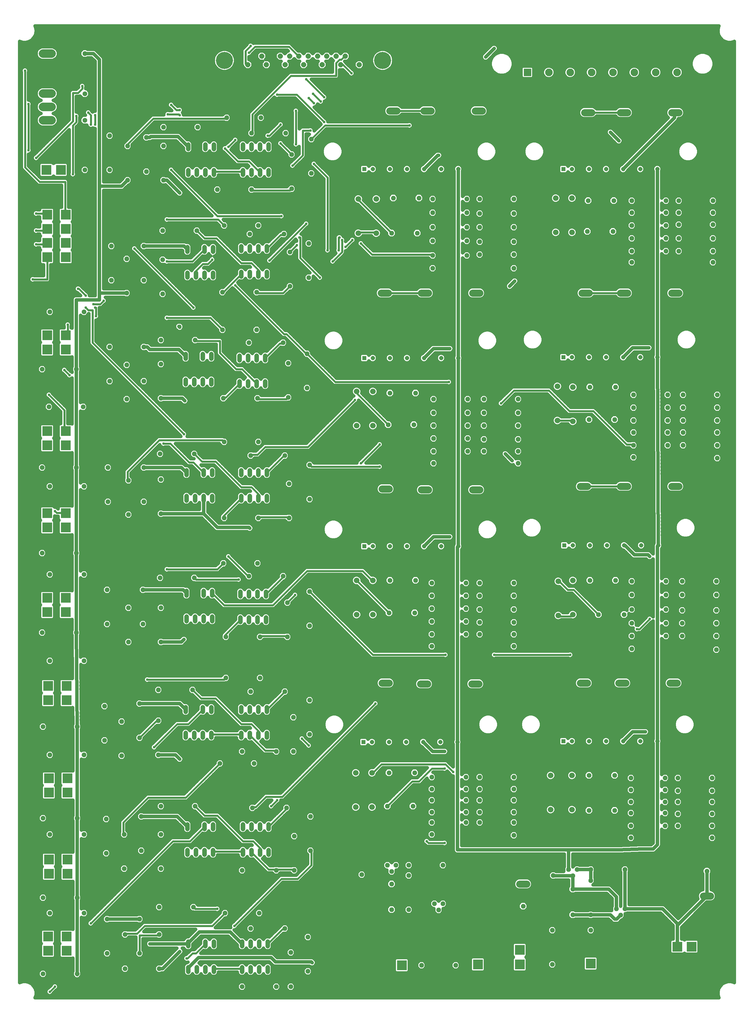
<source format=gbl>
G75*
%MOIN*%
%OFA0B0*%
%FSLAX25Y25*%
%IPPOS*%
%LPD*%
%AMOC8*
5,1,8,0,0,1.08239X$1,22.5*
%
%ADD10OC8,0.05600*%
%ADD11OC8,0.05200*%
%ADD12R,0.11811X0.11811*%
%ADD13C,0.05200*%
%ADD14OC8,0.06000*%
%ADD15C,0.20000*%
%ADD16C,0.10039*%
%ADD17R,0.08858X0.08858*%
%ADD18C,0.08858*%
%ADD19C,0.08250*%
%ADD20R,0.05150X0.05150*%
%ADD21C,0.05150*%
%ADD22C,0.06600*%
%ADD23C,0.04000*%
%ADD24C,0.03100*%
%ADD25C,0.02400*%
%ADD26R,0.03962X0.03962*%
D10*
X0459950Y0120950D03*
X0459950Y0150950D03*
X0454950Y0241950D03*
X0484950Y0241950D03*
X0486950Y0280950D03*
X0456950Y0280950D03*
X0583950Y0124950D03*
X0613950Y0124950D03*
X0671950Y0114950D03*
X0671950Y0144950D03*
X0690950Y0236950D03*
X0720950Y0236950D03*
X0720950Y0277950D03*
X0690950Y0277950D03*
X0798950Y0165950D03*
X0828950Y0165950D03*
X0731950Y0465950D03*
X0701950Y0465950D03*
X0691950Y0505950D03*
X0721950Y0505950D03*
X0720950Y0693950D03*
X0690950Y0693950D03*
X0691950Y0731950D03*
X0721950Y0731950D03*
X0718950Y0913950D03*
X0688950Y0913950D03*
X0689950Y0949950D03*
X0719950Y0949950D03*
X0491950Y0952950D03*
X0461950Y0952950D03*
X0459950Y0911950D03*
X0489950Y0911950D03*
X0487950Y0724950D03*
X0457950Y0724950D03*
X0455950Y0687950D03*
X0485950Y0687950D03*
X0487950Y0505950D03*
X0457950Y0505950D03*
X0456950Y0467950D03*
X0486950Y0467950D03*
X0130950Y1043950D03*
X0130950Y1074950D03*
X0100950Y1074950D03*
X0100950Y1043950D03*
X0100950Y1121950D03*
X0130950Y1121950D03*
D11*
X0192950Y1035950D03*
X0192950Y1013950D03*
X0172950Y1023950D03*
X0150950Y1013950D03*
X0129950Y1025950D03*
X0100950Y1025950D03*
X0100950Y0985950D03*
X0129950Y0985950D03*
X0150950Y0973950D03*
X0172950Y0983950D03*
X0192950Y0973950D03*
X0191950Y0914950D03*
X0169950Y0896950D03*
X0149950Y0881950D03*
X0131950Y0896950D03*
X0131950Y0856950D03*
X0149950Y0841950D03*
X0169950Y0856950D03*
X0191950Y0840950D03*
X0191950Y0880950D03*
X0231950Y0914950D03*
X0263950Y0920950D03*
X0293950Y0910950D03*
X0303950Y0920950D03*
X0333950Y0910950D03*
X0340950Y0889950D03*
X0362950Y0899950D03*
X0362950Y0859950D03*
X0340950Y0849950D03*
X0301950Y0842950D03*
X0261950Y0842950D03*
X0261950Y0798950D03*
X0292950Y0783950D03*
X0301950Y0798950D03*
X0332950Y0783950D03*
X0338950Y0759950D03*
X0360950Y0770950D03*
X0360950Y0730950D03*
X0338950Y0719950D03*
X0302950Y0718950D03*
X0262950Y0718950D03*
X0263950Y0667950D03*
X0294950Y0651950D03*
X0303950Y0667950D03*
X0334950Y0651950D03*
X0339950Y0618950D03*
X0363950Y0600950D03*
X0339950Y0578950D03*
X0303950Y0578950D03*
X0263950Y0578950D03*
X0262950Y0525950D03*
X0292950Y0510950D03*
X0302950Y0525950D03*
X0332950Y0510950D03*
X0337950Y0479950D03*
X0363950Y0492950D03*
X0363950Y0452950D03*
X0337950Y0439950D03*
X0305950Y0439950D03*
X0305950Y0391950D03*
X0294950Y0375950D03*
X0265950Y0391950D03*
X0226950Y0377950D03*
X0186950Y0377950D03*
X0164950Y0361950D03*
X0143950Y0340950D03*
X0123950Y0358950D03*
X0123950Y0318950D03*
X0143950Y0300950D03*
X0164950Y0321950D03*
X0186950Y0301950D03*
X0186950Y0341950D03*
X0258950Y0291950D03*
X0284950Y0305950D03*
X0298950Y0291950D03*
X0324950Y0305950D03*
X0344950Y0305950D03*
X0363950Y0325950D03*
X0344950Y0345950D03*
X0363950Y0365950D03*
X0334950Y0375950D03*
X0265950Y0439950D03*
X0228950Y0508950D03*
X0188950Y0508950D03*
X0168950Y0494950D03*
X0151950Y0473950D03*
X0168950Y0454950D03*
X0151950Y0433950D03*
X0126950Y0454950D03*
X0126950Y0494950D03*
X0099950Y0512950D03*
X0090950Y0537950D03*
X0059950Y0512950D03*
X0050950Y0537950D03*
X0059950Y0615950D03*
X0050950Y0637950D03*
X0090950Y0637950D03*
X0099950Y0615950D03*
X0127950Y0597950D03*
X0151950Y0582950D03*
X0169950Y0597950D03*
X0189950Y0583950D03*
X0189950Y0623950D03*
X0169950Y0637950D03*
X0151950Y0622950D03*
X0127950Y0637950D03*
X0098950Y0708950D03*
X0129950Y0738950D03*
X0149950Y0757950D03*
X0169950Y0738950D03*
X0189950Y0718950D03*
X0189950Y0758950D03*
X0189950Y0786950D03*
X0169950Y0778950D03*
X0129950Y0778950D03*
X0090950Y0752950D03*
X0058950Y0708950D03*
X0050950Y0752950D03*
X0059950Y0819950D03*
X0099950Y0819950D03*
X0149950Y0717950D03*
X0188950Y0653950D03*
X0228950Y0653950D03*
X0229950Y0786950D03*
X0255950Y0962950D03*
X0295950Y0962950D03*
X0295950Y1028950D03*
X0306950Y1046950D03*
X0335950Y1028950D03*
X0342950Y1003950D03*
X0365950Y1021950D03*
X0365950Y0981950D03*
X0342950Y0963950D03*
X0266950Y1046950D03*
X0232950Y1035950D03*
X0507950Y0951950D03*
X0507950Y0935950D03*
X0507950Y0918950D03*
X0507950Y0902950D03*
X0507950Y0885950D03*
X0507950Y0870950D03*
X0547950Y0870950D03*
X0547950Y0885950D03*
X0562950Y0886950D03*
X0562950Y0870950D03*
X0562950Y0901950D03*
X0562950Y0918950D03*
X0562950Y0934950D03*
X0547950Y0935950D03*
X0547950Y0918950D03*
X0547950Y0902950D03*
X0547950Y0951950D03*
X0562950Y0951950D03*
X0602950Y0951950D03*
X0602950Y0934950D03*
X0602950Y0918950D03*
X0602950Y0901950D03*
X0602950Y0886950D03*
X0602950Y0870950D03*
X0607950Y0717950D03*
X0607950Y0701950D03*
X0607950Y0686950D03*
X0607950Y0670950D03*
X0607950Y0656950D03*
X0607950Y0642950D03*
X0567950Y0642950D03*
X0567950Y0656950D03*
X0567950Y0670950D03*
X0567950Y0686950D03*
X0567950Y0701950D03*
X0567950Y0717950D03*
X0548950Y0717950D03*
X0548950Y0701950D03*
X0548950Y0686950D03*
X0548950Y0671950D03*
X0548950Y0656950D03*
X0548950Y0642950D03*
X0508950Y0642950D03*
X0508950Y0656950D03*
X0508950Y0671950D03*
X0508950Y0686950D03*
X0508950Y0701950D03*
X0508950Y0717950D03*
X0363950Y0640950D03*
X0506950Y0502950D03*
X0506950Y0487950D03*
X0506950Y0472950D03*
X0506950Y0457950D03*
X0506950Y0442950D03*
X0506950Y0428950D03*
X0546950Y0428950D03*
X0546950Y0442950D03*
X0546950Y0457950D03*
X0546950Y0472950D03*
X0546950Y0487950D03*
X0546950Y0502950D03*
X0562950Y0502950D03*
X0562950Y0487950D03*
X0562950Y0471950D03*
X0562950Y0456950D03*
X0562950Y0442950D03*
X0562950Y0428950D03*
X0602950Y0428950D03*
X0602950Y0442950D03*
X0602950Y0456950D03*
X0602950Y0471950D03*
X0602950Y0487950D03*
X0602950Y0502950D03*
X0740950Y0504950D03*
X0740950Y0488950D03*
X0740950Y0471950D03*
X0740950Y0455950D03*
X0740950Y0440950D03*
X0740950Y0425950D03*
X0780950Y0425950D03*
X0780950Y0440950D03*
X0780950Y0455950D03*
X0780950Y0471950D03*
X0780950Y0488950D03*
X0780950Y0504950D03*
X0799950Y0504950D03*
X0799950Y0488950D03*
X0799950Y0470950D03*
X0799950Y0455950D03*
X0799950Y0440950D03*
X0799950Y0424950D03*
X0839950Y0424950D03*
X0839950Y0440950D03*
X0839950Y0455950D03*
X0839950Y0470950D03*
X0839950Y0488950D03*
X0839950Y0504950D03*
X0840950Y0648950D03*
X0840950Y0663950D03*
X0840950Y0678950D03*
X0840950Y0692950D03*
X0840950Y0707950D03*
X0840950Y0722950D03*
X0800950Y0722950D03*
X0800950Y0707950D03*
X0800950Y0692950D03*
X0800950Y0678950D03*
X0800950Y0663950D03*
X0800950Y0648950D03*
X0782950Y0649950D03*
X0782950Y0663950D03*
X0782950Y0678950D03*
X0782950Y0692950D03*
X0782950Y0707950D03*
X0782950Y0722950D03*
X0742950Y0722950D03*
X0742950Y0707950D03*
X0742950Y0692950D03*
X0742950Y0678950D03*
X0742950Y0663950D03*
X0742950Y0649950D03*
X0740950Y0877950D03*
X0740950Y0890950D03*
X0740950Y0905950D03*
X0740950Y0920950D03*
X0740950Y0935950D03*
X0740950Y0949950D03*
X0780950Y0949950D03*
X0780950Y0935950D03*
X0780950Y0920950D03*
X0780950Y0905950D03*
X0780950Y0890950D03*
X0780950Y0877950D03*
X0795950Y0877950D03*
X0795950Y0890950D03*
X0795950Y0905950D03*
X0795950Y0921950D03*
X0795950Y0935950D03*
X0795950Y0949950D03*
X0835950Y0949950D03*
X0835950Y0935950D03*
X0835950Y0921950D03*
X0835950Y0905950D03*
X0835950Y0890950D03*
X0835950Y0877950D03*
X0834950Y0274950D03*
X0834950Y0259950D03*
X0834950Y0246950D03*
X0834950Y0232950D03*
X0834950Y0218950D03*
X0834950Y0204950D03*
X0794950Y0204950D03*
X0794950Y0218950D03*
X0794950Y0232950D03*
X0794950Y0246950D03*
X0794950Y0259950D03*
X0794950Y0274950D03*
X0779950Y0274950D03*
X0779950Y0260950D03*
X0779950Y0246950D03*
X0779950Y0233950D03*
X0779950Y0218950D03*
X0779950Y0204950D03*
X0739950Y0204950D03*
X0739950Y0218950D03*
X0739950Y0233950D03*
X0739950Y0246950D03*
X0739950Y0260950D03*
X0739950Y0274950D03*
X0732950Y0167950D03*
X0732950Y0121950D03*
X0727950Y0114450D03*
X0722950Y0121950D03*
X0732950Y0096950D03*
X0692950Y0096950D03*
X0692950Y0114950D03*
X0692950Y0154950D03*
X0692950Y0167950D03*
X0676950Y0167950D03*
X0671950Y0160450D03*
X0666950Y0167950D03*
X0648950Y0160950D03*
X0648950Y0120950D03*
X0647950Y0096950D03*
X0647950Y0056950D03*
X0534950Y0055950D03*
X0494950Y0055950D03*
X0479950Y0120950D03*
X0509950Y0127950D03*
X0514950Y0120450D03*
X0519950Y0127950D03*
X0519950Y0172950D03*
X0506950Y0208950D03*
X0506950Y0222950D03*
X0506950Y0234950D03*
X0506950Y0248950D03*
X0506950Y0261950D03*
X0506950Y0275950D03*
X0546950Y0275950D03*
X0546950Y0261950D03*
X0546950Y0248950D03*
X0546950Y0234950D03*
X0546950Y0222950D03*
X0546950Y0208950D03*
X0562950Y0207950D03*
X0562950Y0222950D03*
X0562950Y0234950D03*
X0562950Y0248950D03*
X0562950Y0261950D03*
X0562950Y0275950D03*
X0602950Y0275950D03*
X0602950Y0261950D03*
X0602950Y0248950D03*
X0602950Y0234950D03*
X0602950Y0222950D03*
X0602950Y0207950D03*
X0479950Y0172950D03*
X0479950Y0160950D03*
X0464950Y0172950D03*
X0459950Y0165450D03*
X0454950Y0172950D03*
X0424950Y0161950D03*
X0424950Y0121950D03*
X0361950Y0088950D03*
X0341950Y0070950D03*
X0361950Y0048950D03*
X0341950Y0030950D03*
X0324950Y0030950D03*
X0284950Y0030950D03*
X0294950Y0098950D03*
X0304950Y0116950D03*
X0334950Y0098950D03*
X0324950Y0166950D03*
X0345950Y0166950D03*
X0364950Y0189950D03*
X0345950Y0206950D03*
X0364950Y0229950D03*
X0336950Y0239950D03*
X0296950Y0239950D03*
X0284950Y0166950D03*
X0264950Y0116950D03*
X0227950Y0123950D03*
X0187950Y0123950D03*
X0164950Y0109950D03*
X0147950Y0091950D03*
X0126950Y0109950D03*
X0099950Y0116950D03*
X0091950Y0134950D03*
X0059950Y0116950D03*
X0051950Y0134950D03*
X0059950Y0208950D03*
X0051950Y0227950D03*
X0091950Y0227950D03*
X0099950Y0208950D03*
X0125950Y0226950D03*
X0146950Y0208950D03*
X0125950Y0186950D03*
X0146950Y0168950D03*
X0166950Y0189950D03*
X0189950Y0208950D03*
X0166950Y0229950D03*
X0189950Y0241950D03*
X0229950Y0241950D03*
X0189950Y0168950D03*
X0187950Y0091950D03*
X0164950Y0069950D03*
X0147950Y0051950D03*
X0126950Y0069950D03*
X0091950Y0045950D03*
X0051950Y0045950D03*
X0187950Y0051950D03*
X0099950Y0301950D03*
X0091950Y0334950D03*
X0059950Y0301950D03*
X0051950Y0334950D03*
X0059950Y0411950D03*
X0050950Y0444950D03*
X0090950Y0444950D03*
X0099950Y0411950D03*
X0189950Y0433950D03*
X0189950Y0473950D03*
D12*
X0078650Y0468950D03*
X0078650Y0485450D03*
X0056950Y0485450D03*
X0056950Y0468950D03*
X0057950Y0382450D03*
X0057950Y0365950D03*
X0079650Y0365950D03*
X0079650Y0382450D03*
X0080650Y0274450D03*
X0080650Y0257950D03*
X0058950Y0257950D03*
X0058950Y0274450D03*
X0058950Y0179450D03*
X0058950Y0162950D03*
X0080650Y0162950D03*
X0080650Y0179450D03*
X0079650Y0089450D03*
X0079650Y0072950D03*
X0057950Y0072950D03*
X0057950Y0089450D03*
X0056950Y0567950D03*
X0056950Y0584450D03*
X0078650Y0584450D03*
X0078650Y0567950D03*
X0078650Y0663950D03*
X0078650Y0680450D03*
X0056950Y0680450D03*
X0056950Y0663950D03*
X0056950Y0775950D03*
X0056950Y0792450D03*
X0078650Y0792450D03*
X0078650Y0775950D03*
X0078650Y0883950D03*
X0078650Y0900450D03*
X0078650Y0916950D03*
X0078650Y0933450D03*
X0056950Y0933450D03*
X0056950Y0916950D03*
X0056950Y0900450D03*
X0056950Y0883950D03*
X0055950Y0985950D03*
X0072950Y0985950D03*
X0471950Y0072950D03*
X0471950Y0055950D03*
X0560950Y0056950D03*
X0560950Y0073950D03*
X0609950Y0073950D03*
X0609950Y0056950D03*
X0692950Y0057950D03*
X0692950Y0074950D03*
X0794450Y0077650D03*
X0810950Y0077650D03*
X0810950Y0055950D03*
X0794450Y0055950D03*
D13*
X0314950Y0053550D02*
X0314950Y0048350D01*
X0304950Y0048350D02*
X0304950Y0053550D01*
X0294950Y0053550D02*
X0294950Y0048350D01*
X0284950Y0048350D02*
X0284950Y0053550D01*
X0284950Y0078350D02*
X0284950Y0083550D01*
X0294950Y0083550D02*
X0294950Y0078350D01*
X0304950Y0078350D02*
X0304950Y0083550D01*
X0314950Y0083550D02*
X0314950Y0078350D01*
X0251950Y0078350D02*
X0251950Y0083550D01*
X0241950Y0083550D02*
X0241950Y0078350D01*
X0231950Y0078350D02*
X0231950Y0083550D01*
X0221950Y0083550D02*
X0221950Y0078350D01*
X0221950Y0053550D02*
X0221950Y0048350D01*
X0231950Y0048350D02*
X0231950Y0053550D01*
X0241950Y0053550D02*
X0241950Y0048350D01*
X0251950Y0048350D02*
X0251950Y0053550D01*
X0250950Y0185350D02*
X0250950Y0190550D01*
X0240950Y0190550D02*
X0240950Y0185350D01*
X0230950Y0185350D02*
X0230950Y0190550D01*
X0220950Y0190550D02*
X0220950Y0185350D01*
X0220950Y0215350D02*
X0220950Y0220550D01*
X0230950Y0220550D02*
X0230950Y0215350D01*
X0240950Y0215350D02*
X0240950Y0220550D01*
X0250950Y0220550D02*
X0250950Y0215350D01*
X0285950Y0215350D02*
X0285950Y0220550D01*
X0295950Y0220550D02*
X0295950Y0215350D01*
X0305950Y0215350D02*
X0305950Y0220550D01*
X0315950Y0220550D02*
X0315950Y0215350D01*
X0315950Y0190550D02*
X0315950Y0185350D01*
X0305950Y0185350D02*
X0305950Y0190550D01*
X0295950Y0190550D02*
X0295950Y0185350D01*
X0285950Y0185350D02*
X0285950Y0190550D01*
X0283950Y0322350D02*
X0283950Y0327550D01*
X0293950Y0327550D02*
X0293950Y0322350D01*
X0303950Y0322350D02*
X0303950Y0327550D01*
X0313950Y0327550D02*
X0313950Y0322350D01*
X0313950Y0352350D02*
X0313950Y0357550D01*
X0303950Y0357550D02*
X0303950Y0352350D01*
X0293950Y0352350D02*
X0293950Y0357550D01*
X0283950Y0357550D02*
X0283950Y0352350D01*
X0248950Y0352350D02*
X0248950Y0357550D01*
X0238950Y0357550D02*
X0238950Y0352350D01*
X0228950Y0352350D02*
X0228950Y0357550D01*
X0218950Y0357550D02*
X0218950Y0352350D01*
X0218950Y0327550D02*
X0218950Y0322350D01*
X0228950Y0322350D02*
X0228950Y0327550D01*
X0238950Y0327550D02*
X0238950Y0322350D01*
X0248950Y0322350D02*
X0248950Y0327550D01*
X0249950Y0458350D02*
X0249950Y0463550D01*
X0239950Y0463550D02*
X0239950Y0458350D01*
X0229950Y0458350D02*
X0229950Y0463550D01*
X0219950Y0463550D02*
X0219950Y0458350D01*
X0219950Y0488350D02*
X0219950Y0493550D01*
X0229950Y0493550D02*
X0229950Y0488350D01*
X0239950Y0488350D02*
X0239950Y0493550D01*
X0249950Y0493550D02*
X0249950Y0488350D01*
X0282950Y0487350D02*
X0282950Y0492550D01*
X0292950Y0492550D02*
X0292950Y0487350D01*
X0302950Y0487350D02*
X0302950Y0492550D01*
X0312950Y0492550D02*
X0312950Y0487350D01*
X0312950Y0462550D02*
X0312950Y0457350D01*
X0302950Y0457350D02*
X0302950Y0462550D01*
X0292950Y0462550D02*
X0292950Y0457350D01*
X0282950Y0457350D02*
X0282950Y0462550D01*
X0283950Y0599350D02*
X0283950Y0604550D01*
X0293950Y0604550D02*
X0293950Y0599350D01*
X0303950Y0599350D02*
X0303950Y0604550D01*
X0313950Y0604550D02*
X0313950Y0599350D01*
X0313950Y0629350D02*
X0313950Y0634550D01*
X0303950Y0634550D02*
X0303950Y0629350D01*
X0293950Y0629350D02*
X0293950Y0634550D01*
X0283950Y0634550D02*
X0283950Y0629350D01*
X0249950Y0629350D02*
X0249950Y0634550D01*
X0239950Y0634550D02*
X0239950Y0629350D01*
X0229950Y0629350D02*
X0229950Y0634550D01*
X0219950Y0634550D02*
X0219950Y0629350D01*
X0219950Y0604550D02*
X0219950Y0599350D01*
X0229950Y0599350D02*
X0229950Y0604550D01*
X0239950Y0604550D02*
X0239950Y0599350D01*
X0249950Y0599350D02*
X0249950Y0604550D01*
X0281950Y0733350D02*
X0281950Y0738550D01*
X0291950Y0738550D02*
X0291950Y0733350D01*
X0301950Y0733350D02*
X0301950Y0738550D01*
X0311950Y0738550D02*
X0311950Y0733350D01*
X0311950Y0763350D02*
X0311950Y0768550D01*
X0301950Y0768550D02*
X0301950Y0763350D01*
X0291950Y0763350D02*
X0291950Y0768550D01*
X0281950Y0768550D02*
X0281950Y0763350D01*
X0248950Y0765350D02*
X0248950Y0770550D01*
X0238950Y0770550D02*
X0238950Y0765350D01*
X0228950Y0765350D02*
X0228950Y0770550D01*
X0218950Y0770550D02*
X0218950Y0765350D01*
X0218950Y0740550D02*
X0218950Y0735350D01*
X0228950Y0735350D02*
X0228950Y0740550D01*
X0238950Y0740550D02*
X0238950Y0735350D01*
X0248950Y0735350D02*
X0248950Y0740550D01*
X0250950Y0860350D02*
X0250950Y0865550D01*
X0240950Y0865550D02*
X0240950Y0860350D01*
X0230950Y0860350D02*
X0230950Y0865550D01*
X0220950Y0865550D02*
X0220950Y0860350D01*
X0220950Y0890350D02*
X0220950Y0895550D01*
X0230950Y0895550D02*
X0230950Y0890350D01*
X0240950Y0890350D02*
X0240950Y0895550D01*
X0250950Y0895550D02*
X0250950Y0890350D01*
X0283950Y0891350D02*
X0283950Y0896550D01*
X0293950Y0896550D02*
X0293950Y0891350D01*
X0303950Y0891350D02*
X0303950Y0896550D01*
X0313950Y0896550D02*
X0313950Y0891350D01*
X0313950Y0866550D02*
X0313950Y0861350D01*
X0303950Y0861350D02*
X0303950Y0866550D01*
X0293950Y0866550D02*
X0293950Y0861350D01*
X0283950Y0861350D02*
X0283950Y0866550D01*
X0285950Y0980350D02*
X0285950Y0985550D01*
X0295950Y0985550D02*
X0295950Y0980350D01*
X0305950Y0980350D02*
X0305950Y0985550D01*
X0315950Y0985550D02*
X0315950Y0980350D01*
X0315950Y1010350D02*
X0315950Y1015550D01*
X0305950Y1015550D02*
X0305950Y1010350D01*
X0295950Y1010350D02*
X0295950Y1015550D01*
X0285950Y1015550D02*
X0285950Y1010350D01*
X0251950Y1010350D02*
X0251950Y1015550D01*
X0241950Y1015550D02*
X0241950Y1010350D01*
X0231950Y1010350D02*
X0231950Y1015550D01*
X0221950Y1015550D02*
X0221950Y1010350D01*
X0221950Y0985550D02*
X0221950Y0980350D01*
X0231950Y0980350D02*
X0231950Y0985550D01*
X0241950Y0985550D02*
X0241950Y0980350D01*
X0251950Y0980350D02*
X0251950Y0985550D01*
D14*
X0291750Y1108950D03*
X0302650Y1108950D03*
X0313450Y1108950D03*
X0308050Y1118950D03*
X0297150Y1118950D03*
X0318950Y1118950D03*
X0329750Y1118950D03*
X0324350Y1108950D03*
X0335250Y1108950D03*
X0346050Y1108950D03*
X0356950Y1108950D03*
X0351550Y1118950D03*
X0362350Y1118950D03*
X0373250Y1118950D03*
X0367850Y1108950D03*
X0378650Y1108950D03*
X0389550Y1108950D03*
X0400450Y1108950D03*
X0405850Y1118950D03*
X0394950Y1118950D03*
X0384150Y1118950D03*
X0411250Y1108950D03*
X0422150Y1108950D03*
X0416750Y1118950D03*
X0340650Y1118950D03*
D15*
X0264350Y1113950D03*
X0449550Y1113950D03*
D16*
X0061970Y1106336D02*
X0051930Y1106336D01*
X0051930Y1121926D02*
X0061970Y1121926D01*
X0061970Y1090745D02*
X0051930Y1090745D01*
X0051930Y1075155D02*
X0061970Y1075155D01*
X0061970Y1059564D02*
X0051930Y1059564D01*
X0051930Y1043974D02*
X0061970Y1043974D01*
D17*
X0618950Y1099950D03*
D18*
X0643950Y1099950D03*
X0668950Y1099950D03*
X0693950Y1099950D03*
X0718950Y1099950D03*
X0743950Y1099950D03*
X0768950Y1099950D03*
X0793950Y1099950D03*
D19*
X0796075Y1052950D02*
X0787825Y1052950D01*
X0736075Y1052950D02*
X0727825Y1052950D01*
X0694075Y1052950D02*
X0685825Y1052950D01*
X0634075Y1052950D02*
X0625825Y1052950D01*
X0566075Y1054950D02*
X0557825Y1054950D01*
X0506075Y1054950D02*
X0497825Y1054950D01*
X0466075Y1054950D02*
X0457825Y1054950D01*
X0406075Y1054950D02*
X0397825Y1054950D01*
X0396075Y0841950D02*
X0387825Y0841950D01*
X0447825Y0841950D02*
X0456075Y0841950D01*
X0494825Y0841950D02*
X0503075Y0841950D01*
X0554825Y0841950D02*
X0563075Y0841950D01*
X0622825Y0841950D02*
X0631075Y0841950D01*
X0682825Y0841950D02*
X0691075Y0841950D01*
X0727825Y0841950D02*
X0736075Y0841950D01*
X0787825Y0841950D02*
X0796075Y0841950D01*
X0796075Y0615950D02*
X0787825Y0615950D01*
X0736075Y0615950D02*
X0727825Y0615950D01*
X0689075Y0615950D02*
X0680825Y0615950D01*
X0629075Y0615950D02*
X0620825Y0615950D01*
X0563075Y0611950D02*
X0554825Y0611950D01*
X0503075Y0611950D02*
X0494825Y0611950D01*
X0457075Y0612950D02*
X0448825Y0612950D01*
X0397075Y0612950D02*
X0388825Y0612950D01*
X0388825Y0385950D02*
X0397075Y0385950D01*
X0448825Y0385950D02*
X0457075Y0385950D01*
X0493825Y0384950D02*
X0502075Y0384950D01*
X0553825Y0384950D02*
X0562075Y0384950D01*
X0620825Y0385950D02*
X0629075Y0385950D01*
X0680825Y0385950D02*
X0689075Y0385950D01*
X0725825Y0385950D02*
X0734075Y0385950D01*
X0785825Y0385950D02*
X0794075Y0385950D01*
X0773075Y0136950D02*
X0764825Y0136950D01*
X0824825Y0136950D02*
X0833075Y0136950D01*
X0618075Y0150950D02*
X0609825Y0150950D01*
X0558075Y0150950D02*
X0549825Y0150950D01*
D20*
X0660950Y0317950D03*
X0661950Y0546950D03*
X0660950Y0766950D03*
X0660950Y0986950D03*
X0427950Y0986950D03*
X0427950Y0765950D03*
X0427950Y0545950D03*
X0426950Y0316950D03*
D21*
X0436950Y0316950D03*
X0456950Y0316950D03*
X0476950Y0316950D03*
X0496950Y0316950D03*
X0516950Y0316950D03*
X0536950Y0316950D03*
X0670950Y0317950D03*
X0690950Y0317950D03*
X0710950Y0317950D03*
X0730950Y0317950D03*
X0750950Y0317950D03*
X0770950Y0317950D03*
X0771950Y0546950D03*
X0751950Y0546950D03*
X0731950Y0546950D03*
X0711950Y0546950D03*
X0691950Y0546950D03*
X0671950Y0546950D03*
X0537950Y0545950D03*
X0517950Y0545950D03*
X0497950Y0545950D03*
X0477950Y0545950D03*
X0457950Y0545950D03*
X0437950Y0545950D03*
X0437950Y0765950D03*
X0457950Y0765950D03*
X0477950Y0765950D03*
X0497950Y0765950D03*
X0517950Y0765950D03*
X0537950Y0765950D03*
X0670950Y0766950D03*
X0690950Y0766950D03*
X0710950Y0766950D03*
X0730950Y0766950D03*
X0750950Y0766950D03*
X0770950Y0766950D03*
X0770950Y0986950D03*
X0750950Y0986950D03*
X0730950Y0986950D03*
X0710950Y0986950D03*
X0690950Y0986950D03*
X0670950Y0986950D03*
X0537950Y0986950D03*
X0517950Y0986950D03*
X0497950Y0986950D03*
X0477950Y0986950D03*
X0457950Y0986950D03*
X0437950Y0986950D03*
D22*
X0441950Y0951950D03*
X0420950Y0951950D03*
X0420950Y0911950D03*
X0441950Y0911950D03*
X0437950Y0726950D03*
X0418950Y0726950D03*
X0418950Y0686950D03*
X0437950Y0686950D03*
X0437950Y0505950D03*
X0418950Y0505950D03*
X0418950Y0465950D03*
X0437950Y0465950D03*
X0436950Y0280950D03*
X0417950Y0280950D03*
X0417950Y0240950D03*
X0436950Y0240950D03*
X0645950Y0237950D03*
X0670950Y0237950D03*
X0670950Y0277950D03*
X0645950Y0277950D03*
X0654950Y0464950D03*
X0671950Y0465950D03*
X0671950Y0505950D03*
X0654950Y0504950D03*
X0671950Y0691950D03*
X0653950Y0692950D03*
X0653950Y0732950D03*
X0671950Y0731950D03*
X0670950Y0912950D03*
X0651950Y0912950D03*
X0651950Y0952950D03*
X0670950Y0952950D03*
D23*
X0024750Y1136181D02*
X0024750Y0035719D01*
X0025249Y0036007D01*
X0028676Y0036925D01*
X0032224Y0036925D01*
X0035651Y0036007D01*
X0038724Y0034233D01*
X0041233Y0031724D01*
X0043007Y0028651D01*
X0043925Y0025224D01*
X0043925Y0021676D01*
X0043007Y0018249D01*
X0042719Y0017750D01*
X0843181Y0017750D01*
X0842893Y0018249D01*
X0841975Y0021676D01*
X0841975Y0025224D01*
X0842893Y0028651D01*
X0844667Y0031724D01*
X0847176Y0034233D01*
X0850249Y0036007D01*
X0853676Y0036925D01*
X0857224Y0036925D01*
X0860651Y0036007D01*
X0861150Y0035719D01*
X0861150Y1136181D01*
X0860651Y1135893D01*
X0857224Y1134975D01*
X0853676Y1134975D01*
X0850249Y1135893D01*
X0847176Y1137667D01*
X0844667Y1140176D01*
X0842893Y1143249D01*
X0841975Y1146676D01*
X0841975Y1150224D01*
X0842893Y1153651D01*
X0843181Y1154150D01*
X0042719Y1154150D01*
X0043007Y1153651D01*
X0043925Y1150224D01*
X0043925Y1146676D01*
X0043007Y1143249D01*
X0041233Y1140176D01*
X0038724Y1137667D01*
X0035651Y1135893D01*
X0032224Y1134975D01*
X0028676Y1134975D01*
X0025249Y1135893D01*
X0024750Y1136181D01*
X0024750Y1134532D02*
X0292097Y1134532D01*
X0292373Y1134807D02*
X0291093Y1133527D01*
X0290743Y1132682D01*
X0286571Y1128511D01*
X0285389Y1127329D01*
X0284750Y1125785D01*
X0284750Y1109115D01*
X0285389Y1107571D01*
X0285750Y1107210D01*
X0285750Y1106465D01*
X0289265Y1102950D01*
X0294235Y1102950D01*
X0297750Y1106465D01*
X0297750Y1111435D01*
X0294235Y1114950D01*
X0293150Y1114950D01*
X0293150Y1118400D01*
X0293855Y1118400D01*
X0295527Y1119093D01*
X0296807Y1120373D01*
X0297157Y1121218D01*
X0301690Y1125750D01*
X0338210Y1125750D01*
X0339010Y1124950D01*
X0338165Y1124950D01*
X0335200Y1121985D01*
X0332235Y1124950D01*
X0327265Y1124950D01*
X0323750Y1121435D01*
X0323750Y1116465D01*
X0327265Y1112950D01*
X0330765Y1112950D01*
X0329250Y1111435D01*
X0329250Y1106465D01*
X0332765Y1102950D01*
X0337735Y1102950D01*
X0341250Y1106465D01*
X0341250Y1111435D01*
X0339735Y1112950D01*
X0343135Y1112950D01*
X0346100Y1115915D01*
X0349065Y1112950D01*
X0352465Y1112950D01*
X0350950Y1111435D01*
X0350950Y1106465D01*
X0354465Y1102950D01*
X0359435Y1102950D01*
X0362950Y1106465D01*
X0362950Y1111435D01*
X0361435Y1112950D01*
X0364835Y1112950D01*
X0367800Y1115915D01*
X0370765Y1112950D01*
X0374165Y1112950D01*
X0372650Y1111435D01*
X0372650Y1106465D01*
X0376165Y1102950D01*
X0381135Y1102950D01*
X0384650Y1106465D01*
X0384650Y1111435D01*
X0383135Y1112950D01*
X0386635Y1112950D01*
X0389550Y1115865D01*
X0391738Y1113677D01*
X0391389Y1113329D01*
X0390750Y1111785D01*
X0390750Y1100150D01*
X0341115Y1100150D01*
X0339571Y1099511D01*
X0294571Y1054511D01*
X0293389Y1053329D01*
X0292750Y1051785D01*
X0292750Y1033670D01*
X0290350Y1031270D01*
X0290350Y1026630D01*
X0293630Y1023350D01*
X0298270Y1023350D01*
X0301550Y1026630D01*
X0301550Y1031270D01*
X0301150Y1031670D01*
X0301150Y1049210D01*
X0322702Y1070763D01*
X0323373Y1070093D01*
X0325045Y1069400D01*
X0326855Y1069400D01*
X0327700Y1069750D01*
X0347210Y1069750D01*
X0376743Y1040218D01*
X0377093Y1039373D01*
X0377263Y1039202D01*
X0369500Y1031440D01*
X0369500Y1032855D01*
X0368807Y1034527D01*
X0367527Y1035807D01*
X0365855Y1036500D01*
X0364045Y1036500D01*
X0363200Y1036150D01*
X0355115Y1036150D01*
X0353571Y1035511D01*
X0352389Y1034329D01*
X0352150Y1033751D01*
X0352150Y1053200D01*
X0352500Y1054045D01*
X0352500Y1055855D01*
X0351807Y1057527D01*
X0350527Y1058807D01*
X0348855Y1059500D01*
X0347045Y1059500D01*
X0345373Y1058807D01*
X0344093Y1057527D01*
X0343400Y1055855D01*
X0343400Y1054045D01*
X0343750Y1053200D01*
X0343750Y1017700D01*
X0343400Y1016855D01*
X0343400Y1015045D01*
X0344093Y1013373D01*
X0345373Y1012093D01*
X0347045Y1011400D01*
X0348855Y1011400D01*
X0350527Y1012093D01*
X0351750Y1013315D01*
X0351750Y1004690D01*
X0342218Y0995157D01*
X0341373Y0994807D01*
X0340093Y0993527D01*
X0339400Y0991855D01*
X0339400Y0990045D01*
X0340093Y0988373D01*
X0341373Y0987093D01*
X0343045Y0986400D01*
X0344855Y0986400D01*
X0346527Y0987093D01*
X0347807Y0988373D01*
X0348157Y0989218D01*
X0358329Y0999389D01*
X0359511Y1000571D01*
X0360150Y1002115D01*
X0360150Y1027750D01*
X0363200Y1027750D01*
X0363683Y1027550D01*
X0363630Y1027550D01*
X0360350Y1024270D01*
X0360350Y1019630D01*
X0363630Y1016350D01*
X0368270Y1016350D01*
X0371550Y1019630D01*
X0371550Y1021610D01*
X0383690Y1033750D01*
X0479200Y1033750D01*
X0480045Y1033400D01*
X0481855Y1033400D01*
X0483527Y1034093D01*
X0484807Y1035373D01*
X0485500Y1037045D01*
X0485500Y1038855D01*
X0484807Y1040527D01*
X0483527Y1041807D01*
X0481855Y1042500D01*
X0480045Y1042500D01*
X0479200Y1042150D01*
X0385500Y1042150D01*
X0385500Y1042855D01*
X0384807Y1044527D01*
X0383527Y1045807D01*
X0382682Y1046157D01*
X0369440Y1059400D01*
X0369855Y1059400D01*
X0371527Y1060093D01*
X0372807Y1061373D01*
X0373477Y1062989D01*
X0374373Y1062093D01*
X0376045Y1061400D01*
X0377855Y1061400D01*
X0379527Y1062093D01*
X0380807Y1063373D01*
X0381500Y1065045D01*
X0381500Y1066400D01*
X0381855Y1066400D01*
X0383527Y1067093D01*
X0384807Y1068373D01*
X0385500Y1070045D01*
X0385500Y1071855D01*
X0384807Y1073527D01*
X0383527Y1074807D01*
X0382682Y1075157D01*
X0366090Y1091750D01*
X0395785Y1091750D01*
X0397329Y1092389D01*
X0398511Y1093571D01*
X0399150Y1095115D01*
X0399150Y1102950D01*
X0402935Y1102950D01*
X0402973Y1102988D01*
X0408743Y1097218D01*
X0409093Y1096373D01*
X0410373Y1095093D01*
X0412045Y1094400D01*
X0413855Y1094400D01*
X0415527Y1095093D01*
X0416807Y1096373D01*
X0417500Y1098045D01*
X0417500Y1099855D01*
X0416807Y1101527D01*
X0415527Y1102807D01*
X0414682Y1103157D01*
X0406511Y1111329D01*
X0406450Y1111390D01*
X0406450Y1111435D01*
X0404935Y1112950D01*
X0408335Y1112950D01*
X0411850Y1116465D01*
X0411850Y1121435D01*
X0408335Y1124950D01*
X0403365Y1124950D01*
X0400400Y1121985D01*
X0397435Y1124950D01*
X0392465Y1124950D01*
X0389550Y1122035D01*
X0386635Y1124950D01*
X0381665Y1124950D01*
X0378700Y1121985D01*
X0375735Y1124950D01*
X0370765Y1124950D01*
X0367800Y1121985D01*
X0364835Y1124950D01*
X0359865Y1124950D01*
X0356950Y1122035D01*
X0354035Y1124950D01*
X0350890Y1124950D01*
X0343511Y1132329D01*
X0342329Y1133511D01*
X0340785Y1134150D01*
X0299115Y1134150D01*
X0298457Y1133878D01*
X0297527Y1134807D01*
X0295855Y1135500D01*
X0294045Y1135500D01*
X0292373Y1134807D01*
X0297803Y1134532D02*
X0861150Y1134532D01*
X0861150Y1130533D02*
X0584292Y1130533D01*
X0584189Y1130782D02*
X0584950Y1128945D01*
X0584950Y1126955D01*
X0584189Y1125118D01*
X0572782Y1113711D01*
X0570945Y1112950D01*
X0568955Y1112950D01*
X0567118Y1113711D01*
X0565711Y1115118D01*
X0564950Y1116955D01*
X0564950Y1118945D01*
X0565711Y1120782D01*
X0577118Y1132189D01*
X0578955Y1132950D01*
X0580945Y1132950D01*
X0582782Y1132189D01*
X0584189Y1130782D01*
X0584776Y1126535D02*
X0861150Y1126535D01*
X0861150Y1122536D02*
X0829138Y1122536D01*
X0829161Y1122530D02*
X0825727Y1123450D01*
X0822173Y1123450D01*
X0818739Y1122530D01*
X0815661Y1120753D01*
X0813147Y1118239D01*
X0811370Y1115161D01*
X0810450Y1111727D01*
X0810450Y1108173D01*
X0811370Y1104739D01*
X0813147Y1101661D01*
X0815661Y1099147D01*
X0818739Y1097370D01*
X0822173Y1096450D01*
X0825727Y1096450D01*
X0829161Y1097370D01*
X0832239Y1099147D01*
X0834753Y1101661D01*
X0836530Y1104739D01*
X0837450Y1108173D01*
X0837450Y1111727D01*
X0836530Y1115161D01*
X0834753Y1118239D01*
X0832239Y1120753D01*
X0829161Y1122530D01*
X0834454Y1118538D02*
X0861150Y1118538D01*
X0861150Y1114539D02*
X0836697Y1114539D01*
X0837450Y1110541D02*
X0861150Y1110541D01*
X0861150Y1106542D02*
X0837013Y1106542D01*
X0835262Y1102544D02*
X0861150Y1102544D01*
X0861150Y1098545D02*
X0831196Y1098545D01*
X0816704Y1098545D02*
X0801379Y1098545D01*
X0801379Y1098472D02*
X0800248Y1095742D01*
X0798158Y1093652D01*
X0795428Y1092521D01*
X0792472Y1092521D01*
X0789742Y1093652D01*
X0787652Y1095742D01*
X0786521Y1098472D01*
X0786521Y1101428D01*
X0787652Y1104158D01*
X0789742Y1106248D01*
X0792472Y1107379D01*
X0795428Y1107379D01*
X0798158Y1106248D01*
X0800248Y1104158D01*
X0801379Y1101428D01*
X0801379Y1098472D01*
X0800917Y1102544D02*
X0812638Y1102544D01*
X0810887Y1106542D02*
X0797448Y1106542D01*
X0790452Y1106542D02*
X0772448Y1106542D01*
X0773158Y1106248D02*
X0770428Y1107379D01*
X0767472Y1107379D01*
X0764742Y1106248D01*
X0762652Y1104158D01*
X0761521Y1101428D01*
X0761521Y1098472D01*
X0762652Y1095742D01*
X0764742Y1093652D01*
X0767472Y1092521D01*
X0770428Y1092521D01*
X0773158Y1093652D01*
X0775248Y1095742D01*
X0776379Y1098472D01*
X0776379Y1101428D01*
X0775248Y1104158D01*
X0773158Y1106248D01*
X0775917Y1102544D02*
X0786983Y1102544D01*
X0786521Y1098545D02*
X0776379Y1098545D01*
X0774053Y1094547D02*
X0788847Y1094547D01*
X0799053Y1094547D02*
X0861150Y1094547D01*
X0861150Y1090548D02*
X0367292Y1090548D01*
X0371290Y1086550D02*
X0861150Y1086550D01*
X0861150Y1082551D02*
X0375289Y1082551D01*
X0379287Y1078553D02*
X0861150Y1078553D01*
X0861150Y1074554D02*
X0383781Y1074554D01*
X0385500Y1070555D02*
X0861150Y1070555D01*
X0861150Y1066557D02*
X0382234Y1066557D01*
X0379993Y1062558D02*
X0861150Y1062558D01*
X0861150Y1058560D02*
X0800541Y1058560D01*
X0800111Y1058990D02*
X0797492Y1060075D01*
X0786408Y1060075D01*
X0783789Y1058990D01*
X0781785Y1056986D01*
X0780700Y1054367D01*
X0780700Y1051533D01*
X0781785Y1048914D01*
X0783789Y1046910D01*
X0783824Y1046895D01*
X0729180Y0992251D01*
X0727792Y0991676D01*
X0726224Y0990108D01*
X0725375Y0988059D01*
X0725375Y0985841D01*
X0726224Y0983792D01*
X0727792Y0982224D01*
X0729841Y0981375D01*
X0732059Y0981375D01*
X0734108Y0982224D01*
X0735676Y0983792D01*
X0736251Y0985180D01*
X0793782Y1042711D01*
X0795189Y1044118D01*
X0795896Y1045825D01*
X0797492Y1045825D01*
X0800111Y1046910D01*
X0802115Y1048914D01*
X0803200Y1051533D01*
X0803200Y1054367D01*
X0802115Y1056986D01*
X0800111Y1058990D01*
X0803120Y1054561D02*
X0861150Y1054561D01*
X0861150Y1050563D02*
X0802798Y1050563D01*
X0799277Y1046564D02*
X0861150Y1046564D01*
X0861150Y1042566D02*
X0793637Y1042566D01*
X0790950Y1046950D02*
X0790950Y1052950D01*
X0791950Y1052950D01*
X0790950Y1046950D02*
X0730950Y0986950D01*
X0725375Y0986587D02*
X0716525Y0986587D01*
X0716525Y0985841D02*
X0715676Y0983792D01*
X0714108Y0982224D01*
X0712059Y0981375D01*
X0709841Y0981375D01*
X0707792Y0982224D01*
X0706224Y0983792D01*
X0705375Y0985841D01*
X0705375Y0988059D01*
X0706224Y0990108D01*
X0707792Y0991676D01*
X0709841Y0992525D01*
X0712059Y0992525D01*
X0714108Y0991676D01*
X0715676Y0990108D01*
X0716525Y0988059D01*
X0716525Y0985841D01*
X0714472Y0982588D02*
X0727428Y0982588D01*
X0734472Y0982588D02*
X0747428Y0982588D01*
X0747792Y0982224D02*
X0749841Y0981375D01*
X0752059Y0981375D01*
X0754108Y0982224D01*
X0755676Y0983792D01*
X0756525Y0985841D01*
X0756525Y0988059D01*
X0755676Y0990108D01*
X0754108Y0991676D01*
X0752059Y0992525D01*
X0749841Y0992525D01*
X0747792Y0991676D01*
X0746224Y0990108D01*
X0745375Y0988059D01*
X0745375Y0985841D01*
X0746224Y0983792D01*
X0747792Y0982224D01*
X0745375Y0986587D02*
X0737658Y0986587D01*
X0741656Y0990585D02*
X0746701Y0990585D01*
X0745655Y0994584D02*
X0861150Y0994584D01*
X0861150Y0998582D02*
X0815476Y0998582D01*
X0814502Y0997608D02*
X0816792Y0999898D01*
X0818411Y1002703D01*
X0819249Y1005831D01*
X0819249Y1009069D01*
X0818411Y1012197D01*
X0816792Y1015002D01*
X0814502Y1017292D01*
X0811697Y1018911D01*
X0808569Y1019749D01*
X0805331Y1019749D01*
X0802203Y1018911D01*
X0799398Y1017292D01*
X0797108Y1015002D01*
X0795489Y1012197D01*
X0794651Y1009069D01*
X0794651Y1005831D01*
X0795489Y1002703D01*
X0797108Y0999898D01*
X0799398Y0997608D01*
X0802203Y0995989D01*
X0805331Y0995151D01*
X0808569Y0995151D01*
X0811697Y0995989D01*
X0814502Y0997608D01*
X0818341Y1002581D02*
X0861150Y1002581D01*
X0861150Y1006579D02*
X0819249Y1006579D01*
X0818845Y1010578D02*
X0861150Y1010578D01*
X0861150Y1014576D02*
X0817037Y1014576D01*
X0812280Y1018575D02*
X0861150Y1018575D01*
X0861150Y1022573D02*
X0773644Y1022573D01*
X0769646Y1018575D02*
X0801620Y1018575D01*
X0796862Y1014576D02*
X0765647Y1014576D01*
X0761649Y1010578D02*
X0795055Y1010578D01*
X0794651Y1006579D02*
X0757650Y1006579D01*
X0753652Y1002581D02*
X0795559Y1002581D01*
X0798424Y0998582D02*
X0749653Y0998582D01*
X0755199Y0990585D02*
X0766701Y0990585D01*
X0766224Y0990108D02*
X0765375Y0988059D01*
X0765375Y0985841D01*
X0765950Y0984453D01*
X0765950Y0769447D01*
X0765375Y0768059D01*
X0765375Y0765841D01*
X0765961Y0764426D01*
X0766939Y0549419D01*
X0766375Y0548059D01*
X0766375Y0547971D01*
X0765950Y0546945D01*
X0765950Y0537021D01*
X0764189Y0538782D01*
X0762782Y0540189D01*
X0760945Y0540950D01*
X0746021Y0540950D01*
X0737189Y0549782D01*
X0735782Y0551189D01*
X0735463Y0551321D01*
X0735108Y0551676D01*
X0733059Y0552525D01*
X0730841Y0552525D01*
X0728792Y0551676D01*
X0727224Y0550108D01*
X0726375Y0548059D01*
X0726375Y0545841D01*
X0727224Y0543792D01*
X0728792Y0542224D01*
X0730841Y0541375D01*
X0731454Y0541375D01*
X0741118Y0531711D01*
X0742955Y0530950D01*
X0757879Y0530950D01*
X0759118Y0529711D01*
X0760955Y0528950D01*
X0762945Y0528950D01*
X0764782Y0529711D01*
X0765950Y0530879D01*
X0765950Y0463183D01*
X0765807Y0463527D01*
X0764527Y0464807D01*
X0762855Y0465500D01*
X0761045Y0465500D01*
X0759373Y0464807D01*
X0758093Y0463527D01*
X0757743Y0462682D01*
X0748354Y0453293D01*
X0747855Y0453500D01*
X0746420Y0453500D01*
X0746550Y0453630D01*
X0746550Y0458270D01*
X0743270Y0461550D01*
X0738630Y0461550D01*
X0735350Y0458270D01*
X0735350Y0453630D01*
X0738630Y0450350D01*
X0742605Y0450350D01*
X0742400Y0449855D01*
X0742400Y0448045D01*
X0743019Y0446550D01*
X0738630Y0446550D01*
X0735350Y0443270D01*
X0735350Y0438630D01*
X0738630Y0435350D01*
X0743270Y0435350D01*
X0746550Y0438630D01*
X0746550Y0443270D01*
X0744977Y0444842D01*
X0746045Y0444400D01*
X0747855Y0444400D01*
X0748700Y0444750D01*
X0750785Y0444750D01*
X0752329Y0445389D01*
X0753511Y0446571D01*
X0763682Y0456743D01*
X0764527Y0457093D01*
X0765807Y0458373D01*
X0765950Y0458717D01*
X0765950Y0320447D01*
X0765375Y0319059D01*
X0765375Y0316841D01*
X0765950Y0315453D01*
X0765950Y0199021D01*
X0763879Y0196950D01*
X0753849Y0196950D01*
X0753759Y0196983D01*
X0752858Y0196950D01*
X0751955Y0196950D01*
X0751867Y0196913D01*
X0725857Y0195950D01*
X0541950Y0195950D01*
X0541950Y0220030D01*
X0544630Y0217350D01*
X0549270Y0217350D01*
X0552550Y0220630D01*
X0552550Y0225270D01*
X0549270Y0228550D01*
X0544630Y0228550D01*
X0541950Y0225870D01*
X0541950Y0232030D01*
X0544630Y0229350D01*
X0549270Y0229350D01*
X0552550Y0232630D01*
X0552550Y0237270D01*
X0549270Y0240550D01*
X0544630Y0240550D01*
X0541950Y0237870D01*
X0541950Y0246030D01*
X0544630Y0243350D01*
X0549270Y0243350D01*
X0552550Y0246630D01*
X0552550Y0251270D01*
X0549270Y0254550D01*
X0544630Y0254550D01*
X0541950Y0251870D01*
X0541950Y0259030D01*
X0544630Y0256350D01*
X0549270Y0256350D01*
X0552550Y0259630D01*
X0552550Y0264270D01*
X0549270Y0267550D01*
X0544630Y0267550D01*
X0541950Y0264870D01*
X0541950Y0273030D01*
X0544630Y0270350D01*
X0549270Y0270350D01*
X0552550Y0273630D01*
X0552550Y0278270D01*
X0549270Y0281550D01*
X0544630Y0281550D01*
X0541950Y0278870D01*
X0541950Y0314453D01*
X0542525Y0315841D01*
X0542525Y0318059D01*
X0541950Y0319447D01*
X0541950Y0440030D01*
X0544630Y0437350D01*
X0549270Y0437350D01*
X0552550Y0440630D01*
X0552550Y0445270D01*
X0549270Y0448550D01*
X0544630Y0448550D01*
X0541950Y0445870D01*
X0541950Y0455030D01*
X0544630Y0452350D01*
X0549270Y0452350D01*
X0552550Y0455630D01*
X0552550Y0460270D01*
X0549270Y0463550D01*
X0544630Y0463550D01*
X0541950Y0460870D01*
X0541950Y0470030D01*
X0544630Y0467350D01*
X0549270Y0467350D01*
X0552550Y0470630D01*
X0552550Y0475270D01*
X0549270Y0478550D01*
X0544630Y0478550D01*
X0541950Y0475870D01*
X0541950Y0485030D01*
X0544630Y0482350D01*
X0549270Y0482350D01*
X0552550Y0485630D01*
X0552550Y0490270D01*
X0549270Y0493550D01*
X0544630Y0493550D01*
X0541950Y0490870D01*
X0541950Y0500030D01*
X0544630Y0497350D01*
X0549270Y0497350D01*
X0552550Y0500630D01*
X0552550Y0505270D01*
X0549270Y0508550D01*
X0544630Y0508550D01*
X0541950Y0505870D01*
X0541950Y0542066D01*
X0542676Y0542792D01*
X0543525Y0544841D01*
X0543525Y0547059D01*
X0542950Y0548447D01*
X0542950Y0763453D01*
X0543525Y0764841D01*
X0543525Y0767059D01*
X0542950Y0768447D01*
X0542950Y0883030D01*
X0545630Y0880350D01*
X0550270Y0880350D01*
X0553550Y0883630D01*
X0553550Y0888270D01*
X0550270Y0891550D01*
X0545630Y0891550D01*
X0542950Y0888870D01*
X0542950Y0900030D01*
X0545630Y0897350D01*
X0550270Y0897350D01*
X0553550Y0900630D01*
X0553550Y0905270D01*
X0550270Y0908550D01*
X0545630Y0908550D01*
X0542950Y0905870D01*
X0542950Y0916030D01*
X0545630Y0913350D01*
X0550270Y0913350D01*
X0553550Y0916630D01*
X0553550Y0921270D01*
X0550270Y0924550D01*
X0545630Y0924550D01*
X0542950Y0921870D01*
X0542950Y0933030D01*
X0545630Y0930350D01*
X0550270Y0930350D01*
X0553550Y0933630D01*
X0553550Y0938270D01*
X0550270Y0941550D01*
X0545630Y0941550D01*
X0542950Y0938870D01*
X0542950Y0949030D01*
X0545630Y0946350D01*
X0550270Y0946350D01*
X0553550Y0949630D01*
X0553550Y0954270D01*
X0550270Y0957550D01*
X0545630Y0957550D01*
X0542950Y0954870D01*
X0542950Y0984453D01*
X0543525Y0985841D01*
X0543525Y0988059D01*
X0542676Y0990108D01*
X0541108Y0991676D01*
X0539059Y0992525D01*
X0536841Y0992525D01*
X0534792Y0991676D01*
X0533224Y0990108D01*
X0532375Y0988059D01*
X0532375Y0985841D01*
X0532950Y0984453D01*
X0532950Y0768447D01*
X0532375Y0767059D01*
X0532375Y0764841D01*
X0532950Y0763453D01*
X0532950Y0548447D01*
X0532375Y0547059D01*
X0532375Y0546971D01*
X0531950Y0545945D01*
X0531950Y0319447D01*
X0531375Y0318059D01*
X0531375Y0315841D01*
X0531950Y0314453D01*
X0531950Y0287890D01*
X0526511Y0293329D01*
X0525329Y0294511D01*
X0523785Y0295150D01*
X0447115Y0295150D01*
X0445571Y0294511D01*
X0438279Y0287219D01*
X0438203Y0287250D01*
X0435697Y0287250D01*
X0433381Y0286291D01*
X0431609Y0284519D01*
X0430650Y0282203D01*
X0430650Y0279697D01*
X0431609Y0277381D01*
X0433381Y0275609D01*
X0435697Y0274650D01*
X0438203Y0274650D01*
X0440519Y0275609D01*
X0442291Y0277381D01*
X0443250Y0279697D01*
X0443250Y0280310D01*
X0449690Y0286750D01*
X0501810Y0286750D01*
X0490210Y0275150D01*
X0483115Y0275150D01*
X0481571Y0274511D01*
X0480389Y0273329D01*
X0454810Y0247750D01*
X0452548Y0247750D01*
X0449150Y0244352D01*
X0449150Y0239548D01*
X0452548Y0236150D01*
X0457352Y0236150D01*
X0460750Y0239548D01*
X0460750Y0241810D01*
X0485690Y0266750D01*
X0492785Y0266750D01*
X0494329Y0267389D01*
X0501350Y0274410D01*
X0501350Y0273630D01*
X0504630Y0270350D01*
X0509270Y0270350D01*
X0512550Y0273630D01*
X0512550Y0278270D01*
X0509270Y0281550D01*
X0508490Y0281550D01*
X0508690Y0281750D01*
X0520200Y0281750D01*
X0521045Y0281400D01*
X0522855Y0281400D01*
X0524527Y0282093D01*
X0525197Y0282763D01*
X0527743Y0280218D01*
X0528093Y0279373D01*
X0529373Y0278093D01*
X0531045Y0277400D01*
X0531950Y0277400D01*
X0531950Y0189955D01*
X0532711Y0188118D01*
X0534118Y0186711D01*
X0535955Y0185950D01*
X0661950Y0185950D01*
X0661950Y0170870D01*
X0661350Y0170270D01*
X0661350Y0165630D01*
X0661530Y0165450D01*
X0652370Y0165450D01*
X0651270Y0166550D01*
X0646630Y0166550D01*
X0643350Y0163270D01*
X0643350Y0158630D01*
X0646630Y0155350D01*
X0651270Y0155350D01*
X0651370Y0155450D01*
X0666950Y0155450D01*
X0666950Y0148152D01*
X0666150Y0147352D01*
X0666150Y0142548D01*
X0669548Y0139150D01*
X0674352Y0139150D01*
X0675152Y0139950D01*
X0711879Y0139950D01*
X0717950Y0133879D01*
X0717950Y0124870D01*
X0717350Y0124270D01*
X0717350Y0119782D01*
X0716945Y0119950D01*
X0695870Y0119950D01*
X0695270Y0120550D01*
X0690630Y0120550D01*
X0690030Y0119950D01*
X0675152Y0119950D01*
X0674352Y0120750D01*
X0669548Y0120750D01*
X0666150Y0117352D01*
X0666150Y0112548D01*
X0669548Y0109150D01*
X0674352Y0109150D01*
X0675152Y0109950D01*
X0690030Y0109950D01*
X0690630Y0109350D01*
X0695270Y0109350D01*
X0695870Y0109950D01*
X0713879Y0109950D01*
X0716711Y0107118D01*
X0718118Y0105711D01*
X0719955Y0104950D01*
X0724445Y0104950D01*
X0726282Y0105711D01*
X0729421Y0108850D01*
X0730270Y0108850D01*
X0733550Y0112130D01*
X0733550Y0116350D01*
X0735270Y0116350D01*
X0735870Y0116950D01*
X0774879Y0116950D01*
X0789450Y0102379D01*
X0789450Y0086555D01*
X0787948Y0086555D01*
X0786845Y0086099D01*
X0786001Y0085255D01*
X0785544Y0084152D01*
X0785544Y0071148D01*
X0786001Y0070045D01*
X0786845Y0069201D01*
X0787948Y0068744D01*
X0800952Y0068744D01*
X0802055Y0069201D01*
X0802700Y0069846D01*
X0803345Y0069201D01*
X0804448Y0068744D01*
X0817452Y0068744D01*
X0818555Y0069201D01*
X0819399Y0070045D01*
X0819855Y0071148D01*
X0819855Y0084152D01*
X0819399Y0085255D01*
X0818555Y0086099D01*
X0817452Y0086555D01*
X0804448Y0086555D01*
X0803345Y0086099D01*
X0802700Y0085454D01*
X0802055Y0086099D01*
X0800952Y0086555D01*
X0799450Y0086555D01*
X0799450Y0100379D01*
X0828896Y0129825D01*
X0834492Y0129825D01*
X0837111Y0130910D01*
X0839115Y0132914D01*
X0840200Y0135533D01*
X0840200Y0138367D01*
X0839115Y0140986D01*
X0837111Y0142990D01*
X0834492Y0144075D01*
X0833950Y0144075D01*
X0833950Y0162748D01*
X0834750Y0163548D01*
X0834750Y0168352D01*
X0831352Y0171750D01*
X0826548Y0171750D01*
X0823150Y0168352D01*
X0823150Y0163548D01*
X0823950Y0162748D01*
X0823950Y0144075D01*
X0823408Y0144075D01*
X0820789Y0142990D01*
X0818785Y0140986D01*
X0817700Y0138367D01*
X0817700Y0135533D01*
X0818509Y0133580D01*
X0795450Y0110521D01*
X0781189Y0124782D01*
X0779782Y0126189D01*
X0777945Y0126950D01*
X0737950Y0126950D01*
X0737950Y0165030D01*
X0738550Y0165630D01*
X0738550Y0170270D01*
X0735270Y0173550D01*
X0730630Y0173550D01*
X0727350Y0170270D01*
X0727350Y0165630D01*
X0727950Y0165030D01*
X0727950Y0124870D01*
X0727950Y0136945D01*
X0727189Y0138782D01*
X0718189Y0147782D01*
X0716782Y0149189D01*
X0714945Y0149950D01*
X0695870Y0149950D01*
X0698550Y0152630D01*
X0698550Y0157270D01*
X0697950Y0157870D01*
X0697950Y0165030D01*
X0698550Y0165630D01*
X0698550Y0170270D01*
X0695270Y0173550D01*
X0690630Y0173550D01*
X0690030Y0172950D01*
X0679870Y0172950D01*
X0679270Y0173550D01*
X0674630Y0173550D01*
X0671950Y0170870D01*
X0671950Y0185950D01*
X0725051Y0185950D01*
X0725141Y0185917D01*
X0726042Y0185950D01*
X0726945Y0185950D01*
X0727033Y0185987D01*
X0753043Y0186950D01*
X0766945Y0186950D01*
X0768782Y0187711D01*
X0773782Y0192711D01*
X0775189Y0194118D01*
X0775950Y0195955D01*
X0775950Y0215030D01*
X0777630Y0213350D01*
X0782270Y0213350D01*
X0785550Y0216630D01*
X0785550Y0221270D01*
X0782270Y0224550D01*
X0777630Y0224550D01*
X0775950Y0222870D01*
X0775950Y0230030D01*
X0777630Y0228350D01*
X0782270Y0228350D01*
X0785550Y0231630D01*
X0785550Y0236270D01*
X0782270Y0239550D01*
X0777630Y0239550D01*
X0775950Y0237870D01*
X0775950Y0243030D01*
X0777630Y0241350D01*
X0782270Y0241350D01*
X0785550Y0244630D01*
X0785550Y0249270D01*
X0782270Y0252550D01*
X0777630Y0252550D01*
X0775950Y0250870D01*
X0775950Y0257030D01*
X0777630Y0255350D01*
X0782270Y0255350D01*
X0785550Y0258630D01*
X0785550Y0263270D01*
X0782270Y0266550D01*
X0777630Y0266550D01*
X0775950Y0264870D01*
X0775950Y0271030D01*
X0777630Y0269350D01*
X0782270Y0269350D01*
X0785550Y0272630D01*
X0785550Y0277270D01*
X0782270Y0280550D01*
X0777630Y0280550D01*
X0775950Y0278870D01*
X0775950Y0315453D01*
X0776525Y0316841D01*
X0776525Y0319059D01*
X0775950Y0320447D01*
X0775950Y0438030D01*
X0778630Y0435350D01*
X0783270Y0435350D01*
X0786550Y0438630D01*
X0786550Y0443270D01*
X0783270Y0446550D01*
X0778630Y0446550D01*
X0775950Y0443870D01*
X0775950Y0453030D01*
X0778630Y0450350D01*
X0783270Y0450350D01*
X0786550Y0453630D01*
X0786550Y0458270D01*
X0783270Y0461550D01*
X0778630Y0461550D01*
X0775950Y0458870D01*
X0775950Y0469030D01*
X0778630Y0466350D01*
X0783270Y0466350D01*
X0786550Y0469630D01*
X0786550Y0474270D01*
X0783270Y0477550D01*
X0778630Y0477550D01*
X0775950Y0474870D01*
X0775950Y0486030D01*
X0778630Y0483350D01*
X0783270Y0483350D01*
X0786550Y0486630D01*
X0786550Y0491270D01*
X0783270Y0494550D01*
X0778630Y0494550D01*
X0775950Y0491870D01*
X0775950Y0502030D01*
X0778630Y0499350D01*
X0783270Y0499350D01*
X0786550Y0502630D01*
X0786550Y0507270D01*
X0783270Y0510550D01*
X0778630Y0510550D01*
X0775950Y0507870D01*
X0775950Y0543066D01*
X0776676Y0543792D01*
X0777525Y0545841D01*
X0777525Y0548059D01*
X0776939Y0549474D01*
X0775961Y0764481D01*
X0776525Y0765841D01*
X0776525Y0768059D01*
X0775950Y0769447D01*
X0775950Y0888030D01*
X0778630Y0885350D01*
X0783270Y0885350D01*
X0786550Y0888630D01*
X0786550Y0893270D01*
X0783270Y0896550D01*
X0778630Y0896550D01*
X0775950Y0893870D01*
X0775950Y0903030D01*
X0778630Y0900350D01*
X0783270Y0900350D01*
X0786550Y0903630D01*
X0786550Y0908270D01*
X0783270Y0911550D01*
X0778630Y0911550D01*
X0775950Y0908870D01*
X0775950Y0918030D01*
X0778630Y0915350D01*
X0783270Y0915350D01*
X0786550Y0918630D01*
X0786550Y0923270D01*
X0783270Y0926550D01*
X0778630Y0926550D01*
X0775950Y0923870D01*
X0775950Y0933030D01*
X0778630Y0930350D01*
X0783270Y0930350D01*
X0786550Y0933630D01*
X0786550Y0938270D01*
X0783270Y0941550D01*
X0778630Y0941550D01*
X0775950Y0938870D01*
X0775950Y0947030D01*
X0778630Y0944350D01*
X0783270Y0944350D01*
X0786550Y0947630D01*
X0786550Y0952270D01*
X0783270Y0955550D01*
X0778630Y0955550D01*
X0775950Y0952870D01*
X0775950Y0984453D01*
X0776525Y0985841D01*
X0776525Y0988059D01*
X0775676Y0990108D01*
X0774108Y0991676D01*
X0772059Y0992525D01*
X0769841Y0992525D01*
X0767792Y0991676D01*
X0766224Y0990108D01*
X0765375Y0986587D02*
X0756525Y0986587D01*
X0754472Y0982588D02*
X0765950Y0982588D01*
X0765950Y0978590D02*
X0542950Y0978590D01*
X0542950Y0982588D02*
X0655919Y0982588D01*
X0655832Y0982676D02*
X0656676Y0981832D01*
X0657778Y0981375D01*
X0664122Y0981375D01*
X0665224Y0981832D01*
X0666068Y0982676D01*
X0666441Y0983575D01*
X0667792Y0982224D01*
X0669841Y0981375D01*
X0672059Y0981375D01*
X0674108Y0982224D01*
X0675676Y0983792D01*
X0676525Y0985841D01*
X0676525Y0988059D01*
X0675676Y0990108D01*
X0674108Y0991676D01*
X0672059Y0992525D01*
X0669841Y0992525D01*
X0667792Y0991676D01*
X0666441Y0990325D01*
X0666068Y0991224D01*
X0665224Y0992068D01*
X0664122Y0992525D01*
X0657778Y0992525D01*
X0656676Y0992068D01*
X0655832Y0991224D01*
X0655375Y0990122D01*
X0655375Y0983778D01*
X0655832Y0982676D01*
X0655375Y0986587D02*
X0543525Y0986587D01*
X0542199Y0990585D02*
X0655567Y0990585D01*
X0666333Y0990585D02*
X0666701Y0990585D01*
X0665980Y0982588D02*
X0667428Y0982588D01*
X0674472Y0982588D02*
X0687428Y0982588D01*
X0687792Y0982224D02*
X0689841Y0981375D01*
X0692059Y0981375D01*
X0694108Y0982224D01*
X0695676Y0983792D01*
X0696525Y0985841D01*
X0696525Y0988059D01*
X0695676Y0990108D01*
X0694108Y0991676D01*
X0692059Y0992525D01*
X0689841Y0992525D01*
X0687792Y0991676D01*
X0686224Y0990108D01*
X0685375Y0988059D01*
X0685375Y0985841D01*
X0686224Y0983792D01*
X0687792Y0982224D01*
X0685375Y0986587D02*
X0676525Y0986587D01*
X0675199Y0990585D02*
X0686701Y0990585D01*
X0695199Y0990585D02*
X0706701Y0990585D01*
X0705375Y0986587D02*
X0696525Y0986587D01*
X0694472Y0982588D02*
X0707428Y0982588D01*
X0715199Y0990585D02*
X0726701Y0990585D01*
X0731513Y0994584D02*
X0512655Y0994584D01*
X0514792Y0991676D02*
X0513224Y0990108D01*
X0512375Y0988059D01*
X0512375Y0985841D01*
X0513224Y0983792D01*
X0514792Y0982224D01*
X0516841Y0981375D01*
X0519059Y0981375D01*
X0521108Y0982224D01*
X0522676Y0983792D01*
X0523525Y0985841D01*
X0523525Y0988059D01*
X0522676Y0990108D01*
X0521108Y0991676D01*
X0519059Y0992525D01*
X0516841Y0992525D01*
X0514792Y0991676D01*
X0513701Y0990585D02*
X0508656Y0990585D01*
X0512375Y0986587D02*
X0504658Y0986587D01*
X0503251Y0985180D02*
X0516075Y0998004D01*
X0517782Y0998711D01*
X0519189Y1000118D01*
X0519950Y1001955D01*
X0519950Y1003945D01*
X0519189Y1005782D01*
X0517782Y1007189D01*
X0515945Y1007950D01*
X0512955Y1007950D01*
X0511118Y1007189D01*
X0509711Y1005782D01*
X0496180Y0992251D01*
X0494792Y0991676D01*
X0493224Y0990108D01*
X0492375Y0988059D01*
X0492375Y0985841D01*
X0493224Y0983792D01*
X0494792Y0982224D01*
X0496841Y0981375D01*
X0499059Y0981375D01*
X0501108Y0982224D01*
X0502676Y0983792D01*
X0503251Y0985180D01*
X0501472Y0982588D02*
X0514428Y0982588D01*
X0521472Y0982588D02*
X0532950Y0982588D01*
X0532950Y0978590D02*
X0388817Y0978590D01*
X0388511Y0979329D02*
X0387329Y0980511D01*
X0373157Y0994682D01*
X0372807Y0995527D01*
X0371527Y0996807D01*
X0369855Y0997500D01*
X0368045Y0997500D01*
X0366373Y0996807D01*
X0365093Y0995527D01*
X0364400Y0993855D01*
X0364400Y0992045D01*
X0365093Y0990373D01*
X0366373Y0989093D01*
X0367218Y0988743D01*
X0380750Y0975210D01*
X0380750Y0893700D01*
X0380400Y0892855D01*
X0380400Y0891045D01*
X0381093Y0889373D01*
X0382373Y0888093D01*
X0384045Y0887400D01*
X0385855Y0887400D01*
X0387527Y0888093D01*
X0388807Y0889373D01*
X0389500Y0891045D01*
X0389500Y0892855D01*
X0389150Y0893700D01*
X0389150Y0977785D01*
X0388511Y0979329D01*
X0385251Y0982588D02*
X0422919Y0982588D01*
X0422832Y0982676D02*
X0423676Y0981832D01*
X0424778Y0981375D01*
X0431122Y0981375D01*
X0432224Y0981832D01*
X0433068Y0982676D01*
X0433441Y0983575D01*
X0434792Y0982224D01*
X0436841Y0981375D01*
X0439059Y0981375D01*
X0441108Y0982224D01*
X0442676Y0983792D01*
X0443525Y0985841D01*
X0443525Y0988059D01*
X0442676Y0990108D01*
X0441108Y0991676D01*
X0439059Y0992525D01*
X0436841Y0992525D01*
X0434792Y0991676D01*
X0433441Y0990325D01*
X0433068Y0991224D01*
X0432224Y0992068D01*
X0431122Y0992525D01*
X0424778Y0992525D01*
X0423676Y0992068D01*
X0422832Y0991224D01*
X0422375Y0990122D01*
X0422375Y0983778D01*
X0422832Y0982676D01*
X0422375Y0986587D02*
X0381253Y0986587D01*
X0377254Y0990585D02*
X0422567Y0990585D01*
X0433333Y0990585D02*
X0433701Y0990585D01*
X0432980Y0982588D02*
X0434428Y0982588D01*
X0441472Y0982588D02*
X0454428Y0982588D01*
X0454792Y0982224D02*
X0456841Y0981375D01*
X0459059Y0981375D01*
X0461108Y0982224D01*
X0462676Y0983792D01*
X0463525Y0985841D01*
X0463525Y0988059D01*
X0462676Y0990108D01*
X0461108Y0991676D01*
X0459059Y0992525D01*
X0456841Y0992525D01*
X0454792Y0991676D01*
X0453224Y0990108D01*
X0452375Y0988059D01*
X0452375Y0985841D01*
X0453224Y0983792D01*
X0454792Y0982224D01*
X0452375Y0986587D02*
X0443525Y0986587D01*
X0442199Y0990585D02*
X0453701Y0990585D01*
X0462199Y0990585D02*
X0473701Y0990585D01*
X0473224Y0990108D02*
X0472375Y0988059D01*
X0472375Y0985841D01*
X0473224Y0983792D01*
X0474792Y0982224D01*
X0476841Y0981375D01*
X0479059Y0981375D01*
X0481108Y0982224D01*
X0482676Y0983792D01*
X0483525Y0985841D01*
X0483525Y0988059D01*
X0482676Y0990108D01*
X0481108Y0991676D01*
X0479059Y0992525D01*
X0476841Y0992525D01*
X0474792Y0991676D01*
X0473224Y0990108D01*
X0472375Y0986587D02*
X0463525Y0986587D01*
X0461472Y0982588D02*
X0474428Y0982588D01*
X0481472Y0982588D02*
X0494428Y0982588D01*
X0492375Y0986587D02*
X0483525Y0986587D01*
X0482199Y0990585D02*
X0493701Y0990585D01*
X0497950Y0986950D02*
X0513950Y1002950D01*
X0514950Y1002950D01*
X0518392Y1006579D02*
X0558651Y1006579D01*
X0558651Y1005831D02*
X0559489Y1002703D01*
X0561108Y0999898D01*
X0563398Y0997608D01*
X0566203Y0995989D01*
X0569331Y0995151D01*
X0572569Y0995151D01*
X0575697Y0995989D01*
X0578502Y0997608D01*
X0580792Y0999898D01*
X0582411Y1002703D01*
X0583249Y1005831D01*
X0583249Y1009069D01*
X0582411Y1012197D01*
X0580792Y1015002D01*
X0578502Y1017292D01*
X0575697Y1018911D01*
X0572569Y1019749D01*
X0569331Y1019749D01*
X0566203Y1018911D01*
X0563398Y1017292D01*
X0561108Y1015002D01*
X0559489Y1012197D01*
X0558651Y1009069D01*
X0558651Y1005831D01*
X0559559Y1002581D02*
X0519950Y1002581D01*
X0517471Y0998582D02*
X0562424Y0998582D01*
X0559055Y1010578D02*
X0402845Y1010578D01*
X0403249Y1009069D02*
X0402411Y1012197D01*
X0400792Y1015002D01*
X0398502Y1017292D01*
X0395697Y1018911D01*
X0392569Y1019749D01*
X0389331Y1019749D01*
X0386203Y1018911D01*
X0383398Y1017292D01*
X0381108Y1015002D01*
X0379489Y1012197D01*
X0378651Y1009069D01*
X0378651Y1005831D01*
X0379489Y1002703D01*
X0381108Y0999898D01*
X0383398Y0997608D01*
X0386203Y0995989D01*
X0389331Y0995151D01*
X0392569Y0995151D01*
X0395697Y0995989D01*
X0398502Y0997608D01*
X0400792Y0999898D01*
X0402411Y1002703D01*
X0403249Y1005831D01*
X0403249Y1009069D01*
X0403249Y1006579D02*
X0510508Y1006579D01*
X0506510Y1002581D02*
X0402341Y1002581D01*
X0399476Y0998582D02*
X0502511Y0998582D01*
X0498513Y0994584D02*
X0373256Y0994584D01*
X0364702Y0994584D02*
X0353523Y0994584D01*
X0349525Y0990585D02*
X0365005Y0990585D01*
X0363630Y0987550D02*
X0360350Y0984270D01*
X0360350Y0979630D01*
X0363630Y0976350D01*
X0368270Y0976350D01*
X0371550Y0979630D01*
X0371550Y0984270D01*
X0368270Y0987550D01*
X0363630Y0987550D01*
X0362667Y0986587D02*
X0345306Y0986587D01*
X0342594Y0986587D02*
X0321550Y0986587D01*
X0321550Y0986664D02*
X0320697Y0988722D01*
X0319122Y0990297D01*
X0317064Y0991150D01*
X0314836Y0991150D01*
X0312778Y0990297D01*
X0311203Y0988722D01*
X0310950Y0988112D01*
X0310697Y0988722D01*
X0309122Y0990297D01*
X0307064Y0991150D01*
X0304836Y0991150D01*
X0304025Y0990814D01*
X0295329Y0999511D01*
X0293785Y1000150D01*
X0281690Y1000150D01*
X0272137Y1009703D01*
X0272807Y1010373D01*
X0273157Y1011218D01*
X0278682Y1016743D01*
X0279527Y1017093D01*
X0280807Y1018373D01*
X0281500Y1020045D01*
X0281500Y1021855D01*
X0280807Y1023527D01*
X0279527Y1024807D01*
X0277855Y1025500D01*
X0276045Y1025500D01*
X0274373Y1024807D01*
X0273093Y1023527D01*
X0272743Y1022682D01*
X0267218Y1017157D01*
X0266373Y1016807D01*
X0265093Y1015527D01*
X0265081Y1015500D01*
X0264045Y1015500D01*
X0262373Y1014807D01*
X0261093Y1013527D01*
X0260400Y1011855D01*
X0260400Y1010045D01*
X0261093Y1008373D01*
X0262373Y1007093D01*
X0263218Y1006743D01*
X0276389Y0993571D01*
X0277571Y0992389D01*
X0279115Y0991750D01*
X0291210Y0991750D01*
X0292720Y0990240D01*
X0291203Y0988722D01*
X0290950Y0988112D01*
X0290697Y0988722D01*
X0289122Y0990297D01*
X0287064Y0991150D01*
X0284836Y0991150D01*
X0282778Y0990297D01*
X0281203Y0988722D01*
X0280966Y0988150D01*
X0256934Y0988150D01*
X0256697Y0988722D01*
X0255122Y0990297D01*
X0253064Y0991150D01*
X0250836Y0991150D01*
X0248778Y0990297D01*
X0247203Y0988722D01*
X0246950Y0988112D01*
X0246697Y0988722D01*
X0245122Y0990297D01*
X0243064Y0991150D01*
X0240836Y0991150D01*
X0238778Y0990297D01*
X0237203Y0988722D01*
X0236950Y0988112D01*
X0236697Y0988722D01*
X0235122Y0990297D01*
X0233064Y0991150D01*
X0230836Y0991150D01*
X0228778Y0990297D01*
X0227203Y0988722D01*
X0226950Y0988112D01*
X0226697Y0988722D01*
X0225122Y0990297D01*
X0223064Y0991150D01*
X0220836Y0991150D01*
X0218778Y0990297D01*
X0217203Y0988722D01*
X0216350Y0986664D01*
X0216350Y0979236D01*
X0217203Y0977178D01*
X0218778Y0975603D01*
X0220836Y0974750D01*
X0223064Y0974750D01*
X0225122Y0975603D01*
X0226697Y0977178D01*
X0226950Y0977788D01*
X0227203Y0977178D01*
X0228778Y0975603D01*
X0230836Y0974750D01*
X0233064Y0974750D01*
X0235122Y0975603D01*
X0236697Y0977178D01*
X0236950Y0977788D01*
X0237203Y0977178D01*
X0238778Y0975603D01*
X0240836Y0974750D01*
X0243064Y0974750D01*
X0245122Y0975603D01*
X0246697Y0977178D01*
X0246950Y0977788D01*
X0247203Y0977178D01*
X0248778Y0975603D01*
X0250836Y0974750D01*
X0253064Y0974750D01*
X0255122Y0975603D01*
X0256697Y0977178D01*
X0257550Y0979236D01*
X0257550Y0979750D01*
X0280350Y0979750D01*
X0280350Y0979236D01*
X0281203Y0977178D01*
X0282778Y0975603D01*
X0284836Y0974750D01*
X0287064Y0974750D01*
X0289122Y0975603D01*
X0290697Y0977178D01*
X0290950Y0977788D01*
X0291203Y0977178D01*
X0292778Y0975603D01*
X0294836Y0974750D01*
X0297064Y0974750D01*
X0299122Y0975603D01*
X0300697Y0977178D01*
X0300950Y0977788D01*
X0301203Y0977178D01*
X0302778Y0975603D01*
X0304836Y0974750D01*
X0307064Y0974750D01*
X0309122Y0975603D01*
X0310697Y0977178D01*
X0310950Y0977788D01*
X0311203Y0977178D01*
X0312778Y0975603D01*
X0314836Y0974750D01*
X0317064Y0974750D01*
X0319122Y0975603D01*
X0320697Y0977178D01*
X0321550Y0979236D01*
X0321550Y0986664D01*
X0321550Y0982588D02*
X0360350Y0982588D01*
X0361391Y0978590D02*
X0321282Y0978590D01*
X0318427Y0990585D02*
X0339400Y0990585D01*
X0341149Y0994584D02*
X0300256Y0994584D01*
X0296257Y0998582D02*
X0340398Y0998582D01*
X0340630Y0998350D02*
X0345270Y0998350D01*
X0348550Y1001630D01*
X0348550Y1006270D01*
X0345270Y1009550D01*
X0343290Y1009550D01*
X0334157Y1018682D01*
X0333807Y1019527D01*
X0332527Y1020807D01*
X0330855Y1021500D01*
X0329045Y1021500D01*
X0327373Y1020807D01*
X0326093Y1019527D01*
X0325400Y1017855D01*
X0325400Y1016045D01*
X0326093Y1014373D01*
X0327373Y1013093D01*
X0328218Y1012743D01*
X0337350Y1003610D01*
X0337350Y1001630D01*
X0340630Y0998350D01*
X0345502Y0998582D02*
X0345643Y0998582D01*
X0348550Y1002581D02*
X0349641Y1002581D01*
X0348240Y1006579D02*
X0351750Y1006579D01*
X0351750Y1010578D02*
X0342262Y1010578D01*
X0343594Y1014576D02*
X0338263Y1014576D01*
X0334265Y1018575D02*
X0343750Y1018575D01*
X0343750Y1022573D02*
X0319513Y1022573D01*
X0319329Y1022389D02*
X0320511Y1023571D01*
X0331682Y1034743D01*
X0332527Y1035093D01*
X0333807Y1036373D01*
X0334500Y1038045D01*
X0334500Y1039855D01*
X0333807Y1041527D01*
X0332527Y1042807D01*
X0330855Y1043500D01*
X0329045Y1043500D01*
X0327373Y1042807D01*
X0326093Y1041527D01*
X0325743Y1040682D01*
X0315560Y1030500D01*
X0314045Y1030500D01*
X0312373Y1029807D01*
X0311093Y1028527D01*
X0310400Y1026855D01*
X0310400Y1025045D01*
X0311093Y1023373D01*
X0312373Y1022093D01*
X0314045Y1021400D01*
X0315855Y1021400D01*
X0316700Y1021750D01*
X0317785Y1021750D01*
X0319329Y1022389D01*
X0319122Y1020297D02*
X0317064Y1021150D01*
X0314836Y1021150D01*
X0312778Y1020297D01*
X0311203Y1018722D01*
X0310950Y1018112D01*
X0310697Y1018722D01*
X0309122Y1020297D01*
X0307064Y1021150D01*
X0304836Y1021150D01*
X0302778Y1020297D01*
X0301203Y1018722D01*
X0300950Y1018112D01*
X0300697Y1018722D01*
X0299122Y1020297D01*
X0297064Y1021150D01*
X0294836Y1021150D01*
X0292778Y1020297D01*
X0291203Y1018722D01*
X0290950Y1018112D01*
X0290697Y1018722D01*
X0289122Y1020297D01*
X0287064Y1021150D01*
X0284836Y1021150D01*
X0282778Y1020297D01*
X0281203Y1018722D01*
X0280350Y1016664D01*
X0280350Y1009236D01*
X0281203Y1007178D01*
X0282778Y1005603D01*
X0284836Y1004750D01*
X0287064Y1004750D01*
X0289122Y1005603D01*
X0290697Y1007178D01*
X0290950Y1007788D01*
X0291203Y1007178D01*
X0292778Y1005603D01*
X0294836Y1004750D01*
X0297064Y1004750D01*
X0299122Y1005603D01*
X0300697Y1007178D01*
X0300950Y1007788D01*
X0301203Y1007178D01*
X0302778Y1005603D01*
X0304836Y1004750D01*
X0307064Y1004750D01*
X0309122Y1005603D01*
X0310697Y1007178D01*
X0310950Y1007788D01*
X0311203Y1007178D01*
X0312778Y1005603D01*
X0314836Y1004750D01*
X0317064Y1004750D01*
X0319122Y1005603D01*
X0320697Y1007178D01*
X0321550Y1009236D01*
X0321550Y1016664D01*
X0320697Y1018722D01*
X0319122Y1020297D01*
X0320758Y1018575D02*
X0325698Y1018575D01*
X0326008Y1014576D02*
X0321550Y1014576D01*
X0321550Y1010578D02*
X0330382Y1010578D01*
X0334381Y1006579D02*
X0320099Y1006579D01*
X0311801Y1006579D02*
X0310099Y1006579D01*
X0301801Y1006579D02*
X0300099Y1006579D01*
X0291801Y1006579D02*
X0290099Y1006579D01*
X0281801Y1006579D02*
X0275260Y1006579D01*
X0272892Y1010578D02*
X0280350Y1010578D01*
X0280350Y1014576D02*
X0276516Y1014576D01*
X0280891Y1018575D02*
X0281142Y1018575D01*
X0281202Y1022573D02*
X0311892Y1022573D01*
X0311142Y1018575D02*
X0310758Y1018575D01*
X0310400Y1026572D02*
X0301491Y1026572D01*
X0301550Y1030570D02*
X0315631Y1030570D01*
X0319629Y1034569D02*
X0301150Y1034569D01*
X0301150Y1038567D02*
X0323628Y1038567D01*
X0327131Y1042566D02*
X0310486Y1042566D01*
X0309270Y1041350D02*
X0312550Y1044630D01*
X0312550Y1049270D01*
X0309270Y1052550D01*
X0304630Y1052550D01*
X0301350Y1049270D01*
X0301350Y1044630D01*
X0304630Y1041350D01*
X0309270Y1041350D01*
X0303414Y1042566D02*
X0301150Y1042566D01*
X0301150Y1046564D02*
X0301350Y1046564D01*
X0302503Y1050563D02*
X0302643Y1050563D01*
X0306501Y1054561D02*
X0343400Y1054561D01*
X0343750Y1050563D02*
X0311257Y1050563D01*
X0312550Y1046564D02*
X0343750Y1046564D01*
X0343750Y1042566D02*
X0332769Y1042566D01*
X0334500Y1038567D02*
X0343750Y1038567D01*
X0343750Y1034569D02*
X0331509Y1034569D01*
X0333630Y1034550D02*
X0330350Y1031270D01*
X0330350Y1026630D01*
X0333630Y1023350D01*
X0338270Y1023350D01*
X0341550Y1026630D01*
X0341550Y1031270D01*
X0338270Y1034550D01*
X0333630Y1034550D01*
X0330350Y1030570D02*
X0327510Y1030570D01*
X0330409Y1026572D02*
X0323512Y1026572D01*
X0341491Y1026572D02*
X0343750Y1026572D01*
X0343750Y1030570D02*
X0341550Y1030570D01*
X0352150Y1034569D02*
X0352629Y1034569D01*
X0352150Y1038567D02*
X0376628Y1038567D01*
X0374394Y1042566D02*
X0352150Y1042566D01*
X0352150Y1046564D02*
X0370396Y1046564D01*
X0366397Y1050563D02*
X0352150Y1050563D01*
X0352500Y1054561D02*
X0362399Y1054561D01*
X0358400Y1058560D02*
X0350775Y1058560D01*
X0354402Y1062558D02*
X0314498Y1062558D01*
X0310500Y1058560D02*
X0345125Y1058560D01*
X0350403Y1066557D02*
X0318497Y1066557D01*
X0322495Y1070555D02*
X0322910Y1070555D01*
X0318613Y1078553D02*
X0122950Y1078553D01*
X0122950Y1082551D02*
X0322611Y1082551D01*
X0326610Y1086550D02*
X0122950Y1086550D01*
X0122950Y1090548D02*
X0330608Y1090548D01*
X0334607Y1094547D02*
X0122950Y1094547D01*
X0122950Y1098545D02*
X0338605Y1098545D01*
X0341250Y1106542D02*
X0350950Y1106542D01*
X0350950Y1110541D02*
X0341250Y1110541D01*
X0344724Y1114539D02*
X0347476Y1114539D01*
X0356449Y1122536D02*
X0357451Y1122536D01*
X0349305Y1126535D02*
X0446288Y1126535D01*
X0447839Y1126950D02*
X0444532Y1126064D01*
X0441568Y1124353D01*
X0439147Y1121932D01*
X0437436Y1118968D01*
X0436550Y1115661D01*
X0436550Y1112239D01*
X0437436Y1108932D01*
X0439147Y1105968D01*
X0441568Y1103547D01*
X0444532Y1101836D01*
X0447839Y1100950D01*
X0451261Y1100950D01*
X0454568Y1101836D01*
X0457532Y1103547D01*
X0459953Y1105968D01*
X0461664Y1108932D01*
X0462550Y1112239D01*
X0462550Y1115661D01*
X0461664Y1118968D01*
X0459953Y1121932D01*
X0457532Y1124353D01*
X0454568Y1126064D01*
X0451261Y1126950D01*
X0447839Y1126950D01*
X0452812Y1126535D02*
X0571464Y1126535D01*
X0575462Y1130533D02*
X0345307Y1130533D01*
X0335751Y1122536D02*
X0334649Y1122536D01*
X0324851Y1122536D02*
X0312949Y1122536D01*
X0314050Y1121435D02*
X0310535Y1124950D01*
X0305565Y1124950D01*
X0302050Y1121435D01*
X0302050Y1116465D01*
X0305565Y1112950D01*
X0308965Y1112950D01*
X0307450Y1111435D01*
X0307450Y1106465D01*
X0310965Y1102950D01*
X0315935Y1102950D01*
X0319450Y1106465D01*
X0319450Y1111435D01*
X0315935Y1114950D01*
X0312535Y1114950D01*
X0314050Y1116465D01*
X0314050Y1121435D01*
X0314050Y1118538D02*
X0323750Y1118538D01*
X0325676Y1114539D02*
X0316346Y1114539D01*
X0319450Y1110541D02*
X0329250Y1110541D01*
X0329250Y1106542D02*
X0319450Y1106542D01*
X0307450Y1106542D02*
X0297750Y1106542D01*
X0297750Y1110541D02*
X0307450Y1110541D01*
X0303976Y1114539D02*
X0294646Y1114539D01*
X0294187Y1118538D02*
X0302050Y1118538D01*
X0303151Y1122536D02*
X0298476Y1122536D01*
X0288593Y1130533D02*
X0024750Y1130533D01*
X0024750Y1126535D02*
X0045197Y1126535D01*
X0045132Y1126469D02*
X0043911Y1123522D01*
X0043911Y1120331D01*
X0045132Y1117384D01*
X0047388Y1115128D01*
X0050335Y1113907D01*
X0063565Y1113907D01*
X0066512Y1115128D01*
X0068768Y1117384D01*
X0069989Y1120331D01*
X0069989Y1123522D01*
X0068768Y1126469D01*
X0066512Y1128725D01*
X0063565Y1129946D01*
X0050335Y1129946D01*
X0047388Y1128725D01*
X0045132Y1126469D01*
X0043911Y1122536D02*
X0024750Y1122536D01*
X0024750Y1118538D02*
X0044654Y1118538D01*
X0048808Y1114539D02*
X0024750Y1114539D01*
X0024750Y1110541D02*
X0112950Y1110541D01*
X0112950Y1112879D02*
X0112950Y1054500D01*
X0112045Y1054500D01*
X0110373Y1053807D01*
X0110203Y1053637D01*
X0109157Y1054682D01*
X0108807Y1055527D01*
X0107527Y1056807D01*
X0105855Y1057500D01*
X0104045Y1057500D01*
X0102373Y1056807D01*
X0101093Y1055527D01*
X0100400Y1053855D01*
X0100400Y1052045D01*
X0101093Y1050373D01*
X0101715Y1049750D01*
X0098548Y1049750D01*
X0095150Y1046352D01*
X0095150Y1041548D01*
X0098548Y1038150D01*
X0103352Y1038150D01*
X0103400Y1038198D01*
X0103400Y1038045D01*
X0104093Y1036373D01*
X0105373Y1035093D01*
X0107045Y1034400D01*
X0108855Y1034400D01*
X0110450Y1035061D01*
X0112045Y1034400D01*
X0112950Y1034400D01*
X0112950Y0838950D01*
X0106500Y0838950D01*
X0106500Y0839855D01*
X0105807Y0841527D01*
X0104527Y0842807D01*
X0103682Y0843157D01*
X0097511Y0849329D01*
X0096329Y0850511D01*
X0094785Y0851150D01*
X0094700Y0851150D01*
X0093855Y0851500D01*
X0092045Y0851500D01*
X0090373Y0850807D01*
X0089093Y0849527D01*
X0088400Y0847855D01*
X0088400Y0846045D01*
X0089093Y0844373D01*
X0090373Y0843093D01*
X0092045Y0842400D01*
X0092560Y0842400D01*
X0096010Y0838950D01*
X0089955Y0838950D01*
X0088118Y0838189D01*
X0086711Y0836782D01*
X0085950Y0834945D01*
X0085950Y0801025D01*
X0085152Y0801355D01*
X0085150Y0801355D01*
X0085150Y0803200D01*
X0085500Y0804045D01*
X0085500Y0805855D01*
X0084807Y0807527D01*
X0083527Y0808807D01*
X0081855Y0809500D01*
X0080045Y0809500D01*
X0078373Y0808807D01*
X0077093Y0807527D01*
X0076400Y0805855D01*
X0076400Y0804045D01*
X0076750Y0803200D01*
X0076750Y0801355D01*
X0072148Y0801355D01*
X0071045Y0800899D01*
X0070201Y0800055D01*
X0069744Y0798952D01*
X0069744Y0785948D01*
X0070201Y0784845D01*
X0070846Y0784200D01*
X0070201Y0783555D01*
X0069744Y0782452D01*
X0069744Y0769448D01*
X0070201Y0768345D01*
X0071045Y0767501D01*
X0072148Y0767044D01*
X0085152Y0767044D01*
X0085950Y0767375D01*
X0085950Y0755870D01*
X0085350Y0755270D01*
X0085350Y0750630D01*
X0085950Y0750030D01*
X0085950Y0749385D01*
X0085527Y0749807D01*
X0084682Y0750157D01*
X0081157Y0753682D01*
X0080807Y0754527D01*
X0079527Y0755807D01*
X0077855Y0756500D01*
X0076045Y0756500D01*
X0074373Y0755807D01*
X0073093Y0754527D01*
X0072400Y0752855D01*
X0072400Y0751045D01*
X0073093Y0749373D01*
X0074373Y0748093D01*
X0075218Y0747743D01*
X0078743Y0744218D01*
X0079093Y0743373D01*
X0080373Y0742093D01*
X0082045Y0741400D01*
X0083855Y0741400D01*
X0085527Y0742093D01*
X0085950Y0742515D01*
X0085950Y0689025D01*
X0085152Y0689355D01*
X0081150Y0689355D01*
X0081150Y0705785D01*
X0080511Y0707329D01*
X0079329Y0708511D01*
X0063157Y0724682D01*
X0062807Y0725527D01*
X0061527Y0726807D01*
X0059855Y0727500D01*
X0058045Y0727500D01*
X0056373Y0726807D01*
X0055093Y0725527D01*
X0054400Y0723855D01*
X0054400Y0722045D01*
X0055093Y0720373D01*
X0056373Y0719093D01*
X0057218Y0718743D01*
X0072750Y0703210D01*
X0072750Y0689355D01*
X0072148Y0689355D01*
X0071045Y0688899D01*
X0070201Y0688055D01*
X0069744Y0686952D01*
X0069744Y0673948D01*
X0070201Y0672845D01*
X0070846Y0672200D01*
X0070201Y0671555D01*
X0069744Y0670452D01*
X0069744Y0657448D01*
X0070201Y0656345D01*
X0071045Y0655501D01*
X0072148Y0655044D01*
X0085152Y0655044D01*
X0085950Y0655375D01*
X0085950Y0640870D01*
X0085350Y0640270D01*
X0085350Y0635630D01*
X0085950Y0635030D01*
X0085950Y0593025D01*
X0085152Y0593355D01*
X0072148Y0593355D01*
X0071045Y0592899D01*
X0070201Y0592055D01*
X0069744Y0590952D01*
X0069744Y0589590D01*
X0068527Y0590807D01*
X0066855Y0591500D01*
X0065629Y0591500D01*
X0065399Y0592055D01*
X0064555Y0592899D01*
X0063452Y0593355D01*
X0050448Y0593355D01*
X0049345Y0592899D01*
X0048501Y0592055D01*
X0048044Y0590952D01*
X0048044Y0577948D01*
X0048501Y0576845D01*
X0049146Y0576200D01*
X0048501Y0575555D01*
X0048044Y0574452D01*
X0048044Y0561448D01*
X0048501Y0560345D01*
X0049345Y0559501D01*
X0050448Y0559044D01*
X0063452Y0559044D01*
X0064555Y0559501D01*
X0065399Y0560345D01*
X0065855Y0561448D01*
X0065855Y0574452D01*
X0065399Y0575555D01*
X0064754Y0576200D01*
X0065399Y0576845D01*
X0065855Y0577948D01*
X0065855Y0581272D01*
X0067115Y0580750D01*
X0069744Y0580750D01*
X0069744Y0577948D01*
X0070201Y0576845D01*
X0070846Y0576200D01*
X0070201Y0575555D01*
X0069744Y0574452D01*
X0069744Y0561448D01*
X0070201Y0560345D01*
X0071045Y0559501D01*
X0072148Y0559044D01*
X0085152Y0559044D01*
X0085950Y0559375D01*
X0085950Y0540870D01*
X0085350Y0540270D01*
X0085350Y0535630D01*
X0085950Y0535030D01*
X0085950Y0494025D01*
X0085152Y0494355D01*
X0072148Y0494355D01*
X0071045Y0493899D01*
X0070201Y0493055D01*
X0069744Y0491952D01*
X0069744Y0478948D01*
X0070201Y0477845D01*
X0070846Y0477200D01*
X0070201Y0476555D01*
X0069744Y0475452D01*
X0069744Y0462448D01*
X0070201Y0461345D01*
X0071045Y0460501D01*
X0072148Y0460044D01*
X0085152Y0460044D01*
X0085950Y0460375D01*
X0085950Y0447870D01*
X0085350Y0447270D01*
X0085350Y0442630D01*
X0085968Y0442013D01*
X0086433Y0391239D01*
X0086152Y0391355D01*
X0073148Y0391355D01*
X0072045Y0390899D01*
X0071201Y0390055D01*
X0070744Y0388952D01*
X0070744Y0375948D01*
X0071201Y0374845D01*
X0071846Y0374200D01*
X0071201Y0373555D01*
X0070744Y0372452D01*
X0070744Y0359448D01*
X0071201Y0358345D01*
X0072045Y0357501D01*
X0073148Y0357044D01*
X0086152Y0357044D01*
X0086745Y0357290D01*
X0086923Y0337843D01*
X0086350Y0337270D01*
X0086350Y0332630D01*
X0086950Y0332030D01*
X0086950Y0283355D01*
X0074148Y0283355D01*
X0073045Y0282899D01*
X0072201Y0282055D01*
X0071744Y0280952D01*
X0071744Y0267948D01*
X0072201Y0266845D01*
X0072846Y0266200D01*
X0072201Y0265555D01*
X0071744Y0264452D01*
X0071744Y0251448D01*
X0072201Y0250345D01*
X0073045Y0249501D01*
X0074148Y0249044D01*
X0086950Y0249044D01*
X0086950Y0230870D01*
X0086350Y0230270D01*
X0086350Y0225630D01*
X0086950Y0225030D01*
X0086950Y0188355D01*
X0074148Y0188355D01*
X0073045Y0187899D01*
X0072201Y0187055D01*
X0071744Y0185952D01*
X0071744Y0172948D01*
X0072201Y0171845D01*
X0072846Y0171200D01*
X0072201Y0170555D01*
X0071744Y0169452D01*
X0071744Y0156448D01*
X0072201Y0155345D01*
X0073045Y0154501D01*
X0074148Y0154044D01*
X0086950Y0154044D01*
X0086950Y0137870D01*
X0086350Y0137270D01*
X0086350Y0132630D01*
X0086950Y0132030D01*
X0086950Y0098025D01*
X0086152Y0098355D01*
X0073148Y0098355D01*
X0072045Y0097899D01*
X0071201Y0097055D01*
X0070744Y0095952D01*
X0070744Y0082948D01*
X0071201Y0081845D01*
X0071846Y0081200D01*
X0071201Y0080555D01*
X0070744Y0079452D01*
X0070744Y0066448D01*
X0071201Y0065345D01*
X0072045Y0064501D01*
X0073148Y0064044D01*
X0086152Y0064044D01*
X0086950Y0064375D01*
X0086950Y0048870D01*
X0086350Y0048270D01*
X0086350Y0043630D01*
X0087604Y0042376D01*
X0087711Y0042118D01*
X0089118Y0040711D01*
X0089376Y0040604D01*
X0089630Y0040350D01*
X0089990Y0040350D01*
X0090955Y0039950D01*
X0092945Y0039950D01*
X0093910Y0040350D01*
X0094270Y0040350D01*
X0094524Y0040604D01*
X0094782Y0040711D01*
X0096189Y0042118D01*
X0096296Y0042376D01*
X0097550Y0043630D01*
X0097550Y0048270D01*
X0096950Y0048870D01*
X0096950Y0112030D01*
X0097630Y0111350D01*
X0102270Y0111350D01*
X0105550Y0114630D01*
X0105550Y0119270D01*
X0102270Y0122550D01*
X0097630Y0122550D01*
X0096950Y0121870D01*
X0096950Y0132030D01*
X0097550Y0132630D01*
X0097550Y0137270D01*
X0096950Y0137870D01*
X0096950Y0204030D01*
X0097630Y0203350D01*
X0102270Y0203350D01*
X0105550Y0206630D01*
X0105550Y0211270D01*
X0102270Y0214550D01*
X0097630Y0214550D01*
X0096950Y0213870D01*
X0096950Y0225030D01*
X0097550Y0225630D01*
X0097550Y0230270D01*
X0096950Y0230870D01*
X0096950Y0297030D01*
X0097630Y0296350D01*
X0102270Y0296350D01*
X0105550Y0299630D01*
X0105550Y0304270D01*
X0102270Y0307550D01*
X0097630Y0307550D01*
X0096950Y0306870D01*
X0096950Y0332030D01*
X0097550Y0332630D01*
X0097550Y0337270D01*
X0096923Y0337896D01*
X0096283Y0407698D01*
X0097630Y0406350D01*
X0102270Y0406350D01*
X0105550Y0409630D01*
X0105550Y0414270D01*
X0102270Y0417550D01*
X0097630Y0417550D01*
X0096205Y0416125D01*
X0095968Y0442048D01*
X0096550Y0442630D01*
X0096550Y0447270D01*
X0095950Y0447870D01*
X0095950Y0509030D01*
X0097630Y0507350D01*
X0102270Y0507350D01*
X0105550Y0510630D01*
X0105550Y0515270D01*
X0102270Y0518550D01*
X0097630Y0518550D01*
X0095950Y0516870D01*
X0095950Y0535030D01*
X0096550Y0535630D01*
X0096550Y0540270D01*
X0095950Y0540870D01*
X0095950Y0612030D01*
X0097630Y0610350D01*
X0102270Y0610350D01*
X0105550Y0613630D01*
X0105550Y0618270D01*
X0102270Y0621550D01*
X0097630Y0621550D01*
X0095950Y0619870D01*
X0095950Y0635030D01*
X0096550Y0635630D01*
X0096550Y0640270D01*
X0095950Y0640870D01*
X0095950Y0704030D01*
X0096630Y0703350D01*
X0101270Y0703350D01*
X0104550Y0706630D01*
X0104550Y0711270D01*
X0101270Y0714550D01*
X0096630Y0714550D01*
X0095950Y0713870D01*
X0095950Y0750030D01*
X0096550Y0750630D01*
X0096550Y0755270D01*
X0095950Y0755870D01*
X0095950Y0816030D01*
X0097630Y0814350D01*
X0102270Y0814350D01*
X0105550Y0817630D01*
X0105550Y0817750D01*
X0105750Y0817750D01*
X0105750Y0783115D01*
X0106389Y0781571D01*
X0107571Y0780389D01*
X0212743Y0675218D01*
X0213093Y0674373D01*
X0213315Y0674150D01*
X0187115Y0674150D01*
X0185571Y0673511D01*
X0148571Y0636511D01*
X0147389Y0635329D01*
X0146750Y0633785D01*
X0146750Y0625670D01*
X0146350Y0625270D01*
X0146350Y0620630D01*
X0149630Y0617350D01*
X0154270Y0617350D01*
X0157550Y0620630D01*
X0157550Y0625270D01*
X0155150Y0627670D01*
X0155150Y0631210D01*
X0188571Y0664632D01*
X0189093Y0663373D01*
X0190373Y0662093D01*
X0192045Y0661400D01*
X0193855Y0661400D01*
X0194700Y0661750D01*
X0199210Y0661750D01*
X0219389Y0641571D01*
X0219389Y0641571D01*
X0220571Y0640389D01*
X0222115Y0639750D01*
X0226210Y0639750D01*
X0234350Y0631610D01*
X0234350Y0628236D01*
X0235203Y0626178D01*
X0236778Y0624603D01*
X0238836Y0623750D01*
X0241064Y0623750D01*
X0243122Y0624603D01*
X0244697Y0626178D01*
X0244950Y0626788D01*
X0245203Y0626178D01*
X0246778Y0624603D01*
X0248836Y0623750D01*
X0251064Y0623750D01*
X0253122Y0624603D01*
X0254697Y0626178D01*
X0255550Y0628236D01*
X0255550Y0635664D01*
X0254697Y0637722D01*
X0253122Y0639297D01*
X0251064Y0640150D01*
X0248836Y0640150D01*
X0246778Y0639297D01*
X0245203Y0637722D01*
X0244950Y0637112D01*
X0244697Y0637722D01*
X0243122Y0639297D01*
X0241064Y0640150D01*
X0238836Y0640150D01*
X0238025Y0639814D01*
X0237072Y0640768D01*
X0237115Y0640750D01*
X0252210Y0640750D01*
X0281571Y0611389D01*
X0283115Y0610750D01*
X0294210Y0610750D01*
X0294810Y0610150D01*
X0292836Y0610150D01*
X0290778Y0609297D01*
X0289203Y0607722D01*
X0288950Y0607112D01*
X0288697Y0607722D01*
X0287122Y0609297D01*
X0285064Y0610150D01*
X0282836Y0610150D01*
X0280778Y0609297D01*
X0279203Y0607722D01*
X0278350Y0605664D01*
X0278350Y0602290D01*
X0260571Y0584511D01*
X0259389Y0583329D01*
X0258750Y0581785D01*
X0258750Y0581670D01*
X0258350Y0581270D01*
X0258350Y0576630D01*
X0261630Y0573350D01*
X0266270Y0573350D01*
X0269550Y0576630D01*
X0269550Y0581270D01*
X0269380Y0581440D01*
X0282025Y0594086D01*
X0282836Y0593750D01*
X0285064Y0593750D01*
X0287122Y0594603D01*
X0288697Y0596178D01*
X0288950Y0596788D01*
X0289203Y0596178D01*
X0290778Y0594603D01*
X0292836Y0593750D01*
X0295064Y0593750D01*
X0297122Y0594603D01*
X0298697Y0596178D01*
X0298950Y0596788D01*
X0299203Y0596178D01*
X0300778Y0594603D01*
X0302836Y0593750D01*
X0305064Y0593750D01*
X0307122Y0594603D01*
X0308697Y0596178D01*
X0308950Y0596788D01*
X0309203Y0596178D01*
X0310778Y0594603D01*
X0312836Y0593750D01*
X0315064Y0593750D01*
X0317122Y0594603D01*
X0318697Y0596178D01*
X0319550Y0598236D01*
X0319550Y0605664D01*
X0318697Y0607722D01*
X0317122Y0609297D01*
X0315064Y0610150D01*
X0312836Y0610150D01*
X0310778Y0609297D01*
X0309203Y0607722D01*
X0308950Y0607112D01*
X0308697Y0607722D01*
X0307808Y0608612D01*
X0307511Y0609329D01*
X0306329Y0610511D01*
X0298329Y0618511D01*
X0296785Y0619150D01*
X0285690Y0619150D01*
X0256329Y0648511D01*
X0254785Y0649150D01*
X0239690Y0649150D01*
X0234550Y0654290D01*
X0234550Y0656270D01*
X0231270Y0659550D01*
X0226630Y0659550D01*
X0223350Y0656270D01*
X0223350Y0651630D01*
X0226630Y0648350D01*
X0228610Y0648350D01*
X0228828Y0648132D01*
X0228785Y0648150D01*
X0224690Y0648150D01*
X0207090Y0665750D01*
X0258350Y0665750D01*
X0258350Y0665630D01*
X0261630Y0662350D01*
X0266270Y0662350D01*
X0269550Y0665630D01*
X0269550Y0670270D01*
X0266270Y0673550D01*
X0264234Y0673550D01*
X0262785Y0674150D01*
X0220585Y0674150D01*
X0220807Y0674373D01*
X0221500Y0676045D01*
X0221500Y0677855D01*
X0220807Y0679527D01*
X0219527Y0680807D01*
X0218682Y0681157D01*
X0114150Y0785690D01*
X0114150Y0810400D01*
X0114855Y0810400D01*
X0116527Y0811093D01*
X0117807Y0812373D01*
X0118500Y0814045D01*
X0118500Y0815855D01*
X0118150Y0816700D01*
X0118150Y0824750D01*
X0119785Y0824750D01*
X0121329Y0825389D01*
X0122511Y0826571D01*
X0124682Y0828743D01*
X0125527Y0829093D01*
X0126807Y0830373D01*
X0127500Y0832045D01*
X0127500Y0833855D01*
X0126807Y0835527D01*
X0125527Y0836807D01*
X0125183Y0836950D01*
X0147030Y0836950D01*
X0147630Y0836350D01*
X0152270Y0836350D01*
X0155550Y0839630D01*
X0155550Y0844270D01*
X0152270Y0847550D01*
X0147630Y0847550D01*
X0147030Y0846950D01*
X0122950Y0846950D01*
X0122950Y0961950D01*
X0144945Y0961950D01*
X0146782Y0962711D01*
X0148189Y0964118D01*
X0152421Y0968350D01*
X0153270Y0968350D01*
X0156550Y0971630D01*
X0156550Y0976270D01*
X0153270Y0979550D01*
X0148630Y0979550D01*
X0145350Y0976270D01*
X0145350Y0975421D01*
X0141879Y0971950D01*
X0122950Y0971950D01*
X0122950Y1115945D01*
X0122189Y1117782D01*
X0120782Y1119189D01*
X0113806Y1126165D01*
X0111968Y1126926D01*
X0104176Y1126926D01*
X0103352Y1127750D01*
X0098548Y1127750D01*
X0097250Y1126452D01*
X0097246Y1126451D01*
X0096402Y1125607D01*
X0096400Y1125603D01*
X0095150Y1124352D01*
X0095150Y1119548D01*
X0096367Y1118331D01*
X0096402Y1118246D01*
X0097246Y1117402D01*
X0097331Y1117367D01*
X0098548Y1116150D01*
X0103352Y1116150D01*
X0104129Y1116926D01*
X0108903Y1116926D01*
X0112950Y1112879D01*
X0111290Y1114539D02*
X0065092Y1114539D01*
X0069246Y1118538D02*
X0096160Y1118538D01*
X0095150Y1122536D02*
X0069989Y1122536D01*
X0068703Y1126535D02*
X0097332Y1126535D01*
X0100926Y1121926D02*
X0110974Y1121926D01*
X0117950Y1114950D01*
X0117950Y0966950D01*
X0143950Y0966950D01*
X0150950Y0973950D01*
X0156550Y0974591D02*
X0187350Y0974591D01*
X0187350Y0976270D02*
X0187350Y0971630D01*
X0190630Y0968350D01*
X0195270Y0968350D01*
X0195374Y0968455D01*
X0209118Y0954711D01*
X0210955Y0953950D01*
X0212945Y0953950D01*
X0214782Y0954711D01*
X0216189Y0956118D01*
X0216950Y0957955D01*
X0216950Y0959945D01*
X0216189Y0961782D01*
X0201189Y0976782D01*
X0199782Y0978189D01*
X0197945Y0978950D01*
X0195870Y0978950D01*
X0195270Y0979550D01*
X0190630Y0979550D01*
X0187350Y0976270D01*
X0189670Y0978590D02*
X0175509Y0978590D01*
X0175270Y0978350D02*
X0178550Y0981630D01*
X0178550Y0986270D01*
X0175270Y0989550D01*
X0170630Y0989550D01*
X0167350Y0986270D01*
X0167350Y0981630D01*
X0170630Y0978350D01*
X0175270Y0978350D01*
X0170391Y0978590D02*
X0154230Y0978590D01*
X0147670Y0978590D02*
X0122950Y0978590D01*
X0122950Y0982588D02*
X0125392Y0982588D01*
X0124350Y0983630D02*
X0127630Y0980350D01*
X0132270Y0980350D01*
X0135550Y0983630D01*
X0135550Y0988270D01*
X0132270Y0991550D01*
X0127630Y0991550D01*
X0124350Y0988270D01*
X0124350Y0983630D01*
X0124350Y0986587D02*
X0122950Y0986587D01*
X0122950Y0990585D02*
X0126666Y0990585D01*
X0122950Y0994584D02*
X0275377Y0994584D01*
X0271378Y0998582D02*
X0122950Y0998582D01*
X0122950Y1002581D02*
X0267379Y1002581D01*
X0263381Y1006579D02*
X0256099Y1006579D01*
X0256697Y1007178D02*
X0257550Y1009236D01*
X0257550Y1016664D01*
X0256697Y1018722D01*
X0255122Y1020297D01*
X0253064Y1021150D01*
X0250836Y1021150D01*
X0248778Y1020297D01*
X0247203Y1018722D01*
X0246950Y1018112D01*
X0246697Y1018722D01*
X0245122Y1020297D01*
X0243064Y1021150D01*
X0240836Y1021150D01*
X0238778Y1020297D01*
X0237203Y1018722D01*
X0236350Y1016664D01*
X0236350Y1009236D01*
X0237203Y1007178D01*
X0238778Y1005603D01*
X0240836Y1004750D01*
X0243064Y1004750D01*
X0245122Y1005603D01*
X0246697Y1007178D01*
X0246950Y1007788D01*
X0247203Y1007178D01*
X0248778Y1005603D01*
X0250836Y1004750D01*
X0253064Y1004750D01*
X0255122Y1005603D01*
X0256697Y1007178D01*
X0257550Y1010578D02*
X0260400Y1010578D01*
X0262142Y1014576D02*
X0257550Y1014576D01*
X0256758Y1018575D02*
X0268635Y1018575D01*
X0272634Y1022573D02*
X0219398Y1022573D01*
X0220825Y1021146D02*
X0214189Y1027782D01*
X0212782Y1029189D01*
X0210945Y1029950D01*
X0176955Y1029950D01*
X0175481Y1029339D01*
X0175270Y1029550D01*
X0170630Y1029550D01*
X0167350Y1026270D01*
X0167350Y1021630D01*
X0170630Y1018350D01*
X0175270Y1018350D01*
X0175870Y1018950D01*
X0177945Y1018950D01*
X0179782Y1019711D01*
X0180021Y1019950D01*
X0207879Y1019950D01*
X0216350Y1011479D01*
X0216350Y1009236D01*
X0217203Y1007178D01*
X0218778Y1005603D01*
X0220836Y1004750D01*
X0223064Y1004750D01*
X0225122Y1005603D01*
X0226697Y1007178D01*
X0227550Y1009236D01*
X0227550Y1016664D01*
X0226697Y1018722D01*
X0225122Y1020297D01*
X0223064Y1021150D01*
X0220836Y1021150D01*
X0220825Y1021146D01*
X0226758Y1018575D02*
X0237142Y1018575D01*
X0236350Y1014576D02*
X0227550Y1014576D01*
X0227550Y1010578D02*
X0236350Y1010578D01*
X0237801Y1006579D02*
X0226099Y1006579D01*
X0221950Y1012950D02*
X0209950Y1024950D01*
X0177950Y1024950D01*
X0176950Y1023950D01*
X0172950Y1023950D01*
X0167350Y1022573D02*
X0163513Y1022573D01*
X0159515Y1018575D02*
X0170406Y1018575D01*
X0175494Y1018575D02*
X0189655Y1018575D01*
X0190630Y1019550D02*
X0187350Y1016270D01*
X0187350Y1011630D01*
X0190630Y1008350D01*
X0195270Y1008350D01*
X0198550Y1011630D01*
X0198550Y1016270D01*
X0195270Y1019550D01*
X0190630Y1019550D01*
X0196245Y1018575D02*
X0209254Y1018575D01*
X0213253Y1014576D02*
X0198550Y1014576D01*
X0197497Y1010578D02*
X0216350Y1010578D01*
X0217801Y1006579D02*
X0122950Y1006579D01*
X0122950Y1010578D02*
X0146403Y1010578D01*
X0145350Y1011630D02*
X0148630Y1008350D01*
X0153270Y1008350D01*
X0156550Y1011630D01*
X0156550Y1015610D01*
X0182690Y1041750D01*
X0264230Y1041750D01*
X0264630Y1041350D01*
X0269270Y1041350D01*
X0272550Y1044630D01*
X0272550Y1049270D01*
X0269270Y1052550D01*
X0264630Y1052550D01*
X0262230Y1050150D01*
X0216500Y1050150D01*
X0216500Y1050855D01*
X0215807Y1052527D01*
X0215385Y1052950D01*
X0215807Y1053373D01*
X0216500Y1055045D01*
X0216500Y1056855D01*
X0215807Y1058527D01*
X0214527Y1059807D01*
X0212855Y1060500D01*
X0211045Y1060500D01*
X0210200Y1060150D01*
X0209690Y1060150D01*
X0206157Y1063682D01*
X0205807Y1064527D01*
X0204527Y1065807D01*
X0202855Y1066500D01*
X0201045Y1066500D01*
X0199373Y1065807D01*
X0198093Y1064527D01*
X0197400Y1062855D01*
X0197400Y1061045D01*
X0198093Y1059373D01*
X0199373Y1058093D01*
X0200218Y1057743D01*
X0202810Y1055150D01*
X0199700Y1055150D01*
X0198855Y1055500D01*
X0197045Y1055500D01*
X0195373Y1054807D01*
X0194093Y1053527D01*
X0193400Y1051855D01*
X0193400Y1050150D01*
X0180115Y1050150D01*
X0178571Y1049511D01*
X0148571Y1019511D01*
X0147389Y1018329D01*
X0147375Y1018295D01*
X0145350Y1016270D01*
X0145350Y1011630D01*
X0145350Y1014576D02*
X0122950Y1014576D01*
X0122950Y1018575D02*
X0147635Y1018575D01*
X0151634Y1022573D02*
X0134493Y1022573D01*
X0135550Y1023630D02*
X0132270Y1020350D01*
X0127630Y1020350D01*
X0124350Y1023630D01*
X0124350Y1028270D01*
X0127630Y1031550D01*
X0132270Y1031550D01*
X0135550Y1028270D01*
X0135550Y1023630D01*
X0135550Y1026572D02*
X0155632Y1026572D01*
X0159631Y1030570D02*
X0133249Y1030570D01*
X0126651Y1030570D02*
X0122950Y1030570D01*
X0122950Y1026572D02*
X0124350Y1026572D01*
X0125407Y1022573D02*
X0122950Y1022573D01*
X0122950Y1034569D02*
X0163629Y1034569D01*
X0167628Y1038567D02*
X0122950Y1038567D01*
X0122950Y1042566D02*
X0171626Y1042566D01*
X0175625Y1046564D02*
X0122950Y1046564D01*
X0122950Y1050563D02*
X0193400Y1050563D01*
X0195127Y1054561D02*
X0122950Y1054561D01*
X0122950Y1058560D02*
X0198905Y1058560D01*
X0197400Y1062558D02*
X0122950Y1062558D01*
X0122950Y1066557D02*
X0306617Y1066557D01*
X0302619Y1062558D02*
X0207281Y1062558D01*
X0215775Y1058560D02*
X0298620Y1058560D01*
X0294622Y1054561D02*
X0216300Y1054561D01*
X0216500Y1050563D02*
X0262643Y1050563D01*
X0271257Y1050563D02*
X0292750Y1050563D01*
X0292750Y1046564D02*
X0272550Y1046564D01*
X0270486Y1042566D02*
X0292750Y1042566D01*
X0292750Y1038567D02*
X0238252Y1038567D01*
X0238550Y1038270D02*
X0235270Y1041550D01*
X0230630Y1041550D01*
X0227350Y1038270D01*
X0227350Y1033630D01*
X0230630Y1030350D01*
X0235270Y1030350D01*
X0238550Y1033630D01*
X0238550Y1038270D01*
X0238550Y1034569D02*
X0292750Y1034569D01*
X0290350Y1030570D02*
X0235490Y1030570D01*
X0230410Y1030570D02*
X0195490Y1030570D01*
X0195270Y1030350D02*
X0198550Y1033630D01*
X0198550Y1038270D01*
X0195270Y1041550D01*
X0190630Y1041550D01*
X0187350Y1038270D01*
X0187350Y1033630D01*
X0190630Y1030350D01*
X0195270Y1030350D01*
X0190410Y1030570D02*
X0171510Y1030570D01*
X0167652Y1026572D02*
X0167512Y1026572D01*
X0175509Y1034569D02*
X0187350Y1034569D01*
X0187648Y1038567D02*
X0179507Y1038567D01*
X0198252Y1038567D02*
X0227648Y1038567D01*
X0227350Y1034569D02*
X0198550Y1034569D01*
X0215399Y1026572D02*
X0290409Y1026572D01*
X0290758Y1018575D02*
X0291142Y1018575D01*
X0300758Y1018575D02*
X0301142Y1018575D01*
X0279259Y1002581D02*
X0337350Y1002581D01*
X0357522Y0998582D02*
X0382424Y0998582D01*
X0379559Y1002581D02*
X0360150Y1002581D01*
X0360150Y1006579D02*
X0378651Y1006579D01*
X0379055Y1010578D02*
X0360150Y1010578D01*
X0360150Y1014576D02*
X0380862Y1014576D01*
X0385620Y1018575D02*
X0370494Y1018575D01*
X0372513Y1022573D02*
X0716256Y1022573D01*
X0720254Y1018575D02*
X0632280Y1018575D01*
X0631697Y1018911D02*
X0628569Y1019749D01*
X0625331Y1019749D01*
X0622203Y1018911D01*
X0619398Y1017292D01*
X0617108Y1015002D01*
X0615489Y1012197D01*
X0614651Y1009069D01*
X0614651Y1005831D01*
X0615489Y1002703D01*
X0617108Y0999898D01*
X0619398Y0997608D01*
X0622203Y0995989D01*
X0625331Y0995151D01*
X0628569Y0995151D01*
X0631697Y0995989D01*
X0634502Y0997608D01*
X0636792Y0999898D01*
X0638411Y1002703D01*
X0639249Y1005831D01*
X0639249Y1009069D01*
X0638411Y1012197D01*
X0636792Y1015002D01*
X0634502Y1017292D01*
X0631697Y1018911D01*
X0637038Y1014576D02*
X0751505Y1014576D01*
X0747507Y1010578D02*
X0638845Y1010578D01*
X0639249Y1006579D02*
X0743508Y1006579D01*
X0739510Y1002581D02*
X0638341Y1002581D01*
X0635476Y0998582D02*
X0735511Y0998582D01*
X0728782Y1015711D02*
X0730189Y1017118D01*
X0730950Y1018955D01*
X0730950Y1020945D01*
X0730189Y1022782D01*
X0718782Y1034189D01*
X0716945Y1034950D01*
X0714955Y1034950D01*
X0713118Y1034189D01*
X0711711Y1032782D01*
X0710950Y1030945D01*
X0710950Y1028955D01*
X0711711Y1027118D01*
X0723118Y1015711D01*
X0724955Y1014950D01*
X0726945Y1014950D01*
X0728782Y1015711D01*
X0730792Y1018575D02*
X0755504Y1018575D01*
X0759502Y1022573D02*
X0730275Y1022573D01*
X0725950Y1019950D02*
X0715950Y1029950D01*
X0714035Y1034569D02*
X0484004Y1034569D01*
X0485500Y1038567D02*
X0775496Y1038567D01*
X0771498Y1034569D02*
X0717865Y1034569D01*
X0722401Y1030570D02*
X0767499Y1030570D01*
X0763501Y1026572D02*
X0726399Y1026572D01*
X0712257Y1026572D02*
X0376512Y1026572D01*
X0380510Y1030570D02*
X0710950Y1030570D01*
X0698111Y1046910D02*
X0695492Y1045825D01*
X0684408Y1045825D01*
X0681789Y1046910D01*
X0679785Y1048914D01*
X0678700Y1051533D01*
X0678700Y1054367D01*
X0679785Y1056986D01*
X0681789Y1058990D01*
X0684408Y1060075D01*
X0695492Y1060075D01*
X0698111Y1058990D01*
X0699951Y1057150D01*
X0721949Y1057150D01*
X0723789Y1058990D01*
X0726408Y1060075D01*
X0737492Y1060075D01*
X0740111Y1058990D01*
X0742115Y1056986D01*
X0743200Y1054367D01*
X0743200Y1051533D01*
X0742115Y1048914D01*
X0740111Y1046910D01*
X0737492Y1045825D01*
X0726408Y1045825D01*
X0723789Y1046910D01*
X0721949Y1048750D01*
X0699951Y1048750D01*
X0698111Y1046910D01*
X0697277Y1046564D02*
X0724623Y1046564D01*
X0723359Y1058560D02*
X0698541Y1058560D01*
X0681359Y1058560D02*
X0572292Y1058560D01*
X0572115Y1058986D02*
X0570111Y1060990D01*
X0567492Y1062075D01*
X0556408Y1062075D01*
X0553789Y1060990D01*
X0551785Y1058986D01*
X0550700Y1056367D01*
X0550700Y1053533D01*
X0551785Y1050914D01*
X0553789Y1048910D01*
X0556408Y1047825D01*
X0567492Y1047825D01*
X0570111Y1048910D01*
X0572115Y1050914D01*
X0573200Y1053533D01*
X0573200Y1056367D01*
X0572115Y1058986D01*
X0573200Y1054561D02*
X0678780Y1054561D01*
X0679102Y1050563D02*
X0571764Y1050563D01*
X0552136Y1050563D02*
X0511764Y1050563D01*
X0512115Y1050914D02*
X0513200Y1053533D01*
X0513200Y1056367D01*
X0512115Y1058986D01*
X0510111Y1060990D01*
X0507492Y1062075D01*
X0496408Y1062075D01*
X0493789Y1060990D01*
X0491949Y1059150D01*
X0471951Y1059150D01*
X0470111Y1060990D01*
X0467492Y1062075D01*
X0456408Y1062075D01*
X0453789Y1060990D01*
X0451785Y1058986D01*
X0450700Y1056367D01*
X0450700Y1053533D01*
X0451785Y1050914D01*
X0453789Y1048910D01*
X0456408Y1047825D01*
X0467492Y1047825D01*
X0470111Y1048910D01*
X0471951Y1050750D01*
X0491949Y1050750D01*
X0493789Y1048910D01*
X0496408Y1047825D01*
X0507492Y1047825D01*
X0510111Y1048910D01*
X0512115Y1050914D01*
X0513200Y1054561D02*
X0550700Y1054561D01*
X0551608Y1058560D02*
X0512292Y1058560D01*
X0492136Y1050563D02*
X0471764Y1050563D01*
X0452136Y1050563D02*
X0378277Y1050563D01*
X0382275Y1046564D02*
X0682623Y1046564D01*
X0692472Y1092521D02*
X0695428Y1092521D01*
X0698158Y1093652D01*
X0700248Y1095742D01*
X0701379Y1098472D01*
X0701379Y1101428D01*
X0700248Y1104158D01*
X0698158Y1106248D01*
X0695428Y1107379D01*
X0692472Y1107379D01*
X0689742Y1106248D01*
X0687652Y1104158D01*
X0686521Y1101428D01*
X0686521Y1098472D01*
X0687652Y1095742D01*
X0689742Y1093652D01*
X0692472Y1092521D01*
X0688847Y1094547D02*
X0674053Y1094547D01*
X0673158Y1093652D02*
X0675248Y1095742D01*
X0676379Y1098472D01*
X0676379Y1101428D01*
X0675248Y1104158D01*
X0673158Y1106248D01*
X0670428Y1107379D01*
X0667472Y1107379D01*
X0664742Y1106248D01*
X0662652Y1104158D01*
X0661521Y1101428D01*
X0661521Y1098472D01*
X0662652Y1095742D01*
X0664742Y1093652D01*
X0667472Y1092521D01*
X0670428Y1092521D01*
X0673158Y1093652D01*
X0676379Y1098545D02*
X0686521Y1098545D01*
X0686983Y1102544D02*
X0675917Y1102544D01*
X0672448Y1106542D02*
X0690452Y1106542D01*
X0697448Y1106542D02*
X0715452Y1106542D01*
X0714742Y1106248D02*
X0717472Y1107379D01*
X0720428Y1107379D01*
X0723158Y1106248D01*
X0725248Y1104158D01*
X0726379Y1101428D01*
X0726379Y1098472D01*
X0725248Y1095742D01*
X0723158Y1093652D01*
X0720428Y1092521D01*
X0717472Y1092521D01*
X0714742Y1093652D01*
X0712652Y1095742D01*
X0711521Y1098472D01*
X0711521Y1101428D01*
X0712652Y1104158D01*
X0714742Y1106248D01*
X0711983Y1102544D02*
X0700917Y1102544D01*
X0701379Y1098545D02*
X0711521Y1098545D01*
X0713847Y1094547D02*
X0699053Y1094547D01*
X0722448Y1106542D02*
X0740452Y1106542D01*
X0739742Y1106248D02*
X0737652Y1104158D01*
X0736521Y1101428D01*
X0736521Y1098472D01*
X0737652Y1095742D01*
X0739742Y1093652D01*
X0742472Y1092521D01*
X0745428Y1092521D01*
X0748158Y1093652D01*
X0750248Y1095742D01*
X0751379Y1098472D01*
X0751379Y1101428D01*
X0750248Y1104158D01*
X0748158Y1106248D01*
X0745428Y1107379D01*
X0742472Y1107379D01*
X0739742Y1106248D01*
X0736983Y1102544D02*
X0725917Y1102544D01*
X0726379Y1098545D02*
X0736521Y1098545D01*
X0738847Y1094547D02*
X0724053Y1094547D01*
X0749053Y1094547D02*
X0763847Y1094547D01*
X0761521Y1098545D02*
X0751379Y1098545D01*
X0750917Y1102544D02*
X0761983Y1102544D01*
X0765452Y1106542D02*
X0747448Y1106542D01*
X0740541Y1058560D02*
X0783359Y1058560D01*
X0780780Y1054561D02*
X0743120Y1054561D01*
X0742798Y1050563D02*
X0781102Y1050563D01*
X0783493Y1046564D02*
X0739277Y1046564D01*
X0779495Y1042566D02*
X0385500Y1042566D01*
X0372629Y1034569D02*
X0368766Y1034569D01*
X0362652Y1026572D02*
X0360150Y1026572D01*
X0360150Y1022573D02*
X0360350Y1022573D01*
X0360150Y1018575D02*
X0361406Y1018575D01*
X0369233Y0986587D02*
X0369374Y0986587D01*
X0371550Y0982588D02*
X0373372Y0982588D01*
X0370509Y0978590D02*
X0377371Y0978590D01*
X0380750Y0974591D02*
X0219248Y0974591D01*
X0216618Y0978590D02*
X0215250Y0978590D01*
X0216350Y0982588D02*
X0211251Y0982588D01*
X0207253Y0986587D02*
X0216350Y0986587D01*
X0219473Y0990585D02*
X0133234Y0990585D01*
X0135550Y0986587D02*
X0167667Y0986587D01*
X0167350Y0982588D02*
X0134508Y0982588D01*
X0144520Y0974591D02*
X0122950Y0974591D01*
X0117950Y0966950D02*
X0117950Y0841950D01*
X0149950Y0841950D01*
X0155550Y0842640D02*
X0186350Y0842640D01*
X0186350Y0843270D02*
X0186350Y0838630D01*
X0189630Y0835350D01*
X0194270Y0835350D01*
X0197550Y0838630D01*
X0197550Y0843270D01*
X0194270Y0846550D01*
X0189630Y0846550D01*
X0186350Y0843270D01*
X0186350Y0838642D02*
X0154561Y0838642D01*
X0153181Y0846639D02*
X0200321Y0846639D01*
X0197550Y0842640D02*
X0204320Y0842640D01*
X0208318Y0838642D02*
X0197550Y0838642D01*
X0196323Y0850637D02*
X0122950Y0850637D01*
X0122950Y0854636D02*
X0126350Y0854636D01*
X0126350Y0854630D02*
X0129630Y0851350D01*
X0134270Y0851350D01*
X0137550Y0854630D01*
X0137550Y0859270D01*
X0134270Y0862550D01*
X0129630Y0862550D01*
X0126350Y0859270D01*
X0126350Y0854630D01*
X0126350Y0858634D02*
X0122950Y0858634D01*
X0122950Y0862633D02*
X0184327Y0862633D01*
X0180329Y0866631D02*
X0122950Y0866631D01*
X0122950Y0870630D02*
X0176330Y0870630D01*
X0172332Y0874628D02*
X0122950Y0874628D01*
X0122950Y0878627D02*
X0145353Y0878627D01*
X0144350Y0879630D02*
X0147630Y0876350D01*
X0152270Y0876350D01*
X0155550Y0879630D01*
X0155550Y0884270D01*
X0152270Y0887550D01*
X0147630Y0887550D01*
X0144350Y0884270D01*
X0144350Y0879630D01*
X0144350Y0882625D02*
X0122950Y0882625D01*
X0122950Y0886624D02*
X0146704Y0886624D01*
X0153196Y0886624D02*
X0160336Y0886624D01*
X0157218Y0889743D02*
X0156373Y0890093D01*
X0155093Y0891373D01*
X0154400Y0893045D01*
X0154400Y0894855D01*
X0155093Y0896527D01*
X0156373Y0897807D01*
X0158045Y0898500D01*
X0159855Y0898500D01*
X0161527Y0897807D01*
X0162807Y0896527D01*
X0163157Y0895682D01*
X0229682Y0829157D01*
X0230527Y0828807D01*
X0231807Y0827527D01*
X0232500Y0825855D01*
X0232500Y0824045D01*
X0231807Y0822373D01*
X0230527Y0821093D01*
X0228855Y0820400D01*
X0227045Y0820400D01*
X0225373Y0821093D01*
X0224093Y0822373D01*
X0223743Y0823218D01*
X0157218Y0889743D01*
X0155843Y0890622D02*
X0122950Y0890622D01*
X0122950Y0894621D02*
X0126359Y0894621D01*
X0126350Y0894630D02*
X0129630Y0891350D01*
X0134270Y0891350D01*
X0137550Y0894630D01*
X0137550Y0899270D01*
X0134270Y0902550D01*
X0129630Y0902550D01*
X0126350Y0899270D01*
X0126350Y0894630D01*
X0126350Y0898620D02*
X0122950Y0898620D01*
X0122950Y0902618D02*
X0238342Y0902618D01*
X0238571Y0902389D02*
X0240115Y0901750D01*
X0253210Y0901750D01*
X0280389Y0874571D01*
X0281571Y0873389D01*
X0283115Y0872750D01*
X0294210Y0872750D01*
X0294810Y0872150D01*
X0292836Y0872150D01*
X0290778Y0871297D01*
X0289203Y0869722D01*
X0288950Y0869112D01*
X0288697Y0869722D01*
X0287122Y0871297D01*
X0285064Y0872150D01*
X0282836Y0872150D01*
X0280778Y0871297D01*
X0279203Y0869722D01*
X0278350Y0867664D01*
X0278350Y0864290D01*
X0262610Y0848550D01*
X0259630Y0848550D01*
X0256350Y0845270D01*
X0256350Y0840630D01*
X0259630Y0837350D01*
X0264270Y0837350D01*
X0267550Y0840630D01*
X0267550Y0841610D01*
X0273703Y0847763D01*
X0274373Y0847093D01*
X0275218Y0846743D01*
X0330389Y0791571D01*
X0331571Y0790389D01*
X0333115Y0789750D01*
X0335210Y0789750D01*
X0355350Y0769610D01*
X0355350Y0768630D01*
X0358630Y0765350D01*
X0360610Y0765350D01*
X0391571Y0734389D01*
X0393115Y0733750D01*
X0525200Y0733750D01*
X0526045Y0733400D01*
X0527855Y0733400D01*
X0529527Y0734093D01*
X0530807Y0735373D01*
X0531500Y0737045D01*
X0531500Y0738855D01*
X0530807Y0740527D01*
X0529527Y0741807D01*
X0527855Y0742500D01*
X0526045Y0742500D01*
X0525200Y0742150D01*
X0395690Y0742150D01*
X0366550Y0771290D01*
X0366550Y0773270D01*
X0363270Y0776550D01*
X0360290Y0776550D01*
X0339329Y0797511D01*
X0337785Y0798150D01*
X0335690Y0798150D01*
X0281157Y0852682D01*
X0280807Y0853527D01*
X0280137Y0854197D01*
X0282025Y0856086D01*
X0282836Y0855750D01*
X0285064Y0855750D01*
X0287122Y0856603D01*
X0288697Y0858178D01*
X0288950Y0858788D01*
X0289203Y0858178D01*
X0290778Y0856603D01*
X0292836Y0855750D01*
X0295064Y0855750D01*
X0297122Y0856603D01*
X0298697Y0858178D01*
X0298950Y0858788D01*
X0299203Y0858178D01*
X0300778Y0856603D01*
X0302836Y0855750D01*
X0305064Y0855750D01*
X0307122Y0856603D01*
X0308697Y0858178D01*
X0308950Y0858788D01*
X0309203Y0858178D01*
X0310778Y0856603D01*
X0312836Y0855750D01*
X0315064Y0855750D01*
X0317122Y0856603D01*
X0318697Y0858178D01*
X0319550Y0860236D01*
X0319550Y0867664D01*
X0318697Y0869722D01*
X0317122Y0871297D01*
X0315064Y0872150D01*
X0312836Y0872150D01*
X0310778Y0871297D01*
X0309203Y0869722D01*
X0308950Y0869112D01*
X0308697Y0869722D01*
X0307808Y0870612D01*
X0307511Y0871329D01*
X0306329Y0872511D01*
X0298329Y0880511D01*
X0296785Y0881150D01*
X0285690Y0881150D01*
X0257329Y0909511D01*
X0255785Y0910150D01*
X0242690Y0910150D01*
X0237550Y0915290D01*
X0237550Y0917270D01*
X0234270Y0920550D01*
X0229630Y0920550D01*
X0226350Y0917270D01*
X0226350Y0912630D01*
X0229630Y0909350D01*
X0231610Y0909350D01*
X0237389Y0903571D01*
X0238571Y0902389D01*
X0239836Y0901150D02*
X0237778Y0900297D01*
X0236203Y0898722D01*
X0235350Y0896664D01*
X0235350Y0893290D01*
X0225210Y0883150D01*
X0198700Y0883150D01*
X0197855Y0883500D01*
X0197320Y0883500D01*
X0194270Y0886550D01*
X0189630Y0886550D01*
X0186350Y0883270D01*
X0186350Y0878630D01*
X0189630Y0875350D01*
X0194115Y0875350D01*
X0194373Y0875093D01*
X0196045Y0874400D01*
X0197855Y0874400D01*
X0198700Y0874750D01*
X0227785Y0874750D01*
X0229329Y0875389D01*
X0230511Y0876571D01*
X0239025Y0885086D01*
X0239836Y0884750D01*
X0242064Y0884750D01*
X0244122Y0885603D01*
X0245697Y0887178D01*
X0245950Y0887788D01*
X0246203Y0887178D01*
X0247778Y0885603D01*
X0248535Y0885289D01*
X0247373Y0884807D01*
X0246093Y0883527D01*
X0245743Y0882682D01*
X0243210Y0880150D01*
X0238115Y0880150D01*
X0236571Y0879511D01*
X0228571Y0871511D01*
X0227389Y0870329D01*
X0227092Y0869612D01*
X0226203Y0868722D01*
X0225950Y0868112D01*
X0225697Y0868722D01*
X0224122Y0870297D01*
X0222064Y0871150D01*
X0219836Y0871150D01*
X0217778Y0870297D01*
X0216203Y0868722D01*
X0215350Y0866664D01*
X0215350Y0859236D01*
X0216203Y0857178D01*
X0217778Y0855603D01*
X0219836Y0854750D01*
X0222064Y0854750D01*
X0224122Y0855603D01*
X0225697Y0857178D01*
X0225950Y0857788D01*
X0226203Y0857178D01*
X0227778Y0855603D01*
X0229836Y0854750D01*
X0232064Y0854750D01*
X0234122Y0855603D01*
X0235697Y0857178D01*
X0235950Y0857788D01*
X0236203Y0857178D01*
X0237778Y0855603D01*
X0239836Y0854750D01*
X0242064Y0854750D01*
X0244122Y0855603D01*
X0245697Y0857178D01*
X0245950Y0857788D01*
X0246203Y0857178D01*
X0247778Y0855603D01*
X0249836Y0854750D01*
X0252064Y0854750D01*
X0254122Y0855603D01*
X0255697Y0857178D01*
X0256550Y0859236D01*
X0256550Y0866664D01*
X0255697Y0868722D01*
X0254122Y0870297D01*
X0252064Y0871150D01*
X0249836Y0871150D01*
X0247778Y0870297D01*
X0246203Y0868722D01*
X0245950Y0868112D01*
X0245697Y0868722D01*
X0244122Y0870297D01*
X0242064Y0871150D01*
X0240090Y0871150D01*
X0240690Y0871750D01*
X0245785Y0871750D01*
X0247329Y0872389D01*
X0248511Y0873571D01*
X0251682Y0876743D01*
X0252527Y0877093D01*
X0253807Y0878373D01*
X0254500Y0880045D01*
X0254500Y0881855D01*
X0253807Y0883527D01*
X0252527Y0884807D01*
X0252365Y0884875D01*
X0254122Y0885603D01*
X0255697Y0887178D01*
X0256550Y0889236D01*
X0256550Y0896664D01*
X0255697Y0898722D01*
X0254122Y0900297D01*
X0252064Y0901150D01*
X0249836Y0901150D01*
X0247778Y0900297D01*
X0246203Y0898722D01*
X0245950Y0898112D01*
X0245697Y0898722D01*
X0244122Y0900297D01*
X0242064Y0901150D01*
X0239836Y0901150D01*
X0236160Y0898620D02*
X0225740Y0898620D01*
X0225697Y0898722D02*
X0224122Y0900297D01*
X0222064Y0901150D01*
X0219836Y0901150D01*
X0219825Y0901146D01*
X0219782Y0901189D01*
X0217945Y0901950D01*
X0172870Y0901950D01*
X0172270Y0902550D01*
X0167630Y0902550D01*
X0164350Y0899270D01*
X0164350Y0894630D01*
X0167630Y0891350D01*
X0172270Y0891350D01*
X0172870Y0891950D01*
X0214879Y0891950D01*
X0215350Y0891479D01*
X0215350Y0889236D01*
X0216203Y0887178D01*
X0217778Y0885603D01*
X0219836Y0884750D01*
X0222064Y0884750D01*
X0224122Y0885603D01*
X0225697Y0887178D01*
X0226550Y0889236D01*
X0226550Y0896664D01*
X0225697Y0898722D01*
X0226550Y0894621D02*
X0235350Y0894621D01*
X0232683Y0890622D02*
X0226550Y0890622D01*
X0225144Y0886624D02*
X0228684Y0886624D01*
X0236565Y0882625D02*
X0245686Y0882625D01*
X0245144Y0886624D02*
X0246756Y0886624D01*
X0255144Y0886624D02*
X0268336Y0886624D01*
X0264338Y0890622D02*
X0256550Y0890622D01*
X0256550Y0894621D02*
X0260339Y0894621D01*
X0256341Y0898620D02*
X0255740Y0898620D01*
X0260223Y0906617D02*
X0290364Y0906617D01*
X0291630Y0905350D02*
X0296270Y0905350D01*
X0299550Y0908630D01*
X0299550Y0913270D01*
X0296270Y0916550D01*
X0291630Y0916550D01*
X0288350Y0913270D01*
X0288350Y0908630D01*
X0291630Y0905350D01*
X0292836Y0902150D02*
X0290778Y0901297D01*
X0289203Y0899722D01*
X0288950Y0899112D01*
X0288697Y0899722D01*
X0287122Y0901297D01*
X0285064Y0902150D01*
X0282836Y0902150D01*
X0280778Y0901297D01*
X0279203Y0899722D01*
X0278350Y0897664D01*
X0278350Y0890236D01*
X0279203Y0888178D01*
X0280778Y0886603D01*
X0282836Y0885750D01*
X0285064Y0885750D01*
X0287122Y0886603D01*
X0288697Y0888178D01*
X0288950Y0888788D01*
X0289203Y0888178D01*
X0290778Y0886603D01*
X0292836Y0885750D01*
X0295064Y0885750D01*
X0297122Y0886603D01*
X0298697Y0888178D01*
X0298950Y0888788D01*
X0299203Y0888178D01*
X0300778Y0886603D01*
X0302836Y0885750D01*
X0305064Y0885750D01*
X0307122Y0886603D01*
X0308697Y0888178D01*
X0308950Y0888788D01*
X0309203Y0888178D01*
X0310778Y0886603D01*
X0312836Y0885750D01*
X0315064Y0885750D01*
X0317122Y0886603D01*
X0318697Y0888178D01*
X0319550Y0890236D01*
X0319550Y0893610D01*
X0331460Y0905520D01*
X0331630Y0905350D01*
X0336270Y0905350D01*
X0339550Y0908630D01*
X0339550Y0913270D01*
X0336270Y0916550D01*
X0331630Y0916550D01*
X0329230Y0914150D01*
X0329115Y0914150D01*
X0327571Y0913511D01*
X0326389Y0912329D01*
X0315875Y0901814D01*
X0315064Y0902150D01*
X0312836Y0902150D01*
X0310778Y0901297D01*
X0309203Y0899722D01*
X0308950Y0899112D01*
X0308697Y0899722D01*
X0307122Y0901297D01*
X0305064Y0902150D01*
X0302836Y0902150D01*
X0300778Y0901297D01*
X0299203Y0899722D01*
X0298950Y0899112D01*
X0298697Y0899722D01*
X0297122Y0901297D01*
X0295064Y0902150D01*
X0292836Y0902150D01*
X0297536Y0906617D02*
X0320677Y0906617D01*
X0324675Y0910615D02*
X0299550Y0910615D01*
X0298206Y0914614D02*
X0329694Y0914614D01*
X0338206Y0914614D02*
X0345674Y0914614D01*
X0349672Y0918612D02*
X0309532Y0918612D01*
X0309550Y0918630D02*
X0306270Y0915350D01*
X0301630Y0915350D01*
X0298350Y0918630D01*
X0298350Y0923270D01*
X0301630Y0926550D01*
X0306270Y0926550D01*
X0309550Y0923270D01*
X0309550Y0918630D01*
X0309550Y0922611D02*
X0353671Y0922611D01*
X0355743Y0924682D02*
X0315218Y0884157D01*
X0314373Y0883807D01*
X0313093Y0882527D01*
X0312400Y0880855D01*
X0312400Y0879045D01*
X0313093Y0877373D01*
X0314373Y0876093D01*
X0316045Y0875400D01*
X0317855Y0875400D01*
X0319527Y0876093D01*
X0320807Y0877373D01*
X0321157Y0878218D01*
X0347864Y0904924D01*
X0348093Y0904373D01*
X0348750Y0903715D01*
X0348750Y0902500D01*
X0348045Y0902500D01*
X0346373Y0901807D01*
X0345093Y0900527D01*
X0344743Y0899682D01*
X0340610Y0895550D01*
X0338630Y0895550D01*
X0335350Y0892270D01*
X0335350Y0887630D01*
X0338630Y0884350D01*
X0343270Y0884350D01*
X0346550Y0887630D01*
X0346550Y0889610D01*
X0348750Y0891810D01*
X0348750Y0882115D01*
X0349389Y0880571D01*
X0350571Y0879389D01*
X0364410Y0865550D01*
X0360630Y0865550D01*
X0357350Y0862270D01*
X0357350Y0857630D01*
X0360630Y0854350D01*
X0365270Y0854350D01*
X0368550Y0857630D01*
X0368550Y0861410D01*
X0371743Y0858218D01*
X0372093Y0857373D01*
X0373373Y0856093D01*
X0375045Y0855400D01*
X0376855Y0855400D01*
X0378527Y0856093D01*
X0379807Y0857373D01*
X0380500Y0859045D01*
X0380500Y0860855D01*
X0379807Y0862527D01*
X0378527Y0863807D01*
X0377682Y0864157D01*
X0357150Y0884690D01*
X0357150Y0907785D01*
X0356511Y0909329D01*
X0355329Y0910511D01*
X0354001Y0911061D01*
X0361682Y0918743D01*
X0362527Y0919093D01*
X0363807Y0920373D01*
X0364500Y0922045D01*
X0364500Y0923855D01*
X0363807Y0925527D01*
X0362527Y0926807D01*
X0360855Y0927500D01*
X0359045Y0927500D01*
X0357373Y0926807D01*
X0356093Y0925527D01*
X0355743Y0924682D01*
X0357174Y0926609D02*
X0264231Y0926609D01*
X0264290Y0926550D02*
X0263090Y0927750D01*
X0329200Y0927750D01*
X0330045Y0927400D01*
X0331855Y0927400D01*
X0333527Y0928093D01*
X0334807Y0929373D01*
X0335500Y0931045D01*
X0335500Y0932855D01*
X0334807Y0934527D01*
X0333527Y0935807D01*
X0331855Y0936500D01*
X0330045Y0936500D01*
X0329200Y0936150D01*
X0257690Y0936150D01*
X0206157Y0987682D01*
X0205807Y0988527D01*
X0204527Y0989807D01*
X0202855Y0990500D01*
X0201045Y0990500D01*
X0199373Y0989807D01*
X0198093Y0988527D01*
X0197400Y0986855D01*
X0197400Y0985045D01*
X0198093Y0983373D01*
X0199373Y0982093D01*
X0200218Y0981743D01*
X0249810Y0932150D01*
X0198700Y0932150D01*
X0197855Y0932500D01*
X0196045Y0932500D01*
X0194373Y0931807D01*
X0193093Y0930527D01*
X0192400Y0928855D01*
X0192400Y0927045D01*
X0193093Y0925373D01*
X0194373Y0924093D01*
X0196045Y0923400D01*
X0197855Y0923400D01*
X0198700Y0923750D01*
X0255210Y0923750D01*
X0258350Y0920610D01*
X0258350Y0918630D01*
X0261630Y0915350D01*
X0266270Y0915350D01*
X0269550Y0918630D01*
X0269550Y0923270D01*
X0266270Y0926550D01*
X0264290Y0926550D01*
X0269550Y0922611D02*
X0298350Y0922611D01*
X0298368Y0918612D02*
X0269532Y0918612D01*
X0258368Y0918612D02*
X0236208Y0918612D01*
X0238226Y0914614D02*
X0289694Y0914614D01*
X0288350Y0910615D02*
X0242225Y0910615D01*
X0234344Y0906617D02*
X0122950Y0906617D01*
X0122950Y0910615D02*
X0188365Y0910615D01*
X0189630Y0909350D02*
X0194270Y0909350D01*
X0197550Y0912630D01*
X0197550Y0917270D01*
X0194270Y0920550D01*
X0189630Y0920550D01*
X0186350Y0917270D01*
X0186350Y0912630D01*
X0189630Y0909350D01*
X0195535Y0910615D02*
X0228365Y0910615D01*
X0226350Y0914614D02*
X0197550Y0914614D01*
X0196208Y0918612D02*
X0227692Y0918612D01*
X0216950Y0896950D02*
X0169950Y0896950D01*
X0164350Y0898620D02*
X0137550Y0898620D01*
X0137541Y0894621D02*
X0154400Y0894621D01*
X0164219Y0894621D02*
X0164359Y0894621D01*
X0168217Y0890622D02*
X0215350Y0890622D01*
X0216756Y0886624D02*
X0172216Y0886624D01*
X0176214Y0882625D02*
X0186350Y0882625D01*
X0186353Y0878627D02*
X0180213Y0878627D01*
X0184211Y0874628D02*
X0195493Y0874628D01*
X0198407Y0874628D02*
X0231689Y0874628D01*
X0232567Y0878627D02*
X0235687Y0878627D01*
X0243319Y0870630D02*
X0248581Y0870630D01*
X0249568Y0874628D02*
X0280332Y0874628D01*
X0280110Y0870630D02*
X0253319Y0870630D01*
X0256550Y0866631D02*
X0278350Y0866631D01*
X0276693Y0862633D02*
X0256550Y0862633D01*
X0256301Y0858634D02*
X0272695Y0858634D01*
X0268696Y0854636D02*
X0204204Y0854636D01*
X0208202Y0850637D02*
X0264698Y0850637D01*
X0257719Y0846639D02*
X0212201Y0846639D01*
X0216199Y0842640D02*
X0256350Y0842640D01*
X0258339Y0838642D02*
X0220198Y0838642D01*
X0224196Y0834643D02*
X0287317Y0834643D01*
X0291315Y0830645D02*
X0228195Y0830645D01*
X0232172Y0826646D02*
X0295314Y0826646D01*
X0299313Y0822648D02*
X0231921Y0822648D01*
X0223979Y0822648D02*
X0118150Y0822648D01*
X0118150Y0818649D02*
X0303311Y0818649D01*
X0307310Y0814651D02*
X0252189Y0814651D01*
X0251511Y0815329D02*
X0250329Y0816511D01*
X0248785Y0817150D01*
X0198700Y0817150D01*
X0197855Y0817500D01*
X0196045Y0817500D01*
X0194373Y0816807D01*
X0193093Y0815527D01*
X0192400Y0813855D01*
X0192400Y0812045D01*
X0193093Y0810373D01*
X0194373Y0809093D01*
X0196045Y0808400D01*
X0197855Y0808400D01*
X0198700Y0808750D01*
X0246210Y0808750D01*
X0256350Y0798610D01*
X0256350Y0796630D01*
X0259630Y0793350D01*
X0264270Y0793350D01*
X0267550Y0796630D01*
X0267550Y0801270D01*
X0264270Y0804550D01*
X0262290Y0804550D01*
X0251511Y0815329D01*
X0256187Y0810652D02*
X0311308Y0810652D01*
X0315307Y0806654D02*
X0260186Y0806654D01*
X0266164Y0802655D02*
X0297736Y0802655D01*
X0296350Y0801270D02*
X0299630Y0804550D01*
X0304270Y0804550D01*
X0307550Y0801270D01*
X0307550Y0796630D01*
X0304270Y0793350D01*
X0299630Y0793350D01*
X0296350Y0796630D01*
X0296350Y0801270D01*
X0296350Y0798657D02*
X0267550Y0798657D01*
X0265578Y0794658D02*
X0298322Y0794658D01*
X0295270Y0789550D02*
X0290630Y0789550D01*
X0287350Y0786270D01*
X0287350Y0781630D01*
X0290630Y0778350D01*
X0295270Y0778350D01*
X0298550Y0781630D01*
X0298550Y0786270D01*
X0295270Y0789550D01*
X0298158Y0786661D02*
X0326935Y0786661D01*
X0326571Y0786511D02*
X0325389Y0785329D01*
X0313875Y0773814D01*
X0313064Y0774150D01*
X0310836Y0774150D01*
X0308778Y0773297D01*
X0307203Y0771722D01*
X0306950Y0771112D01*
X0306697Y0771722D01*
X0305122Y0773297D01*
X0303064Y0774150D01*
X0300836Y0774150D01*
X0298778Y0773297D01*
X0297203Y0771722D01*
X0296950Y0771112D01*
X0296697Y0771722D01*
X0295122Y0773297D01*
X0293064Y0774150D01*
X0290836Y0774150D01*
X0288778Y0773297D01*
X0287203Y0771722D01*
X0286950Y0771112D01*
X0286697Y0771722D01*
X0285122Y0773297D01*
X0283064Y0774150D01*
X0280836Y0774150D01*
X0278778Y0773297D01*
X0277203Y0771722D01*
X0276350Y0769664D01*
X0276350Y0762236D01*
X0277203Y0760178D01*
X0278778Y0758603D01*
X0280836Y0757750D01*
X0283064Y0757750D01*
X0285122Y0758603D01*
X0286697Y0760178D01*
X0286950Y0760788D01*
X0287203Y0760178D01*
X0288778Y0758603D01*
X0290836Y0757750D01*
X0293064Y0757750D01*
X0295122Y0758603D01*
X0296697Y0760178D01*
X0296950Y0760788D01*
X0297203Y0760178D01*
X0298778Y0758603D01*
X0300836Y0757750D01*
X0303064Y0757750D01*
X0305122Y0758603D01*
X0306697Y0760178D01*
X0306950Y0760788D01*
X0307203Y0760178D01*
X0308778Y0758603D01*
X0310836Y0757750D01*
X0313064Y0757750D01*
X0315122Y0758603D01*
X0316697Y0760178D01*
X0317550Y0762236D01*
X0317550Y0765610D01*
X0330460Y0778520D01*
X0330630Y0778350D01*
X0335270Y0778350D01*
X0338550Y0781630D01*
X0338550Y0786270D01*
X0335270Y0789550D01*
X0330630Y0789550D01*
X0328230Y0787150D01*
X0328115Y0787150D01*
X0326571Y0786511D01*
X0322723Y0782663D02*
X0298550Y0782663D01*
X0295584Y0778664D02*
X0318724Y0778664D01*
X0314726Y0774666D02*
X0263150Y0774666D01*
X0263150Y0773690D02*
X0263150Y0786785D01*
X0262511Y0788329D01*
X0261329Y0789511D01*
X0259785Y0790150D01*
X0234670Y0790150D01*
X0232270Y0792550D01*
X0227630Y0792550D01*
X0224350Y0789270D01*
X0224350Y0784630D01*
X0227630Y0781350D01*
X0232270Y0781350D01*
X0232670Y0781750D01*
X0254750Y0781750D01*
X0254750Y0771115D01*
X0255389Y0769571D01*
X0256571Y0768389D01*
X0275571Y0749389D01*
X0277115Y0748750D01*
X0283210Y0748750D01*
X0288720Y0743240D01*
X0287203Y0741722D01*
X0286950Y0741112D01*
X0286697Y0741722D01*
X0285122Y0743297D01*
X0283064Y0744150D01*
X0280836Y0744150D01*
X0278778Y0743297D01*
X0277203Y0741722D01*
X0276350Y0739664D01*
X0276350Y0736290D01*
X0264610Y0724550D01*
X0260630Y0724550D01*
X0257350Y0721270D01*
X0257350Y0716630D01*
X0260630Y0713350D01*
X0265270Y0713350D01*
X0268295Y0716375D01*
X0268329Y0716389D01*
X0269511Y0717571D01*
X0280025Y0728086D01*
X0280836Y0727750D01*
X0283064Y0727750D01*
X0285122Y0728603D01*
X0286697Y0730178D01*
X0286950Y0730788D01*
X0287203Y0730178D01*
X0288778Y0728603D01*
X0290836Y0727750D01*
X0293064Y0727750D01*
X0295122Y0728603D01*
X0296697Y0730178D01*
X0296950Y0730788D01*
X0297203Y0730178D01*
X0298778Y0728603D01*
X0300836Y0727750D01*
X0303064Y0727750D01*
X0305122Y0728603D01*
X0306697Y0730178D01*
X0306950Y0730788D01*
X0307203Y0730178D01*
X0308778Y0728603D01*
X0310836Y0727750D01*
X0313064Y0727750D01*
X0315122Y0728603D01*
X0316697Y0730178D01*
X0317550Y0732236D01*
X0317550Y0739664D01*
X0316697Y0741722D01*
X0315122Y0743297D01*
X0313064Y0744150D01*
X0310836Y0744150D01*
X0308778Y0743297D01*
X0307203Y0741722D01*
X0306950Y0741112D01*
X0306697Y0741722D01*
X0305122Y0743297D01*
X0303064Y0744150D01*
X0300836Y0744150D01*
X0300025Y0743814D01*
X0288511Y0755329D01*
X0287329Y0756511D01*
X0285785Y0757150D01*
X0279690Y0757150D01*
X0263150Y0773690D01*
X0266173Y0770667D02*
X0276766Y0770667D01*
X0276350Y0766669D02*
X0270171Y0766669D01*
X0274170Y0762670D02*
X0276350Y0762670D01*
X0278168Y0758672D02*
X0278709Y0758672D01*
X0285191Y0758672D02*
X0288709Y0758672D01*
X0289167Y0754673D02*
X0336307Y0754673D01*
X0336630Y0754350D02*
X0341270Y0754350D01*
X0344550Y0757630D01*
X0344550Y0762270D01*
X0341270Y0765550D01*
X0336630Y0765550D01*
X0333350Y0762270D01*
X0333350Y0757630D01*
X0336630Y0754350D01*
X0341593Y0754673D02*
X0371287Y0754673D01*
X0367289Y0758672D02*
X0344550Y0758672D01*
X0344149Y0762670D02*
X0363290Y0762670D01*
X0357312Y0766669D02*
X0318608Y0766669D01*
X0317550Y0762670D02*
X0333751Y0762670D01*
X0333350Y0758672D02*
X0315191Y0758672D01*
X0308709Y0758672D02*
X0305191Y0758672D01*
X0298709Y0758672D02*
X0295191Y0758672D01*
X0293165Y0750675D02*
X0375286Y0750675D01*
X0379284Y0746676D02*
X0297164Y0746676D01*
X0305742Y0742678D02*
X0308158Y0742678D01*
X0315742Y0742678D02*
X0383283Y0742678D01*
X0387281Y0738679D02*
X0317550Y0738679D01*
X0317550Y0734681D02*
X0356761Y0734681D01*
X0355350Y0733270D02*
X0355350Y0728630D01*
X0358630Y0725350D01*
X0363270Y0725350D01*
X0366550Y0728630D01*
X0366550Y0733270D01*
X0363270Y0736550D01*
X0358630Y0736550D01*
X0355350Y0733270D01*
X0355350Y0730682D02*
X0316906Y0730682D01*
X0306994Y0730682D02*
X0306906Y0730682D01*
X0305270Y0724550D02*
X0307670Y0722150D01*
X0333350Y0722150D01*
X0333350Y0722270D01*
X0336630Y0725550D01*
X0341270Y0725550D01*
X0344550Y0722270D01*
X0344550Y0717630D01*
X0341270Y0714350D01*
X0339234Y0714350D01*
X0337785Y0713750D01*
X0305670Y0713750D01*
X0305270Y0713350D01*
X0300630Y0713350D01*
X0297350Y0716630D01*
X0297350Y0721270D01*
X0300630Y0724550D01*
X0305270Y0724550D01*
X0307135Y0722685D02*
X0333765Y0722685D01*
X0344135Y0722685D02*
X0414305Y0722685D01*
X0413609Y0723381D02*
X0415381Y0721609D01*
X0415845Y0721417D01*
X0414373Y0720807D01*
X0413093Y0719527D01*
X0412743Y0718682D01*
X0360210Y0666150D01*
X0311115Y0666150D01*
X0309571Y0665511D01*
X0301210Y0657150D01*
X0297670Y0657150D01*
X0297270Y0657550D01*
X0292630Y0657550D01*
X0289350Y0654270D01*
X0289350Y0649630D01*
X0292630Y0646350D01*
X0297270Y0646350D01*
X0299670Y0648750D01*
X0303785Y0648750D01*
X0305329Y0649389D01*
X0306511Y0650571D01*
X0313690Y0657750D01*
X0362785Y0657750D01*
X0364329Y0658389D01*
X0365511Y0659571D01*
X0418682Y0712743D01*
X0419527Y0713093D01*
X0420807Y0714373D01*
X0421500Y0716045D01*
X0421500Y0716460D01*
X0450150Y0687810D01*
X0450150Y0685548D01*
X0453548Y0682150D01*
X0458352Y0682150D01*
X0461750Y0685548D01*
X0461750Y0690352D01*
X0458352Y0693750D01*
X0456090Y0693750D01*
X0424926Y0724914D01*
X0425250Y0725697D01*
X0425250Y0728203D01*
X0424291Y0730519D01*
X0422519Y0732291D01*
X0420203Y0733250D01*
X0417697Y0733250D01*
X0415381Y0732291D01*
X0413609Y0730519D01*
X0412650Y0728203D01*
X0412650Y0725697D01*
X0413609Y0723381D01*
X0412650Y0726684D02*
X0364603Y0726684D01*
X0366550Y0730682D02*
X0413773Y0730682D01*
X0424127Y0730682D02*
X0432773Y0730682D01*
X0432609Y0730519D02*
X0431650Y0728203D01*
X0431650Y0725697D01*
X0432609Y0723381D01*
X0434381Y0721609D01*
X0436697Y0720650D01*
X0439203Y0720650D01*
X0441519Y0721609D01*
X0443291Y0723381D01*
X0444250Y0725697D01*
X0444250Y0728203D01*
X0443291Y0730519D01*
X0441519Y0732291D01*
X0439203Y0733250D01*
X0436697Y0733250D01*
X0434381Y0732291D01*
X0432609Y0730519D01*
X0431650Y0726684D02*
X0425250Y0726684D01*
X0427155Y0722685D02*
X0433305Y0722685D01*
X0431153Y0718687D02*
X0503350Y0718687D01*
X0503350Y0720270D02*
X0503350Y0715630D01*
X0506630Y0712350D01*
X0511270Y0712350D01*
X0514550Y0715630D01*
X0514550Y0720270D01*
X0511270Y0723550D01*
X0506630Y0723550D01*
X0503350Y0720270D01*
X0505765Y0722685D02*
X0493750Y0722685D01*
X0493750Y0722548D02*
X0490352Y0719150D01*
X0485548Y0719150D01*
X0482150Y0722548D01*
X0482150Y0727352D01*
X0485548Y0730750D01*
X0490352Y0730750D01*
X0493750Y0727352D01*
X0493750Y0722548D01*
X0493750Y0726684D02*
X0532950Y0726684D01*
X0532950Y0730682D02*
X0490420Y0730682D01*
X0485480Y0730682D02*
X0460420Y0730682D01*
X0460352Y0730750D02*
X0455548Y0730750D01*
X0452150Y0727352D01*
X0452150Y0722548D01*
X0455548Y0719150D01*
X0460352Y0719150D01*
X0463750Y0722548D01*
X0463750Y0727352D01*
X0460352Y0730750D01*
X0455480Y0730682D02*
X0443127Y0730682D01*
X0444250Y0726684D02*
X0452150Y0726684D01*
X0452150Y0722685D02*
X0442595Y0722685D01*
X0435152Y0714688D02*
X0504292Y0714688D01*
X0506630Y0707550D02*
X0503350Y0704270D01*
X0503350Y0699630D01*
X0506630Y0696350D01*
X0511270Y0696350D01*
X0514550Y0699630D01*
X0514550Y0704270D01*
X0511270Y0707550D01*
X0506630Y0707550D01*
X0505771Y0706691D02*
X0443149Y0706691D01*
X0447147Y0702692D02*
X0503350Y0702692D01*
X0504286Y0698694D02*
X0451146Y0698694D01*
X0455144Y0694695D02*
X0532950Y0694695D01*
X0532950Y0690697D02*
X0513123Y0690697D01*
X0514550Y0689270D02*
X0511270Y0692550D01*
X0506630Y0692550D01*
X0503350Y0689270D01*
X0503350Y0684630D01*
X0506630Y0681350D01*
X0511270Y0681350D01*
X0514550Y0684630D01*
X0514550Y0689270D01*
X0514550Y0686698D02*
X0532950Y0686698D01*
X0532950Y0682700D02*
X0512619Y0682700D01*
X0511270Y0677550D02*
X0506630Y0677550D01*
X0503350Y0674270D01*
X0503350Y0669630D01*
X0506630Y0666350D01*
X0511270Y0666350D01*
X0514550Y0669630D01*
X0514550Y0674270D01*
X0511270Y0677550D01*
X0514117Y0674703D02*
X0532950Y0674703D01*
X0532950Y0678701D02*
X0384641Y0678701D01*
X0380643Y0674703D02*
X0503783Y0674703D01*
X0503350Y0670704D02*
X0376644Y0670704D01*
X0372646Y0666706D02*
X0441752Y0666706D01*
X0441743Y0666682D02*
X0422218Y0647157D01*
X0421373Y0646807D01*
X0420093Y0645527D01*
X0419400Y0643855D01*
X0419400Y0643150D01*
X0369550Y0643150D01*
X0369550Y0643270D01*
X0366270Y0646550D01*
X0361630Y0646550D01*
X0358350Y0643270D01*
X0358350Y0638630D01*
X0361630Y0635350D01*
X0363666Y0635350D01*
X0365115Y0634750D01*
X0444200Y0634750D01*
X0445045Y0634400D01*
X0446855Y0634400D01*
X0448527Y0635093D01*
X0449807Y0636373D01*
X0450500Y0638045D01*
X0450500Y0639855D01*
X0449807Y0641527D01*
X0448527Y0642807D01*
X0446855Y0643500D01*
X0445045Y0643500D01*
X0444200Y0643150D01*
X0430090Y0643150D01*
X0447682Y0660743D01*
X0448527Y0661093D01*
X0449807Y0662373D01*
X0450500Y0664045D01*
X0450500Y0665855D01*
X0449807Y0667527D01*
X0448527Y0668807D01*
X0446855Y0669500D01*
X0445045Y0669500D01*
X0443373Y0668807D01*
X0442093Y0667527D01*
X0441743Y0666682D01*
X0437768Y0662707D02*
X0368647Y0662707D01*
X0364649Y0658709D02*
X0433769Y0658709D01*
X0429771Y0654710D02*
X0340109Y0654710D01*
X0340550Y0654270D02*
X0337270Y0657550D01*
X0332630Y0657550D01*
X0329350Y0654270D01*
X0329350Y0653290D01*
X0315875Y0639814D01*
X0315064Y0640150D01*
X0312836Y0640150D01*
X0310778Y0639297D01*
X0309203Y0637722D01*
X0308950Y0637112D01*
X0308697Y0637722D01*
X0307122Y0639297D01*
X0305064Y0640150D01*
X0302836Y0640150D01*
X0300778Y0639297D01*
X0299203Y0637722D01*
X0298950Y0637112D01*
X0298697Y0637722D01*
X0297122Y0639297D01*
X0295064Y0640150D01*
X0292836Y0640150D01*
X0290778Y0639297D01*
X0289203Y0637722D01*
X0288950Y0637112D01*
X0288697Y0637722D01*
X0287122Y0639297D01*
X0285064Y0640150D01*
X0282836Y0640150D01*
X0280778Y0639297D01*
X0279203Y0637722D01*
X0278350Y0635664D01*
X0278350Y0628236D01*
X0279203Y0626178D01*
X0280778Y0624603D01*
X0282836Y0623750D01*
X0285064Y0623750D01*
X0287122Y0624603D01*
X0288697Y0626178D01*
X0288950Y0626788D01*
X0289203Y0626178D01*
X0290778Y0624603D01*
X0292836Y0623750D01*
X0295064Y0623750D01*
X0297122Y0624603D01*
X0298697Y0626178D01*
X0298950Y0626788D01*
X0299203Y0626178D01*
X0300778Y0624603D01*
X0302836Y0623750D01*
X0305064Y0623750D01*
X0307122Y0624603D01*
X0308697Y0626178D01*
X0308950Y0626788D01*
X0309203Y0626178D01*
X0310778Y0624603D01*
X0312836Y0623750D01*
X0315064Y0623750D01*
X0317122Y0624603D01*
X0318697Y0626178D01*
X0319550Y0628236D01*
X0319550Y0631610D01*
X0334290Y0646350D01*
X0337270Y0646350D01*
X0340550Y0649630D01*
X0340550Y0654270D01*
X0340550Y0650712D02*
X0425772Y0650712D01*
X0421279Y0646713D02*
X0337633Y0646713D01*
X0330654Y0642715D02*
X0358350Y0642715D01*
X0358350Y0638716D02*
X0326656Y0638716D01*
X0322657Y0634718D02*
X0444278Y0634718D01*
X0447622Y0634718D02*
X0532950Y0634718D01*
X0532950Y0638716D02*
X0512636Y0638716D01*
X0511270Y0637350D02*
X0514550Y0640630D01*
X0514550Y0645270D01*
X0511270Y0648550D01*
X0506630Y0648550D01*
X0503350Y0645270D01*
X0503350Y0640630D01*
X0506630Y0637350D01*
X0511270Y0637350D01*
X0505264Y0638716D02*
X0450500Y0638716D01*
X0448620Y0642715D02*
X0503350Y0642715D01*
X0504794Y0646713D02*
X0433653Y0646713D01*
X0437651Y0650712D02*
X0532950Y0650712D01*
X0532950Y0654710D02*
X0514550Y0654710D01*
X0514550Y0654630D02*
X0511270Y0651350D01*
X0506630Y0651350D01*
X0503350Y0654630D01*
X0503350Y0659270D01*
X0506630Y0662550D01*
X0511270Y0662550D01*
X0514550Y0659270D01*
X0514550Y0654630D01*
X0514550Y0658709D02*
X0532950Y0658709D01*
X0532950Y0662707D02*
X0449946Y0662707D01*
X0450148Y0666706D02*
X0506275Y0666706D01*
X0511625Y0666706D02*
X0532950Y0666706D01*
X0532950Y0670704D02*
X0514550Y0670704D01*
X0505280Y0682700D02*
X0488902Y0682700D01*
X0488352Y0682150D02*
X0491750Y0685548D01*
X0491750Y0690352D01*
X0488352Y0693750D01*
X0483548Y0693750D01*
X0480150Y0690352D01*
X0480150Y0685548D01*
X0483548Y0682150D01*
X0488352Y0682150D01*
X0482998Y0682700D02*
X0458902Y0682700D01*
X0461750Y0686698D02*
X0480150Y0686698D01*
X0480495Y0690697D02*
X0461405Y0690697D01*
X0452998Y0682700D02*
X0442609Y0682700D01*
X0443291Y0683381D02*
X0444250Y0685697D01*
X0444250Y0688203D01*
X0443291Y0690519D01*
X0441519Y0692291D01*
X0439203Y0693250D01*
X0436697Y0693250D01*
X0434381Y0692291D01*
X0432609Y0690519D01*
X0431650Y0688203D01*
X0431650Y0685697D01*
X0432609Y0683381D01*
X0434381Y0681609D01*
X0436697Y0680650D01*
X0439203Y0680650D01*
X0441519Y0681609D01*
X0443291Y0683381D01*
X0444250Y0686698D02*
X0450150Y0686698D01*
X0447263Y0690697D02*
X0443113Y0690697D01*
X0443265Y0694695D02*
X0400635Y0694695D01*
X0396637Y0690697D02*
X0413787Y0690697D01*
X0413609Y0690519D02*
X0412650Y0688203D01*
X0412650Y0685697D01*
X0413609Y0683381D01*
X0415381Y0681609D01*
X0417697Y0680650D01*
X0420203Y0680650D01*
X0422519Y0681609D01*
X0424291Y0683381D01*
X0425250Y0685697D01*
X0425250Y0688203D01*
X0424291Y0690519D01*
X0422519Y0692291D01*
X0420203Y0693250D01*
X0417697Y0693250D01*
X0415381Y0692291D01*
X0413609Y0690519D01*
X0412650Y0686698D02*
X0392638Y0686698D01*
X0388640Y0682700D02*
X0414291Y0682700D01*
X0423609Y0682700D02*
X0433291Y0682700D01*
X0431650Y0686698D02*
X0425250Y0686698D01*
X0424113Y0690697D02*
X0432787Y0690697D01*
X0439266Y0698694D02*
X0404634Y0698694D01*
X0408632Y0702692D02*
X0435268Y0702692D01*
X0431269Y0706691D02*
X0412631Y0706691D01*
X0416629Y0710689D02*
X0427271Y0710689D01*
X0423272Y0714688D02*
X0420938Y0714688D01*
X0412744Y0718687D02*
X0344550Y0718687D01*
X0341608Y0714688D02*
X0408748Y0714688D01*
X0404750Y0710689D02*
X0189150Y0710689D01*
X0187630Y0713350D02*
X0192270Y0713350D01*
X0192870Y0713950D01*
X0212879Y0713950D01*
X0215118Y0711711D01*
X0216955Y0710950D01*
X0218945Y0710950D01*
X0220782Y0711711D01*
X0222189Y0713118D01*
X0222950Y0714955D01*
X0222950Y0716945D01*
X0222189Y0718782D01*
X0219189Y0721782D01*
X0217782Y0723189D01*
X0215945Y0723950D01*
X0192870Y0723950D01*
X0192270Y0724550D01*
X0187630Y0724550D01*
X0184350Y0721270D01*
X0184350Y0716630D01*
X0187630Y0713350D01*
X0186292Y0714688D02*
X0185152Y0714688D01*
X0184350Y0718687D02*
X0181153Y0718687D01*
X0177155Y0722685D02*
X0185765Y0722685D01*
X0189950Y0718950D02*
X0214950Y0718950D01*
X0217950Y0715950D01*
X0222839Y0714688D02*
X0259292Y0714688D01*
X0257350Y0718687D02*
X0222228Y0718687D01*
X0218286Y0722685D02*
X0258765Y0722685D01*
X0266744Y0726684D02*
X0173156Y0726684D01*
X0169158Y0730682D02*
X0215698Y0730682D01*
X0215778Y0730603D02*
X0217836Y0729750D01*
X0220064Y0729750D01*
X0222122Y0730603D01*
X0223697Y0732178D01*
X0223950Y0732788D01*
X0224203Y0732178D01*
X0225778Y0730603D01*
X0227836Y0729750D01*
X0230064Y0729750D01*
X0232122Y0730603D01*
X0233697Y0732178D01*
X0233950Y0732788D01*
X0234203Y0732178D01*
X0235778Y0730603D01*
X0237836Y0729750D01*
X0240064Y0729750D01*
X0242122Y0730603D01*
X0243697Y0732178D01*
X0243950Y0732788D01*
X0244203Y0732178D01*
X0245778Y0730603D01*
X0247836Y0729750D01*
X0250064Y0729750D01*
X0252122Y0730603D01*
X0253697Y0732178D01*
X0254550Y0734236D01*
X0254550Y0741664D01*
X0253697Y0743722D01*
X0252122Y0745297D01*
X0250064Y0746150D01*
X0247836Y0746150D01*
X0245778Y0745297D01*
X0244203Y0743722D01*
X0243950Y0743112D01*
X0243697Y0743722D01*
X0242122Y0745297D01*
X0240064Y0746150D01*
X0237836Y0746150D01*
X0235778Y0745297D01*
X0234203Y0743722D01*
X0233950Y0743112D01*
X0233697Y0743722D01*
X0232122Y0745297D01*
X0230064Y0746150D01*
X0227836Y0746150D01*
X0225778Y0745297D01*
X0224203Y0743722D01*
X0223950Y0743112D01*
X0223697Y0743722D01*
X0222122Y0745297D01*
X0220064Y0746150D01*
X0217836Y0746150D01*
X0215778Y0745297D01*
X0214203Y0743722D01*
X0213350Y0741664D01*
X0213350Y0734236D01*
X0214203Y0732178D01*
X0215778Y0730603D01*
X0213350Y0734681D02*
X0173600Y0734681D01*
X0172270Y0733350D02*
X0175550Y0736630D01*
X0175550Y0741270D01*
X0172270Y0744550D01*
X0167630Y0744550D01*
X0164350Y0741270D01*
X0164350Y0736630D01*
X0167630Y0733350D01*
X0172270Y0733350D01*
X0166300Y0734681D02*
X0165159Y0734681D01*
X0164350Y0738679D02*
X0161161Y0738679D01*
X0157162Y0742678D02*
X0165758Y0742678D01*
X0174142Y0742678D02*
X0213770Y0742678D01*
X0213350Y0738679D02*
X0175550Y0738679D01*
X0187630Y0753350D02*
X0192270Y0753350D01*
X0195550Y0756630D01*
X0195550Y0761270D01*
X0192270Y0764550D01*
X0187630Y0764550D01*
X0184350Y0761270D01*
X0184350Y0756630D01*
X0187630Y0753350D01*
X0186307Y0754673D02*
X0154593Y0754673D01*
X0155550Y0755630D02*
X0152270Y0752350D01*
X0147630Y0752350D01*
X0144350Y0755630D01*
X0144350Y0760270D01*
X0147630Y0763550D01*
X0152270Y0763550D01*
X0155550Y0760270D01*
X0155550Y0755630D01*
X0155550Y0758672D02*
X0184350Y0758672D01*
X0185751Y0762670D02*
X0153149Y0762670D01*
X0146751Y0762670D02*
X0137170Y0762670D01*
X0141168Y0758672D02*
X0144350Y0758672D01*
X0145167Y0754673D02*
X0145307Y0754673D01*
X0149165Y0750675D02*
X0274286Y0750675D01*
X0270287Y0754673D02*
X0193593Y0754673D01*
X0195550Y0758672D02*
X0266289Y0758672D01*
X0262290Y0762670D02*
X0253901Y0762670D01*
X0253697Y0762178D02*
X0254550Y0764236D01*
X0254550Y0771664D01*
X0253697Y0773722D01*
X0252122Y0775297D01*
X0250064Y0776150D01*
X0247836Y0776150D01*
X0245778Y0775297D01*
X0244203Y0773722D01*
X0243950Y0773112D01*
X0243697Y0773722D01*
X0242122Y0775297D01*
X0240064Y0776150D01*
X0237836Y0776150D01*
X0235778Y0775297D01*
X0234203Y0773722D01*
X0233350Y0771664D01*
X0233350Y0764236D01*
X0234203Y0762178D01*
X0235778Y0760603D01*
X0237836Y0759750D01*
X0240064Y0759750D01*
X0242122Y0760603D01*
X0243697Y0762178D01*
X0243950Y0762788D01*
X0244203Y0762178D01*
X0245778Y0760603D01*
X0247836Y0759750D01*
X0250064Y0759750D01*
X0252122Y0760603D01*
X0253697Y0762178D01*
X0254550Y0766669D02*
X0258292Y0766669D01*
X0254935Y0770667D02*
X0254550Y0770667D01*
X0254750Y0774666D02*
X0252754Y0774666D01*
X0254750Y0778664D02*
X0215307Y0778664D01*
X0215189Y0778782D02*
X0213782Y0780189D01*
X0211945Y0780950D01*
X0179021Y0780950D01*
X0178189Y0781782D01*
X0176782Y0783189D01*
X0174945Y0783950D01*
X0172870Y0783950D01*
X0172270Y0784550D01*
X0167630Y0784550D01*
X0164350Y0781270D01*
X0164350Y0776630D01*
X0167630Y0773350D01*
X0172270Y0773350D01*
X0172374Y0773455D01*
X0174118Y0771711D01*
X0175955Y0770950D01*
X0208879Y0770950D01*
X0213350Y0766479D01*
X0213350Y0764236D01*
X0214203Y0762178D01*
X0215778Y0760603D01*
X0217836Y0759750D01*
X0220064Y0759750D01*
X0222122Y0760603D01*
X0223697Y0762178D01*
X0224550Y0764236D01*
X0224550Y0771664D01*
X0223697Y0773722D01*
X0222122Y0775297D01*
X0220064Y0776150D01*
X0217836Y0776150D01*
X0217825Y0776146D01*
X0215189Y0778782D01*
X0210950Y0775950D02*
X0176950Y0775950D01*
X0173950Y0778950D01*
X0169950Y0778950D01*
X0164350Y0778664D02*
X0135550Y0778664D01*
X0135550Y0776630D02*
X0132270Y0773350D01*
X0127630Y0773350D01*
X0124350Y0776630D01*
X0124350Y0781270D01*
X0127630Y0784550D01*
X0132270Y0784550D01*
X0135550Y0781270D01*
X0135550Y0776630D01*
X0133585Y0774666D02*
X0166315Y0774666D01*
X0165743Y0782663D02*
X0134157Y0782663D01*
X0125743Y0782663D02*
X0117177Y0782663D01*
X0114150Y0786661D02*
X0184350Y0786661D01*
X0184350Y0784630D02*
X0187630Y0781350D01*
X0192270Y0781350D01*
X0195550Y0784630D01*
X0195550Y0789270D01*
X0192270Y0792550D01*
X0187630Y0792550D01*
X0184350Y0789270D01*
X0184350Y0784630D01*
X0186318Y0782663D02*
X0177308Y0782663D01*
X0185740Y0790660D02*
X0114150Y0790660D01*
X0114150Y0794658D02*
X0258322Y0794658D01*
X0256304Y0798657D02*
X0215728Y0798657D01*
X0216189Y0799118D02*
X0216950Y0800955D01*
X0216950Y0803945D01*
X0216189Y0805782D01*
X0214782Y0807189D01*
X0212945Y0807950D01*
X0209955Y0807950D01*
X0208118Y0807189D01*
X0206711Y0805782D01*
X0205950Y0803945D01*
X0205950Y0801955D01*
X0206711Y0800118D01*
X0207211Y0799618D01*
X0207211Y0799618D01*
X0208618Y0798211D01*
X0209118Y0797711D01*
X0210955Y0796950D01*
X0212945Y0796950D01*
X0214782Y0797711D01*
X0216189Y0799118D01*
X0216950Y0802655D02*
X0252305Y0802655D01*
X0248307Y0806654D02*
X0215317Y0806654D01*
X0211950Y0802950D02*
X0211450Y0802450D01*
X0210950Y0802950D01*
X0211450Y0802450D02*
X0211950Y0801950D01*
X0208618Y0798211D02*
X0208618Y0798211D01*
X0208172Y0798657D02*
X0114150Y0798657D01*
X0114150Y0802655D02*
X0205950Y0802655D01*
X0207583Y0806654D02*
X0114150Y0806654D01*
X0115464Y0810652D02*
X0192977Y0810652D01*
X0192730Y0814651D02*
X0118500Y0814651D01*
X0122586Y0826646D02*
X0220314Y0826646D01*
X0216315Y0830645D02*
X0126920Y0830645D01*
X0127173Y0834643D02*
X0212317Y0834643D01*
X0215599Y0858634D02*
X0200205Y0858634D01*
X0196207Y0862633D02*
X0215350Y0862633D01*
X0215350Y0866631D02*
X0192208Y0866631D01*
X0188210Y0870630D02*
X0218581Y0870630D01*
X0223319Y0870630D02*
X0227690Y0870630D01*
X0220950Y0892950D02*
X0216950Y0896950D01*
X0186350Y0914614D02*
X0122950Y0914614D01*
X0122950Y0918612D02*
X0187692Y0918612D01*
X0192581Y0926609D02*
X0122950Y0926609D01*
X0122950Y0922611D02*
X0256350Y0922611D01*
X0247354Y0934606D02*
X0122950Y0934606D01*
X0122950Y0930608D02*
X0193173Y0930608D01*
X0209389Y0954599D02*
X0122950Y0954599D01*
X0122950Y0958597D02*
X0205232Y0958597D01*
X0201233Y0962596D02*
X0146503Y0962596D01*
X0150665Y0966594D02*
X0197235Y0966594D01*
X0196950Y0973950D02*
X0192950Y0973950D01*
X0196950Y0973950D02*
X0211950Y0958950D01*
X0215375Y0962596D02*
X0219365Y0962596D01*
X0216950Y0958597D02*
X0223363Y0958597D01*
X0227362Y0954599D02*
X0214511Y0954599D01*
X0215366Y0966594D02*
X0211377Y0966594D01*
X0211368Y0970593D02*
X0207378Y0970593D01*
X0207369Y0974591D02*
X0203380Y0974591D01*
X0203371Y0978590D02*
X0198814Y0978590D01*
X0198877Y0982588D02*
X0178550Y0982588D01*
X0178233Y0986587D02*
X0197400Y0986587D01*
X0188388Y0970593D02*
X0155512Y0970593D01*
X0122950Y0950600D02*
X0231360Y0950600D01*
X0235359Y0946602D02*
X0122950Y0946602D01*
X0122950Y0942603D02*
X0239357Y0942603D01*
X0243356Y0938605D02*
X0122950Y0938605D01*
X0112950Y0938605D02*
X0087555Y0938605D01*
X0087555Y0939952D02*
X0087099Y0941055D01*
X0086255Y0941899D01*
X0085152Y0942355D01*
X0082150Y0942355D01*
X0082150Y0972785D01*
X0081511Y0974329D01*
X0080329Y0975511D01*
X0078785Y0976150D01*
X0049690Y0976150D01*
X0035150Y0990690D01*
X0035150Y1004400D01*
X0035855Y1004400D01*
X0037527Y1005093D01*
X0038807Y1006373D01*
X0039500Y1008045D01*
X0039500Y1009855D01*
X0039150Y1010700D01*
X0039150Y1061200D01*
X0039500Y1062045D01*
X0039500Y1063855D01*
X0038807Y1065527D01*
X0037527Y1066807D01*
X0035855Y1067500D01*
X0035150Y1067500D01*
X0035150Y1100200D01*
X0035500Y1101045D01*
X0035500Y1102855D01*
X0034807Y1104527D01*
X0033527Y1105807D01*
X0031855Y1106500D01*
X0030045Y1106500D01*
X0028373Y1105807D01*
X0027093Y1104527D01*
X0026400Y1102855D01*
X0026400Y1101045D01*
X0026750Y1100200D01*
X0026750Y0988115D01*
X0027389Y0986571D01*
X0028571Y0985389D01*
X0045571Y0968389D01*
X0047115Y0967750D01*
X0073750Y0967750D01*
X0073750Y0942355D01*
X0072148Y0942355D01*
X0071045Y0941899D01*
X0070201Y0941055D01*
X0069744Y0939952D01*
X0069744Y0926948D01*
X0070201Y0925845D01*
X0070846Y0925200D01*
X0070201Y0924555D01*
X0069744Y0923452D01*
X0069744Y0910448D01*
X0070201Y0909345D01*
X0070846Y0908700D01*
X0070201Y0908055D01*
X0069744Y0906952D01*
X0069744Y0893948D01*
X0070201Y0892845D01*
X0070846Y0892200D01*
X0070201Y0891555D01*
X0069744Y0890452D01*
X0069744Y0877448D01*
X0070201Y0876345D01*
X0071045Y0875501D01*
X0072148Y0875044D01*
X0085152Y0875044D01*
X0086255Y0875501D01*
X0087099Y0876345D01*
X0087555Y0877448D01*
X0087555Y0890452D01*
X0087099Y0891555D01*
X0086454Y0892200D01*
X0087099Y0892845D01*
X0087555Y0893948D01*
X0087555Y0906952D01*
X0087099Y0908055D01*
X0086454Y0908700D01*
X0087099Y0909345D01*
X0087555Y0910448D01*
X0087555Y0923452D01*
X0087099Y0924555D01*
X0086454Y0925200D01*
X0087099Y0925845D01*
X0087555Y0926948D01*
X0087555Y0939952D01*
X0087555Y0934606D02*
X0112950Y0934606D01*
X0112950Y0930608D02*
X0087555Y0930608D01*
X0087415Y0926609D02*
X0112950Y0926609D01*
X0112950Y0922611D02*
X0087555Y0922611D01*
X0087555Y0918612D02*
X0112950Y0918612D01*
X0112950Y0914614D02*
X0087555Y0914614D01*
X0087555Y0910615D02*
X0112950Y0910615D01*
X0112950Y0906617D02*
X0087555Y0906617D01*
X0087555Y0902618D02*
X0112950Y0902618D01*
X0112950Y0898620D02*
X0087555Y0898620D01*
X0087555Y0894621D02*
X0112950Y0894621D01*
X0112950Y0890622D02*
X0087485Y0890622D01*
X0087555Y0886624D02*
X0112950Y0886624D01*
X0112950Y0882625D02*
X0087555Y0882625D01*
X0087555Y0878627D02*
X0112950Y0878627D01*
X0112950Y0874628D02*
X0061150Y0874628D01*
X0061150Y0875044D02*
X0063452Y0875044D01*
X0064555Y0875501D01*
X0065399Y0876345D01*
X0065855Y0877448D01*
X0065855Y0890452D01*
X0065399Y0891555D01*
X0064754Y0892200D01*
X0065399Y0892845D01*
X0065855Y0893948D01*
X0065855Y0906952D01*
X0065399Y0908055D01*
X0064754Y0908700D01*
X0065399Y0909345D01*
X0065855Y0910448D01*
X0065855Y0923452D01*
X0065399Y0924555D01*
X0064754Y0925200D01*
X0065399Y0925845D01*
X0065855Y0926948D01*
X0065855Y0939952D01*
X0065399Y0941055D01*
X0064555Y0941899D01*
X0063452Y0942355D01*
X0050448Y0942355D01*
X0049345Y0941899D01*
X0048501Y0941055D01*
X0048044Y0939952D01*
X0048044Y0939150D01*
X0045700Y0939150D01*
X0044855Y0939500D01*
X0043045Y0939500D01*
X0041373Y0938807D01*
X0040093Y0937527D01*
X0039400Y0935855D01*
X0039400Y0934045D01*
X0040093Y0932373D01*
X0041373Y0931093D01*
X0043045Y0930400D01*
X0044855Y0930400D01*
X0045700Y0930750D01*
X0048044Y0930750D01*
X0048044Y0926948D01*
X0048501Y0925845D01*
X0049146Y0925200D01*
X0048501Y0924555D01*
X0048044Y0923452D01*
X0048044Y0919150D01*
X0045700Y0919150D01*
X0044855Y0919500D01*
X0043045Y0919500D01*
X0041373Y0918807D01*
X0040093Y0917527D01*
X0039400Y0915855D01*
X0039400Y0914045D01*
X0040093Y0912373D01*
X0041373Y0911093D01*
X0043045Y0910400D01*
X0044855Y0910400D01*
X0045700Y0910750D01*
X0048044Y0910750D01*
X0048044Y0910448D01*
X0048501Y0909345D01*
X0049146Y0908700D01*
X0048501Y0908055D01*
X0048044Y0906952D01*
X0048044Y0903150D01*
X0045700Y0903150D01*
X0044855Y0903500D01*
X0043045Y0903500D01*
X0041373Y0902807D01*
X0040093Y0901527D01*
X0039400Y0899855D01*
X0039400Y0898045D01*
X0040093Y0896373D01*
X0041373Y0895093D01*
X0043045Y0894400D01*
X0044855Y0894400D01*
X0045700Y0894750D01*
X0048044Y0894750D01*
X0048044Y0893948D01*
X0048501Y0892845D01*
X0049146Y0892200D01*
X0048501Y0891555D01*
X0048044Y0890452D01*
X0048044Y0877448D01*
X0048501Y0876345D01*
X0049345Y0875501D01*
X0050448Y0875044D01*
X0052750Y0875044D01*
X0052750Y0862150D01*
X0041700Y0862150D01*
X0040855Y0862500D01*
X0039045Y0862500D01*
X0037373Y0861807D01*
X0036093Y0860527D01*
X0035400Y0858855D01*
X0035400Y0857045D01*
X0036093Y0855373D01*
X0037373Y0854093D01*
X0039045Y0853400D01*
X0040855Y0853400D01*
X0041700Y0853750D01*
X0057785Y0853750D01*
X0059329Y0854389D01*
X0060511Y0855571D01*
X0061150Y0857115D01*
X0061150Y0875044D01*
X0061150Y0870630D02*
X0112950Y0870630D01*
X0112950Y0866631D02*
X0061150Y0866631D01*
X0061150Y0862633D02*
X0112950Y0862633D01*
X0112950Y0858634D02*
X0061150Y0858634D01*
X0059576Y0854636D02*
X0112950Y0854636D01*
X0112950Y0850637D02*
X0096023Y0850637D01*
X0100201Y0846639D02*
X0112950Y0846639D01*
X0112950Y0842640D02*
X0104694Y0842640D01*
X0117950Y0841950D02*
X0117950Y0833950D01*
X0090950Y0833950D01*
X0090950Y0752950D01*
X0090950Y0637950D01*
X0090950Y0537950D01*
X0090950Y0444950D01*
X0090950Y0443950D01*
X0091950Y0334950D01*
X0091950Y0227950D01*
X0091950Y0134950D01*
X0091950Y0045950D01*
X0091950Y0044950D01*
X0096858Y0042938D02*
X0220382Y0042938D01*
X0220836Y0042750D02*
X0223064Y0042750D01*
X0225122Y0043603D01*
X0226697Y0045178D01*
X0226950Y0045788D01*
X0227203Y0045178D01*
X0228778Y0043603D01*
X0230836Y0042750D01*
X0233064Y0042750D01*
X0235122Y0043603D01*
X0236697Y0045178D01*
X0236950Y0045788D01*
X0237203Y0045178D01*
X0238778Y0043603D01*
X0240836Y0042750D01*
X0243064Y0042750D01*
X0245122Y0043603D01*
X0246697Y0045178D01*
X0246950Y0045788D01*
X0247203Y0045178D01*
X0248778Y0043603D01*
X0250836Y0042750D01*
X0253064Y0042750D01*
X0255122Y0043603D01*
X0256697Y0045178D01*
X0257550Y0047236D01*
X0257550Y0047750D01*
X0279350Y0047750D01*
X0279350Y0047236D01*
X0280203Y0045178D01*
X0281778Y0043603D01*
X0283836Y0042750D01*
X0286064Y0042750D01*
X0288122Y0043603D01*
X0289697Y0045178D01*
X0289950Y0045788D01*
X0290203Y0045178D01*
X0291778Y0043603D01*
X0293836Y0042750D01*
X0296064Y0042750D01*
X0298122Y0043603D01*
X0299697Y0045178D01*
X0299950Y0045788D01*
X0300203Y0045178D01*
X0301778Y0043603D01*
X0303836Y0042750D01*
X0306064Y0042750D01*
X0308122Y0043603D01*
X0309697Y0045178D01*
X0309950Y0045788D01*
X0310203Y0045178D01*
X0311778Y0043603D01*
X0313836Y0042750D01*
X0316064Y0042750D01*
X0318122Y0043603D01*
X0319697Y0045178D01*
X0320550Y0047236D01*
X0320550Y0054664D01*
X0319697Y0056722D01*
X0318122Y0058297D01*
X0316064Y0059150D01*
X0313836Y0059150D01*
X0311778Y0058297D01*
X0310203Y0056722D01*
X0309950Y0056112D01*
X0309697Y0056722D01*
X0308122Y0058297D01*
X0306064Y0059150D01*
X0303836Y0059150D01*
X0301778Y0058297D01*
X0300203Y0056722D01*
X0299950Y0056112D01*
X0299697Y0056722D01*
X0298122Y0058297D01*
X0296064Y0059150D01*
X0293836Y0059150D01*
X0291778Y0058297D01*
X0290203Y0056722D01*
X0289950Y0056112D01*
X0289697Y0056722D01*
X0288122Y0058297D01*
X0286064Y0059150D01*
X0283836Y0059150D01*
X0281778Y0058297D01*
X0280203Y0056722D01*
X0279966Y0056150D01*
X0256934Y0056150D01*
X0256697Y0056722D01*
X0255122Y0058297D01*
X0253064Y0059150D01*
X0250836Y0059150D01*
X0248778Y0058297D01*
X0247203Y0056722D01*
X0246950Y0056112D01*
X0246697Y0056722D01*
X0245122Y0058297D01*
X0243064Y0059150D01*
X0240836Y0059150D01*
X0238778Y0058297D01*
X0237203Y0056722D01*
X0236950Y0056112D01*
X0236697Y0056722D01*
X0235122Y0058297D01*
X0234589Y0058518D01*
X0236021Y0059950D01*
X0316879Y0059950D01*
X0321118Y0055711D01*
X0322955Y0054950D01*
X0363879Y0054950D01*
X0364118Y0054711D01*
X0365955Y0053950D01*
X0367945Y0053950D01*
X0369782Y0054711D01*
X0371189Y0056118D01*
X0371950Y0057955D01*
X0371950Y0059945D01*
X0371189Y0061782D01*
X0370189Y0062782D01*
X0368782Y0064189D01*
X0366945Y0064950D01*
X0326021Y0064950D01*
X0323189Y0067782D01*
X0321782Y0069189D01*
X0319945Y0069950D01*
X0236890Y0069950D01*
X0240025Y0073086D01*
X0240836Y0072750D01*
X0243064Y0072750D01*
X0245122Y0073603D01*
X0246697Y0075178D01*
X0246950Y0075788D01*
X0247203Y0075178D01*
X0248778Y0073603D01*
X0250836Y0072750D01*
X0253064Y0072750D01*
X0255122Y0073603D01*
X0256697Y0075178D01*
X0257550Y0077236D01*
X0257550Y0084664D01*
X0256697Y0086722D01*
X0255122Y0088297D01*
X0253064Y0089150D01*
X0250836Y0089150D01*
X0248778Y0088297D01*
X0247203Y0086722D01*
X0246950Y0086112D01*
X0246697Y0086722D01*
X0245122Y0088297D01*
X0243064Y0089150D01*
X0240836Y0089150D01*
X0238778Y0088297D01*
X0237203Y0086722D01*
X0236350Y0084664D01*
X0236350Y0081290D01*
X0229210Y0074150D01*
X0226115Y0074150D01*
X0225355Y0073835D01*
X0226697Y0075178D01*
X0227550Y0077236D01*
X0227550Y0080479D01*
X0237021Y0089950D01*
X0268879Y0089950D01*
X0279350Y0079479D01*
X0279350Y0077236D01*
X0280203Y0075178D01*
X0281778Y0073603D01*
X0283836Y0072750D01*
X0286064Y0072750D01*
X0288122Y0073603D01*
X0289697Y0075178D01*
X0289950Y0075788D01*
X0290203Y0075178D01*
X0291778Y0073603D01*
X0293836Y0072750D01*
X0296064Y0072750D01*
X0298122Y0073603D01*
X0299697Y0075178D01*
X0299950Y0075788D01*
X0300203Y0075178D01*
X0301778Y0073603D01*
X0303836Y0072750D01*
X0306064Y0072750D01*
X0308122Y0073603D01*
X0309697Y0075178D01*
X0309950Y0075788D01*
X0310203Y0075178D01*
X0311778Y0073603D01*
X0313836Y0072750D01*
X0316064Y0072750D01*
X0318122Y0073603D01*
X0319697Y0075178D01*
X0320550Y0077236D01*
X0320550Y0080610D01*
X0333290Y0093350D01*
X0337270Y0093350D01*
X0340550Y0096630D01*
X0340550Y0101270D01*
X0337270Y0104550D01*
X0332630Y0104550D01*
X0329605Y0101525D01*
X0329571Y0101511D01*
X0328389Y0100329D01*
X0316875Y0088814D01*
X0316064Y0089150D01*
X0313836Y0089150D01*
X0311778Y0088297D01*
X0310203Y0086722D01*
X0309950Y0086112D01*
X0309697Y0086722D01*
X0308122Y0088297D01*
X0306064Y0089150D01*
X0303836Y0089150D01*
X0301778Y0088297D01*
X0300203Y0086722D01*
X0299950Y0086112D01*
X0299697Y0086722D01*
X0298122Y0088297D01*
X0296064Y0089150D01*
X0293836Y0089150D01*
X0291778Y0088297D01*
X0290203Y0086722D01*
X0289950Y0086112D01*
X0289697Y0086722D01*
X0288122Y0088297D01*
X0286064Y0089150D01*
X0283836Y0089150D01*
X0283825Y0089146D01*
X0275571Y0097400D01*
X0276855Y0097400D01*
X0278527Y0098093D01*
X0279807Y0099373D01*
X0280157Y0100218D01*
X0332690Y0152750D01*
X0350785Y0152750D01*
X0352329Y0153389D01*
X0353511Y0154571D01*
X0368329Y0169389D01*
X0369511Y0170571D01*
X0370150Y0172115D01*
X0370150Y0187230D01*
X0370550Y0187630D01*
X0370550Y0192270D01*
X0367270Y0195550D01*
X0362630Y0195550D01*
X0359350Y0192270D01*
X0359350Y0187630D01*
X0361750Y0185230D01*
X0361750Y0174690D01*
X0348210Y0161150D01*
X0330115Y0161150D01*
X0328571Y0160511D01*
X0327389Y0159329D01*
X0274218Y0106157D01*
X0273373Y0105807D01*
X0272093Y0104527D01*
X0271400Y0102855D01*
X0271400Y0101045D01*
X0271854Y0099950D01*
X0253890Y0099950D01*
X0265290Y0111350D01*
X0267270Y0111350D01*
X0270550Y0114630D01*
X0270550Y0119270D01*
X0267270Y0122550D01*
X0262630Y0122550D01*
X0260058Y0119977D01*
X0260500Y0121045D01*
X0260500Y0122855D01*
X0259807Y0124527D01*
X0258527Y0125807D01*
X0256855Y0126500D01*
X0255045Y0126500D01*
X0254200Y0126150D01*
X0233550Y0126150D01*
X0233550Y0126270D01*
X0230270Y0129550D01*
X0225630Y0129550D01*
X0222350Y0126270D01*
X0222350Y0121630D01*
X0225630Y0118350D01*
X0227666Y0118350D01*
X0229115Y0117750D01*
X0254200Y0117750D01*
X0255045Y0117400D01*
X0256855Y0117400D01*
X0258527Y0118093D01*
X0259350Y0118915D01*
X0259350Y0117290D01*
X0248210Y0106150D01*
X0170115Y0106150D01*
X0168571Y0105511D01*
X0167389Y0104329D01*
X0160210Y0097150D01*
X0150670Y0097150D01*
X0150270Y0097550D01*
X0145630Y0097550D01*
X0142350Y0094270D01*
X0142350Y0089630D01*
X0145630Y0086350D01*
X0150270Y0086350D01*
X0152670Y0088750D01*
X0160750Y0088750D01*
X0160750Y0073670D01*
X0159350Y0072270D01*
X0159350Y0067630D01*
X0162630Y0064350D01*
X0167270Y0064350D01*
X0170550Y0067630D01*
X0170550Y0072270D01*
X0169150Y0073670D01*
X0169150Y0086750D01*
X0185230Y0086750D01*
X0185630Y0086350D01*
X0190270Y0086350D01*
X0193550Y0089630D01*
X0193550Y0094270D01*
X0190270Y0097550D01*
X0185630Y0097550D01*
X0183230Y0095150D01*
X0170090Y0095150D01*
X0172690Y0097750D01*
X0230679Y0097750D01*
X0222079Y0089150D01*
X0220836Y0089150D01*
X0218778Y0088297D01*
X0217203Y0086722D01*
X0216883Y0085950D01*
X0175955Y0085950D01*
X0174118Y0085189D01*
X0172711Y0083782D01*
X0171950Y0081945D01*
X0171950Y0079955D01*
X0172711Y0078118D01*
X0174118Y0076711D01*
X0175955Y0075950D01*
X0208879Y0075950D01*
X0190374Y0057445D01*
X0190270Y0057550D01*
X0185630Y0057550D01*
X0182350Y0054270D01*
X0182350Y0049630D01*
X0185630Y0046350D01*
X0190270Y0046350D01*
X0190870Y0046950D01*
X0192945Y0046950D01*
X0194782Y0047711D01*
X0196189Y0049118D01*
X0216189Y0069118D01*
X0216950Y0070955D01*
X0216950Y0072945D01*
X0216189Y0074782D01*
X0215021Y0075950D01*
X0216883Y0075950D01*
X0217203Y0075178D01*
X0218778Y0073603D01*
X0220836Y0072750D01*
X0223064Y0072750D01*
X0224338Y0073278D01*
X0219560Y0068500D01*
X0219045Y0068500D01*
X0217373Y0067807D01*
X0216093Y0066527D01*
X0215400Y0064855D01*
X0215400Y0063045D01*
X0216093Y0061373D01*
X0217373Y0060093D01*
X0219045Y0059400D01*
X0220855Y0059400D01*
X0221664Y0059735D01*
X0221079Y0059150D01*
X0220836Y0059150D01*
X0218778Y0058297D01*
X0217203Y0056722D01*
X0216350Y0054664D01*
X0216350Y0047236D01*
X0217203Y0045178D01*
X0218778Y0043603D01*
X0220836Y0042750D01*
X0223518Y0042938D02*
X0230382Y0042938D01*
X0233518Y0042938D02*
X0240382Y0042938D01*
X0243518Y0042938D02*
X0250382Y0042938D01*
X0253518Y0042938D02*
X0283382Y0042938D01*
X0286518Y0042938D02*
X0293382Y0042938D01*
X0296518Y0042938D02*
X0303382Y0042938D01*
X0306518Y0042938D02*
X0313382Y0042938D01*
X0316518Y0042938D02*
X0861150Y0042938D01*
X0861150Y0038940D02*
X0024750Y0038940D01*
X0024750Y0042938D02*
X0047042Y0042938D01*
X0046350Y0043630D02*
X0049630Y0040350D01*
X0054270Y0040350D01*
X0057550Y0043630D01*
X0057550Y0048270D01*
X0054270Y0051550D01*
X0049630Y0051550D01*
X0046350Y0048270D01*
X0046350Y0043630D01*
X0046350Y0046937D02*
X0024750Y0046937D01*
X0024750Y0050935D02*
X0049016Y0050935D01*
X0054884Y0050935D02*
X0086950Y0050935D01*
X0086950Y0054934D02*
X0024750Y0054934D01*
X0024750Y0058932D02*
X0086950Y0058932D01*
X0086950Y0062931D02*
X0024750Y0062931D01*
X0024750Y0066929D02*
X0049044Y0066929D01*
X0049044Y0066448D02*
X0049501Y0065345D01*
X0050345Y0064501D01*
X0051448Y0064044D01*
X0064452Y0064044D01*
X0065555Y0064501D01*
X0066399Y0065345D01*
X0066855Y0066448D01*
X0066855Y0079452D01*
X0066399Y0080555D01*
X0065754Y0081200D01*
X0066399Y0081845D01*
X0066855Y0082948D01*
X0066855Y0095952D01*
X0066399Y0097055D01*
X0065555Y0097899D01*
X0064452Y0098355D01*
X0051448Y0098355D01*
X0050345Y0097899D01*
X0049501Y0097055D01*
X0049044Y0095952D01*
X0049044Y0082948D01*
X0049501Y0081845D01*
X0050146Y0081200D01*
X0049501Y0080555D01*
X0049044Y0079452D01*
X0049044Y0066448D01*
X0049044Y0070928D02*
X0024750Y0070928D01*
X0024750Y0074926D02*
X0049044Y0074926D01*
X0049044Y0078925D02*
X0024750Y0078925D01*
X0024750Y0082923D02*
X0049055Y0082923D01*
X0049044Y0086922D02*
X0024750Y0086922D01*
X0024750Y0090920D02*
X0049044Y0090920D01*
X0049044Y0094919D02*
X0024750Y0094919D01*
X0024750Y0098917D02*
X0086950Y0098917D01*
X0086950Y0102916D02*
X0024750Y0102916D01*
X0024750Y0106914D02*
X0086950Y0106914D01*
X0086950Y0110913D02*
X0024750Y0110913D01*
X0024750Y0114911D02*
X0054350Y0114911D01*
X0054350Y0114630D02*
X0057630Y0111350D01*
X0062270Y0111350D01*
X0065550Y0114630D01*
X0065550Y0119270D01*
X0062270Y0122550D01*
X0057630Y0122550D01*
X0054350Y0119270D01*
X0054350Y0114630D01*
X0054350Y0118910D02*
X0024750Y0118910D01*
X0024750Y0122908D02*
X0086950Y0122908D01*
X0086950Y0118910D02*
X0065550Y0118910D01*
X0065550Y0114911D02*
X0086950Y0114911D01*
X0086950Y0126907D02*
X0024750Y0126907D01*
X0024750Y0130905D02*
X0048075Y0130905D01*
X0049630Y0129350D02*
X0046350Y0132630D01*
X0046350Y0137270D01*
X0049630Y0140550D01*
X0054270Y0140550D01*
X0057550Y0137270D01*
X0057550Y0132630D01*
X0054270Y0129350D01*
X0049630Y0129350D01*
X0055825Y0130905D02*
X0086950Y0130905D01*
X0086350Y0134904D02*
X0057550Y0134904D01*
X0055917Y0138902D02*
X0086950Y0138902D01*
X0086950Y0142901D02*
X0024750Y0142901D01*
X0024750Y0146899D02*
X0086950Y0146899D01*
X0086950Y0150898D02*
X0024750Y0150898D01*
X0024750Y0154896D02*
X0050950Y0154896D01*
X0051345Y0154501D02*
X0052448Y0154044D01*
X0065452Y0154044D01*
X0066555Y0154501D01*
X0067399Y0155345D01*
X0067855Y0156448D01*
X0067855Y0169452D01*
X0067399Y0170555D01*
X0066754Y0171200D01*
X0067399Y0171845D01*
X0067855Y0172948D01*
X0067855Y0185952D01*
X0067399Y0187055D01*
X0066555Y0187899D01*
X0065452Y0188355D01*
X0052448Y0188355D01*
X0051345Y0187899D01*
X0050501Y0187055D01*
X0050044Y0185952D01*
X0050044Y0172948D01*
X0050501Y0171845D01*
X0051146Y0171200D01*
X0050501Y0170555D01*
X0050044Y0169452D01*
X0050044Y0156448D01*
X0050501Y0155345D01*
X0051345Y0154501D01*
X0050044Y0158895D02*
X0024750Y0158895D01*
X0024750Y0162893D02*
X0050044Y0162893D01*
X0050044Y0166892D02*
X0024750Y0166892D01*
X0024750Y0170890D02*
X0050837Y0170890D01*
X0050044Y0174889D02*
X0024750Y0174889D01*
X0024750Y0178887D02*
X0050044Y0178887D01*
X0050044Y0182886D02*
X0024750Y0182886D01*
X0024750Y0186884D02*
X0050431Y0186884D01*
X0067469Y0186884D02*
X0072131Y0186884D01*
X0071744Y0182886D02*
X0067855Y0182886D01*
X0067855Y0178887D02*
X0071744Y0178887D01*
X0071744Y0174889D02*
X0067855Y0174889D01*
X0067063Y0170890D02*
X0072537Y0170890D01*
X0071744Y0166892D02*
X0067855Y0166892D01*
X0067855Y0162893D02*
X0071744Y0162893D01*
X0071744Y0158895D02*
X0067855Y0158895D01*
X0066950Y0154896D02*
X0072650Y0154896D01*
X0096950Y0154896D02*
X0151957Y0154896D01*
X0147958Y0150898D02*
X0096950Y0150898D01*
X0096950Y0146899D02*
X0143960Y0146899D01*
X0139961Y0142901D02*
X0096950Y0142901D01*
X0096950Y0138902D02*
X0135963Y0138902D01*
X0131964Y0134904D02*
X0097550Y0134904D01*
X0096950Y0130905D02*
X0127966Y0130905D01*
X0123967Y0126907D02*
X0096950Y0126907D01*
X0096950Y0122908D02*
X0119969Y0122908D01*
X0115970Y0118910D02*
X0105550Y0118910D01*
X0105550Y0114911D02*
X0111972Y0114911D01*
X0107973Y0110913D02*
X0096950Y0110913D01*
X0096950Y0106914D02*
X0103839Y0106914D01*
X0104093Y0107527D02*
X0103400Y0105855D01*
X0103400Y0104045D01*
X0104093Y0102373D01*
X0105373Y0101093D01*
X0107045Y0100400D01*
X0108855Y0100400D01*
X0110527Y0101093D01*
X0111807Y0102373D01*
X0112157Y0103218D01*
X0205690Y0196750D01*
X0224785Y0196750D01*
X0226329Y0197389D01*
X0227511Y0198571D01*
X0239025Y0210086D01*
X0239836Y0209750D01*
X0242064Y0209750D01*
X0244122Y0210603D01*
X0245697Y0212178D01*
X0245950Y0212788D01*
X0246203Y0212178D01*
X0247778Y0210603D01*
X0249836Y0209750D01*
X0252064Y0209750D01*
X0254122Y0210603D01*
X0255697Y0212178D01*
X0256550Y0214236D01*
X0256550Y0221664D01*
X0255697Y0223722D01*
X0254122Y0225297D01*
X0252064Y0226150D01*
X0249836Y0226150D01*
X0247778Y0225297D01*
X0246203Y0223722D01*
X0245950Y0223112D01*
X0245697Y0223722D01*
X0244122Y0225297D01*
X0242064Y0226150D01*
X0239836Y0226150D01*
X0237778Y0225297D01*
X0236203Y0223722D01*
X0235350Y0221664D01*
X0235350Y0218290D01*
X0222210Y0205150D01*
X0203115Y0205150D01*
X0201571Y0204511D01*
X0106218Y0109157D01*
X0105373Y0108807D01*
X0104093Y0107527D01*
X0103868Y0102916D02*
X0096950Y0102916D01*
X0096950Y0098917D02*
X0161978Y0098917D01*
X0162630Y0104350D02*
X0167270Y0104350D01*
X0170550Y0107630D01*
X0170550Y0112270D01*
X0167270Y0115550D01*
X0162630Y0115550D01*
X0162030Y0114950D01*
X0129870Y0114950D01*
X0129270Y0115550D01*
X0124630Y0115550D01*
X0121350Y0112270D01*
X0121350Y0107630D01*
X0124630Y0104350D01*
X0129270Y0104350D01*
X0129870Y0104950D01*
X0162030Y0104950D01*
X0162630Y0104350D01*
X0165976Y0102916D02*
X0112032Y0102916D01*
X0115854Y0106914D02*
X0122066Y0106914D01*
X0121350Y0110913D02*
X0119852Y0110913D01*
X0123851Y0114911D02*
X0123992Y0114911D01*
X0127849Y0118910D02*
X0185071Y0118910D01*
X0185630Y0118350D02*
X0190270Y0118350D01*
X0193550Y0121630D01*
X0193550Y0126270D01*
X0190270Y0129550D01*
X0185630Y0129550D01*
X0182350Y0126270D01*
X0182350Y0121630D01*
X0185630Y0118350D01*
X0190829Y0118910D02*
X0225071Y0118910D01*
X0222350Y0122908D02*
X0193550Y0122908D01*
X0192913Y0126907D02*
X0222987Y0126907D01*
X0232913Y0126907D02*
X0294967Y0126907D01*
X0298966Y0130905D02*
X0139845Y0130905D01*
X0135847Y0126907D02*
X0182987Y0126907D01*
X0182350Y0122908D02*
X0131848Y0122908D01*
X0126950Y0109950D02*
X0164950Y0109950D01*
X0170550Y0110913D02*
X0252973Y0110913D01*
X0256972Y0114911D02*
X0167908Y0114911D01*
X0169834Y0106914D02*
X0248975Y0106914D01*
X0256855Y0102916D02*
X0271425Y0102916D01*
X0274975Y0106914D02*
X0260854Y0106914D01*
X0264852Y0110913D02*
X0278973Y0110913D01*
X0282972Y0114911D02*
X0270550Y0114911D01*
X0270550Y0118910D02*
X0286970Y0118910D01*
X0290969Y0122908D02*
X0260478Y0122908D01*
X0259350Y0118910D02*
X0259344Y0118910D01*
X0270950Y0094950D02*
X0234950Y0094950D01*
X0221950Y0081950D01*
X0221950Y0080950D01*
X0176950Y0080950D01*
X0172355Y0082923D02*
X0169150Y0082923D01*
X0169150Y0078925D02*
X0172377Y0078925D01*
X0169150Y0074926D02*
X0207855Y0074926D01*
X0211950Y0071950D02*
X0191950Y0051950D01*
X0187950Y0051950D01*
X0182350Y0050935D02*
X0153550Y0050935D01*
X0153550Y0049630D02*
X0150270Y0046350D01*
X0145630Y0046350D01*
X0142350Y0049630D01*
X0142350Y0054270D01*
X0145630Y0057550D01*
X0150270Y0057550D01*
X0153550Y0054270D01*
X0153550Y0049630D01*
X0150856Y0046937D02*
X0185044Y0046937D01*
X0190856Y0046937D02*
X0216474Y0046937D01*
X0216350Y0050935D02*
X0198006Y0050935D01*
X0202005Y0054934D02*
X0216462Y0054934D01*
X0220310Y0058932D02*
X0206003Y0058932D01*
X0210002Y0062931D02*
X0215447Y0062931D01*
X0216494Y0066929D02*
X0214000Y0066929D01*
X0216938Y0070928D02*
X0221988Y0070928D01*
X0226446Y0074926D02*
X0229986Y0074926D01*
X0227550Y0078925D02*
X0233985Y0078925D01*
X0236350Y0082923D02*
X0229994Y0082923D01*
X0233993Y0086922D02*
X0237402Y0086922D01*
X0246498Y0086922D02*
X0247402Y0086922D01*
X0256498Y0086922D02*
X0271907Y0086922D01*
X0275906Y0082923D02*
X0257550Y0082923D01*
X0257550Y0078925D02*
X0279350Y0078925D01*
X0280454Y0074926D02*
X0256446Y0074926D01*
X0247454Y0074926D02*
X0246446Y0074926D01*
X0237867Y0070928D02*
X0336350Y0070928D01*
X0336350Y0068630D02*
X0339630Y0065350D01*
X0344270Y0065350D01*
X0347550Y0068630D01*
X0347550Y0073270D01*
X0344270Y0076550D01*
X0339630Y0076550D01*
X0336350Y0073270D01*
X0336350Y0068630D01*
X0338051Y0066929D02*
X0324042Y0066929D01*
X0318950Y0064950D02*
X0323950Y0059950D01*
X0365950Y0059950D01*
X0366950Y0058950D01*
X0371950Y0058932D02*
X0463044Y0058932D01*
X0463044Y0062452D02*
X0463044Y0049448D01*
X0463501Y0048345D01*
X0464345Y0047501D01*
X0465448Y0047044D01*
X0478452Y0047044D01*
X0479555Y0047501D01*
X0480399Y0048345D01*
X0480855Y0049448D01*
X0480855Y0062452D01*
X0480399Y0063555D01*
X0479555Y0064399D01*
X0478452Y0064855D01*
X0465448Y0064855D01*
X0464345Y0064399D01*
X0463501Y0063555D01*
X0463044Y0062452D01*
X0463243Y0062931D02*
X0370040Y0062931D01*
X0370005Y0054934D02*
X0463044Y0054934D01*
X0463044Y0050935D02*
X0367550Y0050935D01*
X0367550Y0051270D02*
X0364270Y0054550D01*
X0359630Y0054550D01*
X0356350Y0051270D01*
X0356350Y0046630D01*
X0359630Y0043350D01*
X0364270Y0043350D01*
X0367550Y0046630D01*
X0367550Y0051270D01*
X0367550Y0046937D02*
X0861150Y0046937D01*
X0861150Y0050935D02*
X0701643Y0050935D01*
X0701855Y0051448D02*
X0701399Y0050345D01*
X0700555Y0049501D01*
X0699452Y0049044D01*
X0686448Y0049044D01*
X0685345Y0049501D01*
X0684501Y0050345D01*
X0684044Y0051448D01*
X0684044Y0064452D01*
X0684501Y0065555D01*
X0685345Y0066399D01*
X0686448Y0066855D01*
X0699452Y0066855D01*
X0700555Y0066399D01*
X0701399Y0065555D01*
X0701855Y0064452D01*
X0701855Y0051448D01*
X0701855Y0054934D02*
X0861150Y0054934D01*
X0861150Y0058932D02*
X0701855Y0058932D01*
X0701855Y0062931D02*
X0861150Y0062931D01*
X0861150Y0066929D02*
X0618641Y0066929D01*
X0618855Y0067448D02*
X0618855Y0080452D01*
X0618399Y0081555D01*
X0617555Y0082399D01*
X0616452Y0082855D01*
X0603448Y0082855D01*
X0602345Y0082399D01*
X0601501Y0081555D01*
X0601044Y0080452D01*
X0601044Y0067448D01*
X0601501Y0066345D01*
X0602345Y0065501D01*
X0602469Y0065450D01*
X0602345Y0065399D01*
X0601501Y0064555D01*
X0601044Y0063452D01*
X0601044Y0050448D01*
X0601501Y0049345D01*
X0602345Y0048501D01*
X0603448Y0048044D01*
X0616452Y0048044D01*
X0617555Y0048501D01*
X0618399Y0049345D01*
X0618855Y0050448D01*
X0618855Y0063452D01*
X0618399Y0064555D01*
X0617555Y0065399D01*
X0617431Y0065450D01*
X0617555Y0065501D01*
X0618399Y0066345D01*
X0618855Y0067448D01*
X0618855Y0070928D02*
X0785636Y0070928D01*
X0785544Y0074926D02*
X0618855Y0074926D01*
X0618855Y0078925D02*
X0785544Y0078925D01*
X0785544Y0082923D02*
X0322863Y0082923D01*
X0320550Y0078925D02*
X0601044Y0078925D01*
X0601044Y0074926D02*
X0345893Y0074926D01*
X0347550Y0070928D02*
X0601044Y0070928D01*
X0601259Y0066929D02*
X0345849Y0066929D01*
X0338007Y0074926D02*
X0319446Y0074926D01*
X0310454Y0074926D02*
X0309446Y0074926D01*
X0300454Y0074926D02*
X0299446Y0074926D01*
X0290454Y0074926D02*
X0289446Y0074926D01*
X0284950Y0080950D02*
X0270950Y0094950D01*
X0278052Y0094919D02*
X0291062Y0094919D01*
X0292630Y0093350D02*
X0289350Y0096630D01*
X0289350Y0101270D01*
X0292630Y0104550D01*
X0297270Y0104550D01*
X0300550Y0101270D01*
X0300550Y0096630D01*
X0297270Y0093350D01*
X0292630Y0093350D01*
X0298838Y0094919D02*
X0322979Y0094919D01*
X0326978Y0098917D02*
X0300550Y0098917D01*
X0298904Y0102916D02*
X0330996Y0102916D01*
X0338904Y0102916D02*
X0788913Y0102916D01*
X0789450Y0098917D02*
X0698550Y0098917D01*
X0698550Y0099270D02*
X0695270Y0102550D01*
X0690630Y0102550D01*
X0687350Y0099270D01*
X0687350Y0094630D01*
X0690630Y0091350D01*
X0695270Y0091350D01*
X0698550Y0094630D01*
X0698550Y0099270D01*
X0698550Y0094919D02*
X0789450Y0094919D01*
X0789450Y0090920D02*
X0367550Y0090920D01*
X0367550Y0091270D02*
X0364270Y0094550D01*
X0359630Y0094550D01*
X0356350Y0091270D01*
X0356350Y0086630D01*
X0359630Y0083350D01*
X0364270Y0083350D01*
X0367550Y0086630D01*
X0367550Y0091270D01*
X0367550Y0086922D02*
X0789450Y0086922D01*
X0799450Y0086922D02*
X0861150Y0086922D01*
X0861150Y0090920D02*
X0799450Y0090920D01*
X0799450Y0094919D02*
X0861150Y0094919D01*
X0861150Y0098917D02*
X0799450Y0098917D01*
X0801987Y0102916D02*
X0861150Y0102916D01*
X0861150Y0106914D02*
X0805985Y0106914D01*
X0809984Y0110913D02*
X0861150Y0110913D01*
X0861150Y0114911D02*
X0813982Y0114911D01*
X0817981Y0118910D02*
X0861150Y0118910D01*
X0861150Y0122908D02*
X0821979Y0122908D01*
X0825978Y0126907D02*
X0861150Y0126907D01*
X0861150Y0130905D02*
X0837100Y0130905D01*
X0839939Y0134904D02*
X0861150Y0134904D01*
X0861150Y0138902D02*
X0839978Y0138902D01*
X0837200Y0142901D02*
X0861150Y0142901D01*
X0861150Y0146899D02*
X0833950Y0146899D01*
X0833950Y0150898D02*
X0861150Y0150898D01*
X0861150Y0154896D02*
X0833950Y0154896D01*
X0833950Y0158895D02*
X0861150Y0158895D01*
X0861150Y0162893D02*
X0834096Y0162893D01*
X0834750Y0166892D02*
X0861150Y0166892D01*
X0861150Y0170890D02*
X0832212Y0170890D01*
X0828950Y0165950D02*
X0828950Y0136950D01*
X0794450Y0102450D01*
X0794450Y0104450D01*
X0776950Y0121950D01*
X0732950Y0121950D01*
X0732950Y0167950D01*
X0738550Y0166892D02*
X0823150Y0166892D01*
X0823804Y0162893D02*
X0737950Y0162893D01*
X0737950Y0158895D02*
X0823950Y0158895D01*
X0823950Y0154896D02*
X0737950Y0154896D01*
X0737950Y0150898D02*
X0823950Y0150898D01*
X0823950Y0146899D02*
X0737950Y0146899D01*
X0737950Y0142901D02*
X0820700Y0142901D01*
X0817922Y0138902D02*
X0737950Y0138902D01*
X0737950Y0134904D02*
X0817960Y0134904D01*
X0815834Y0130905D02*
X0737950Y0130905D01*
X0727950Y0130905D02*
X0727950Y0130905D01*
X0727950Y0126907D02*
X0727950Y0126907D01*
X0727950Y0124870D02*
X0727950Y0124870D01*
X0722950Y0121950D02*
X0722950Y0135950D01*
X0713950Y0144950D01*
X0671950Y0144950D01*
X0671950Y0160450D01*
X0649450Y0160450D01*
X0648950Y0160950D01*
X0643350Y0162893D02*
X0485550Y0162893D01*
X0485550Y0163270D02*
X0482270Y0166550D01*
X0477630Y0166550D01*
X0474350Y0163270D01*
X0474350Y0158630D01*
X0477630Y0155350D01*
X0482270Y0155350D01*
X0485550Y0158630D01*
X0485550Y0163270D01*
X0485550Y0158895D02*
X0643350Y0158895D01*
X0625200Y0152367D02*
X0624115Y0154986D01*
X0622111Y0156990D01*
X0619492Y0158075D01*
X0608408Y0158075D01*
X0605789Y0156990D01*
X0603785Y0154986D01*
X0602700Y0152367D01*
X0602700Y0149533D01*
X0603785Y0146914D01*
X0605789Y0144910D01*
X0608408Y0143825D01*
X0619492Y0143825D01*
X0622111Y0144910D01*
X0624115Y0146914D01*
X0625200Y0149533D01*
X0625200Y0152367D01*
X0625200Y0150898D02*
X0666950Y0150898D01*
X0666950Y0154896D02*
X0624152Y0154896D01*
X0624101Y0146899D02*
X0666150Y0146899D01*
X0666150Y0142901D02*
X0322841Y0142901D01*
X0326839Y0146899D02*
X0455798Y0146899D01*
X0454150Y0148548D02*
X0457548Y0145150D01*
X0462352Y0145150D01*
X0465750Y0148548D01*
X0465750Y0153352D01*
X0462352Y0156750D01*
X0457548Y0156750D01*
X0454150Y0153352D01*
X0454150Y0148548D01*
X0454150Y0150898D02*
X0330838Y0150898D01*
X0322957Y0154896D02*
X0163836Y0154896D01*
X0159838Y0150898D02*
X0318958Y0150898D01*
X0314960Y0146899D02*
X0155839Y0146899D01*
X0151841Y0142901D02*
X0310961Y0142901D01*
X0306963Y0138902D02*
X0147842Y0138902D01*
X0143844Y0134904D02*
X0302964Y0134904D01*
X0310845Y0130905D02*
X0504986Y0130905D01*
X0504350Y0130270D02*
X0504350Y0125630D01*
X0507630Y0122350D01*
X0509350Y0122350D01*
X0509350Y0118130D01*
X0512630Y0114850D01*
X0517270Y0114850D01*
X0520550Y0118130D01*
X0520550Y0122350D01*
X0522270Y0122350D01*
X0525550Y0125630D01*
X0525550Y0130270D01*
X0522270Y0133550D01*
X0517630Y0133550D01*
X0514950Y0130870D01*
X0512270Y0133550D01*
X0507630Y0133550D01*
X0504350Y0130270D01*
X0504350Y0126907D02*
X0306847Y0126907D01*
X0307270Y0122550D02*
X0302630Y0122550D01*
X0299350Y0119270D01*
X0299350Y0114630D01*
X0302630Y0111350D01*
X0307270Y0111350D01*
X0310550Y0114630D01*
X0310550Y0119270D01*
X0307270Y0122550D01*
X0302848Y0122908D02*
X0454150Y0122908D01*
X0454150Y0123352D02*
X0454150Y0118548D01*
X0457548Y0115150D01*
X0462352Y0115150D01*
X0465750Y0118548D01*
X0465750Y0123352D01*
X0462352Y0126750D01*
X0457548Y0126750D01*
X0454150Y0123352D01*
X0454150Y0118910D02*
X0310550Y0118910D01*
X0310550Y0114911D02*
X0512569Y0114911D01*
X0517331Y0114911D02*
X0666150Y0114911D01*
X0667707Y0118910D02*
X0520550Y0118910D01*
X0522828Y0122908D02*
X0608150Y0122908D01*
X0608150Y0122548D02*
X0611548Y0119150D01*
X0616352Y0119150D01*
X0619750Y0122548D01*
X0619750Y0127352D01*
X0616352Y0130750D01*
X0611548Y0130750D01*
X0608150Y0127352D01*
X0608150Y0122548D01*
X0608150Y0126907D02*
X0525550Y0126907D01*
X0524914Y0130905D02*
X0717950Y0130905D01*
X0717950Y0126907D02*
X0619750Y0126907D01*
X0619750Y0122908D02*
X0717350Y0122908D01*
X0715950Y0114950D02*
X0720950Y0109950D01*
X0723450Y0109950D01*
X0727950Y0114450D01*
X0733550Y0114911D02*
X0776918Y0114911D01*
X0780916Y0110913D02*
X0732332Y0110913D01*
X0727485Y0106914D02*
X0784915Y0106914D01*
X0791060Y0114911D02*
X0799840Y0114911D01*
X0795842Y0110913D02*
X0795058Y0110913D01*
X0794450Y0102450D02*
X0794450Y0077650D01*
X0819855Y0078925D02*
X0861150Y0078925D01*
X0861150Y0082923D02*
X0819855Y0082923D01*
X0819855Y0074926D02*
X0861150Y0074926D01*
X0861150Y0070928D02*
X0819764Y0070928D01*
X0848403Y0034941D02*
X0345879Y0034941D01*
X0344270Y0036550D02*
X0347550Y0033270D01*
X0347550Y0028630D01*
X0344270Y0025350D01*
X0339630Y0025350D01*
X0336350Y0028630D01*
X0336350Y0033270D01*
X0339630Y0036550D01*
X0344270Y0036550D01*
X0338021Y0034941D02*
X0328879Y0034941D01*
X0327270Y0036550D02*
X0330550Y0033270D01*
X0330550Y0028630D01*
X0327270Y0025350D01*
X0322630Y0025350D01*
X0319350Y0028630D01*
X0319350Y0033270D01*
X0322630Y0036550D01*
X0327270Y0036550D01*
X0321021Y0034941D02*
X0288879Y0034941D01*
X0287270Y0036550D02*
X0290550Y0033270D01*
X0290550Y0028630D01*
X0287270Y0025350D01*
X0282630Y0025350D01*
X0279350Y0028630D01*
X0279350Y0033270D01*
X0282630Y0036550D01*
X0287270Y0036550D01*
X0281021Y0034941D02*
X0068204Y0034941D01*
X0068527Y0034807D02*
X0066855Y0035500D01*
X0065045Y0035500D01*
X0063373Y0034807D01*
X0062093Y0033527D01*
X0061743Y0032682D01*
X0058218Y0029157D01*
X0057373Y0028807D01*
X0056093Y0027527D01*
X0055400Y0025855D01*
X0055400Y0024045D01*
X0056093Y0022373D01*
X0057373Y0021093D01*
X0059045Y0020400D01*
X0060855Y0020400D01*
X0062527Y0021093D01*
X0063807Y0022373D01*
X0064157Y0023218D01*
X0067682Y0026743D01*
X0068527Y0027093D01*
X0069807Y0028373D01*
X0070500Y0030045D01*
X0070500Y0031855D01*
X0069807Y0033527D01*
X0068527Y0034807D01*
X0070500Y0030943D02*
X0279350Y0030943D01*
X0281036Y0026944D02*
X0068168Y0026944D01*
X0064045Y0022946D02*
X0841975Y0022946D01*
X0842436Y0026944D02*
X0345864Y0026944D01*
X0347550Y0030943D02*
X0844216Y0030943D01*
X0842706Y0018947D02*
X0043194Y0018947D01*
X0043925Y0022946D02*
X0055855Y0022946D01*
X0055851Y0026944D02*
X0043464Y0026944D01*
X0041684Y0030943D02*
X0060003Y0030943D01*
X0063696Y0034941D02*
X0037497Y0034941D01*
X0056858Y0042938D02*
X0087042Y0042938D01*
X0086350Y0046937D02*
X0057550Y0046937D01*
X0066855Y0066929D02*
X0070744Y0066929D01*
X0070744Y0070928D02*
X0066855Y0070928D01*
X0066855Y0074926D02*
X0070744Y0074926D01*
X0070744Y0078925D02*
X0066855Y0078925D01*
X0066845Y0082923D02*
X0070755Y0082923D01*
X0070744Y0086922D02*
X0066855Y0086922D01*
X0066855Y0090920D02*
X0070744Y0090920D01*
X0070744Y0094919D02*
X0066855Y0094919D01*
X0046350Y0134904D02*
X0024750Y0134904D01*
X0024750Y0138902D02*
X0047983Y0138902D01*
X0024750Y0190883D02*
X0086950Y0190883D01*
X0086950Y0194882D02*
X0024750Y0194882D01*
X0024750Y0198880D02*
X0086950Y0198880D01*
X0086950Y0202879D02*
X0024750Y0202879D01*
X0024750Y0206877D02*
X0054350Y0206877D01*
X0054350Y0206630D02*
X0057630Y0203350D01*
X0062270Y0203350D01*
X0065550Y0206630D01*
X0065550Y0211270D01*
X0062270Y0214550D01*
X0057630Y0214550D01*
X0054350Y0211270D01*
X0054350Y0206630D01*
X0054350Y0210876D02*
X0024750Y0210876D01*
X0024750Y0214874D02*
X0086950Y0214874D01*
X0086950Y0210876D02*
X0065550Y0210876D01*
X0065550Y0206877D02*
X0086950Y0206877D01*
X0086950Y0218873D02*
X0024750Y0218873D01*
X0024750Y0222871D02*
X0049109Y0222871D01*
X0049630Y0222350D02*
X0054270Y0222350D01*
X0057550Y0225630D01*
X0057550Y0230270D01*
X0054270Y0233550D01*
X0049630Y0233550D01*
X0046350Y0230270D01*
X0046350Y0225630D01*
X0049630Y0222350D01*
X0054791Y0222871D02*
X0086950Y0222871D01*
X0086350Y0226870D02*
X0057550Y0226870D01*
X0056951Y0230868D02*
X0086949Y0230868D01*
X0086950Y0234867D02*
X0024750Y0234867D01*
X0024750Y0238865D02*
X0086950Y0238865D01*
X0086950Y0242864D02*
X0024750Y0242864D01*
X0024750Y0246862D02*
X0086950Y0246862D01*
X0071988Y0250861D02*
X0067612Y0250861D01*
X0067399Y0250345D02*
X0067855Y0251448D01*
X0067855Y0264452D01*
X0067399Y0265555D01*
X0066754Y0266200D01*
X0067399Y0266845D01*
X0067855Y0267948D01*
X0067855Y0280952D01*
X0067399Y0282055D01*
X0066555Y0282899D01*
X0065452Y0283355D01*
X0052448Y0283355D01*
X0051345Y0282899D01*
X0050501Y0282055D01*
X0050044Y0280952D01*
X0050044Y0267948D01*
X0050501Y0266845D01*
X0051146Y0266200D01*
X0050501Y0265555D01*
X0050044Y0264452D01*
X0050044Y0251448D01*
X0050501Y0250345D01*
X0051345Y0249501D01*
X0052448Y0249044D01*
X0065452Y0249044D01*
X0066555Y0249501D01*
X0067399Y0250345D01*
X0067855Y0254859D02*
X0071744Y0254859D01*
X0071744Y0258858D02*
X0067855Y0258858D01*
X0067855Y0262856D02*
X0071744Y0262856D01*
X0072197Y0266855D02*
X0067403Y0266855D01*
X0067855Y0270853D02*
X0071744Y0270853D01*
X0071744Y0274852D02*
X0067855Y0274852D01*
X0067855Y0278850D02*
X0071744Y0278850D01*
X0072995Y0282849D02*
X0066605Y0282849D01*
X0062270Y0296350D02*
X0057630Y0296350D01*
X0054350Y0299630D01*
X0054350Y0304270D01*
X0057630Y0307550D01*
X0062270Y0307550D01*
X0065550Y0304270D01*
X0065550Y0299630D01*
X0062270Y0296350D01*
X0064762Y0298843D02*
X0086950Y0298843D01*
X0086950Y0302841D02*
X0065550Y0302841D01*
X0062980Y0306840D02*
X0086950Y0306840D01*
X0086950Y0310838D02*
X0024750Y0310838D01*
X0024750Y0306840D02*
X0056920Y0306840D01*
X0054350Y0302841D02*
X0024750Y0302841D01*
X0024750Y0298843D02*
X0055138Y0298843D01*
X0051295Y0282849D02*
X0024750Y0282849D01*
X0024750Y0286847D02*
X0086950Y0286847D01*
X0086950Y0290846D02*
X0024750Y0290846D01*
X0024750Y0294844D02*
X0086950Y0294844D01*
X0096950Y0294844D02*
X0206985Y0294844D01*
X0204879Y0296950D02*
X0209118Y0292711D01*
X0210955Y0291950D01*
X0212945Y0291950D01*
X0214782Y0292711D01*
X0216189Y0294118D01*
X0216950Y0295955D01*
X0216950Y0297945D01*
X0216189Y0299782D01*
X0211189Y0304782D01*
X0209782Y0306189D01*
X0207945Y0306950D01*
X0189870Y0306950D01*
X0189270Y0307550D01*
X0184985Y0307550D01*
X0185807Y0308373D01*
X0186157Y0309218D01*
X0210690Y0333750D01*
X0222785Y0333750D01*
X0224329Y0334389D01*
X0225511Y0335571D01*
X0237025Y0347086D01*
X0237836Y0346750D01*
X0240064Y0346750D01*
X0242122Y0347603D01*
X0243697Y0349178D01*
X0243950Y0349788D01*
X0244203Y0349178D01*
X0245778Y0347603D01*
X0247836Y0346750D01*
X0250064Y0346750D01*
X0252122Y0347603D01*
X0253697Y0349178D01*
X0254550Y0351236D01*
X0254550Y0358664D01*
X0253697Y0360722D01*
X0252122Y0362297D01*
X0250064Y0363150D01*
X0247836Y0363150D01*
X0245778Y0362297D01*
X0244203Y0360722D01*
X0243950Y0360112D01*
X0243697Y0360722D01*
X0242122Y0362297D01*
X0240064Y0363150D01*
X0237836Y0363150D01*
X0235778Y0362297D01*
X0234203Y0360722D01*
X0233350Y0358664D01*
X0233350Y0355290D01*
X0220210Y0342150D01*
X0208115Y0342150D01*
X0206571Y0341511D01*
X0180218Y0315157D01*
X0179373Y0314807D01*
X0178093Y0313527D01*
X0177400Y0311855D01*
X0177400Y0310045D01*
X0178093Y0308373D01*
X0179373Y0307093D01*
X0181045Y0306400D01*
X0182855Y0306400D01*
X0183923Y0306842D01*
X0181350Y0304270D01*
X0181350Y0299630D01*
X0184630Y0296350D01*
X0189270Y0296350D01*
X0189870Y0296950D01*
X0204879Y0296950D01*
X0206950Y0301950D02*
X0186950Y0301950D01*
X0181350Y0302841D02*
X0149550Y0302841D01*
X0149550Y0303270D02*
X0146270Y0306550D01*
X0141630Y0306550D01*
X0138350Y0303270D01*
X0138350Y0298630D01*
X0141630Y0295350D01*
X0146270Y0295350D01*
X0149550Y0298630D01*
X0149550Y0303270D01*
X0149550Y0298843D02*
X0182138Y0298843D01*
X0183917Y0306840D02*
X0183920Y0306840D01*
X0179983Y0306840D02*
X0102980Y0306840D01*
X0105550Y0302841D02*
X0138350Y0302841D01*
X0138350Y0298843D02*
X0104762Y0298843D01*
X0096950Y0290846D02*
X0251906Y0290846D01*
X0253350Y0292290D02*
X0217210Y0256150D01*
X0174115Y0256150D01*
X0172571Y0255511D01*
X0143571Y0226511D01*
X0142389Y0225329D01*
X0141750Y0223785D01*
X0141750Y0211670D01*
X0141350Y0211270D01*
X0141350Y0206630D01*
X0144630Y0203350D01*
X0149270Y0203350D01*
X0152550Y0206630D01*
X0152550Y0211270D01*
X0150150Y0213670D01*
X0150150Y0221210D01*
X0176690Y0247750D01*
X0219785Y0247750D01*
X0221329Y0248389D01*
X0222511Y0249571D01*
X0259290Y0286350D01*
X0261270Y0286350D01*
X0264550Y0289630D01*
X0264550Y0294270D01*
X0261270Y0297550D01*
X0256630Y0297550D01*
X0253350Y0294270D01*
X0253350Y0292290D01*
X0253925Y0294844D02*
X0216490Y0294844D01*
X0216578Y0298843D02*
X0371903Y0298843D01*
X0375902Y0302841D02*
X0349761Y0302841D01*
X0350550Y0303630D02*
X0347270Y0300350D01*
X0342630Y0300350D01*
X0339350Y0303630D01*
X0339350Y0308270D01*
X0342630Y0311550D01*
X0347270Y0311550D01*
X0350550Y0308270D01*
X0350550Y0303630D01*
X0350550Y0306840D02*
X0379900Y0306840D01*
X0383899Y0310838D02*
X0367000Y0310838D01*
X0366807Y0310373D02*
X0367500Y0312045D01*
X0367500Y0313855D01*
X0366807Y0315527D01*
X0365527Y0316807D01*
X0364682Y0317157D01*
X0359157Y0322682D01*
X0359058Y0322923D01*
X0361630Y0320350D01*
X0366270Y0320350D01*
X0369550Y0323630D01*
X0369550Y0328270D01*
X0366270Y0331550D01*
X0361630Y0331550D01*
X0358350Y0328270D01*
X0358350Y0323985D01*
X0357527Y0324807D01*
X0355855Y0325500D01*
X0354045Y0325500D01*
X0352373Y0324807D01*
X0351093Y0323527D01*
X0350400Y0321855D01*
X0350400Y0320045D01*
X0351093Y0318373D01*
X0352373Y0317093D01*
X0353218Y0316743D01*
X0358743Y0311218D01*
X0359093Y0310373D01*
X0360373Y0309093D01*
X0362045Y0308400D01*
X0363855Y0308400D01*
X0365527Y0309093D01*
X0366807Y0310373D01*
X0367093Y0314837D02*
X0387897Y0314837D01*
X0391896Y0318835D02*
X0363004Y0318835D01*
X0359147Y0322834D02*
X0359095Y0322834D01*
X0358350Y0326832D02*
X0319550Y0326832D01*
X0319550Y0328664D02*
X0318697Y0330722D01*
X0317122Y0332297D01*
X0315064Y0333150D01*
X0312836Y0333150D01*
X0310778Y0332297D01*
X0309203Y0330722D01*
X0308950Y0330112D01*
X0308697Y0330722D01*
X0307808Y0331612D01*
X0307511Y0332329D01*
X0306329Y0333511D01*
X0298329Y0341511D01*
X0296785Y0342150D01*
X0285690Y0342150D01*
X0256329Y0371511D01*
X0254785Y0372150D01*
X0238690Y0372150D01*
X0232550Y0378290D01*
X0232550Y0380270D01*
X0229270Y0383550D01*
X0224630Y0383550D01*
X0221350Y0380270D01*
X0221350Y0375630D01*
X0224630Y0372350D01*
X0226610Y0372350D01*
X0233389Y0365571D01*
X0233389Y0365571D01*
X0234571Y0364389D01*
X0236115Y0363750D01*
X0252210Y0363750D01*
X0280389Y0335571D01*
X0280389Y0335571D01*
X0281571Y0334389D01*
X0283115Y0333750D01*
X0294210Y0333750D01*
X0294810Y0333150D01*
X0292836Y0333150D01*
X0290778Y0332297D01*
X0289203Y0330722D01*
X0288950Y0330112D01*
X0288697Y0330722D01*
X0287122Y0332297D01*
X0285064Y0333150D01*
X0282836Y0333150D01*
X0280778Y0332297D01*
X0279203Y0330722D01*
X0278966Y0330150D01*
X0253934Y0330150D01*
X0253697Y0330722D01*
X0252122Y0332297D01*
X0250064Y0333150D01*
X0247836Y0333150D01*
X0245778Y0332297D01*
X0244203Y0330722D01*
X0243950Y0330112D01*
X0243697Y0330722D01*
X0242122Y0332297D01*
X0240064Y0333150D01*
X0237836Y0333150D01*
X0235778Y0332297D01*
X0234203Y0330722D01*
X0233950Y0330112D01*
X0233697Y0330722D01*
X0232122Y0332297D01*
X0230064Y0333150D01*
X0227836Y0333150D01*
X0225778Y0332297D01*
X0224203Y0330722D01*
X0223950Y0330112D01*
X0223697Y0330722D01*
X0222122Y0332297D01*
X0220064Y0333150D01*
X0217836Y0333150D01*
X0215778Y0332297D01*
X0214203Y0330722D01*
X0213350Y0328664D01*
X0213350Y0321236D01*
X0214203Y0319178D01*
X0215778Y0317603D01*
X0217836Y0316750D01*
X0220064Y0316750D01*
X0222122Y0317603D01*
X0223697Y0319178D01*
X0223950Y0319788D01*
X0224203Y0319178D01*
X0225778Y0317603D01*
X0227836Y0316750D01*
X0230064Y0316750D01*
X0232122Y0317603D01*
X0233697Y0319178D01*
X0233950Y0319788D01*
X0234203Y0319178D01*
X0235778Y0317603D01*
X0237836Y0316750D01*
X0240064Y0316750D01*
X0242122Y0317603D01*
X0243697Y0319178D01*
X0243950Y0319788D01*
X0244203Y0319178D01*
X0245778Y0317603D01*
X0247836Y0316750D01*
X0250064Y0316750D01*
X0252122Y0317603D01*
X0253697Y0319178D01*
X0254550Y0321236D01*
X0254550Y0321750D01*
X0278350Y0321750D01*
X0278350Y0321236D01*
X0279203Y0319178D01*
X0280778Y0317603D01*
X0282836Y0316750D01*
X0285064Y0316750D01*
X0287122Y0317603D01*
X0288697Y0319178D01*
X0288950Y0319788D01*
X0289203Y0319178D01*
X0290778Y0317603D01*
X0292836Y0316750D01*
X0295064Y0316750D01*
X0295875Y0317086D01*
X0308389Y0304571D01*
X0309571Y0303389D01*
X0311115Y0302750D01*
X0320230Y0302750D01*
X0322630Y0300350D01*
X0327270Y0300350D01*
X0330550Y0303630D01*
X0330550Y0308270D01*
X0327270Y0311550D01*
X0322630Y0311550D01*
X0322230Y0311150D01*
X0313690Y0311150D01*
X0307180Y0317660D01*
X0308697Y0319178D01*
X0308950Y0319788D01*
X0309203Y0319178D01*
X0310778Y0317603D01*
X0312836Y0316750D01*
X0315064Y0316750D01*
X0317122Y0317603D01*
X0318697Y0319178D01*
X0319550Y0321236D01*
X0319550Y0328664D01*
X0318589Y0330831D02*
X0360911Y0330831D01*
X0366989Y0330831D02*
X0382570Y0330831D01*
X0383108Y0329898D02*
X0385398Y0327608D01*
X0388203Y0325989D01*
X0391331Y0325151D01*
X0394569Y0325151D01*
X0397697Y0325989D01*
X0400502Y0327608D01*
X0402792Y0329898D01*
X0404411Y0332703D01*
X0405249Y0335831D01*
X0405249Y0339069D01*
X0404411Y0342197D01*
X0402792Y0345002D01*
X0400502Y0347292D01*
X0397697Y0348911D01*
X0394569Y0349749D01*
X0391331Y0349749D01*
X0388203Y0348911D01*
X0385398Y0347292D01*
X0383108Y0345002D01*
X0381489Y0342197D01*
X0380651Y0339069D01*
X0380651Y0335831D01*
X0381489Y0332703D01*
X0383108Y0329898D01*
X0386742Y0326832D02*
X0369550Y0326832D01*
X0368753Y0322834D02*
X0395894Y0322834D01*
X0399158Y0326832D02*
X0399893Y0326832D01*
X0403330Y0330831D02*
X0403891Y0330831D01*
X0404981Y0334829D02*
X0407890Y0334829D01*
X0405249Y0338828D02*
X0411888Y0338828D01*
X0415887Y0342826D02*
X0404048Y0342826D01*
X0400969Y0346825D02*
X0419885Y0346825D01*
X0423884Y0350823D02*
X0347996Y0350823D01*
X0347270Y0351550D02*
X0342630Y0351550D01*
X0339350Y0348270D01*
X0339350Y0343630D01*
X0342630Y0340350D01*
X0347270Y0340350D01*
X0350550Y0343630D01*
X0350550Y0348270D01*
X0347270Y0351550D01*
X0341904Y0350823D02*
X0319379Y0350823D01*
X0319550Y0351236D02*
X0319550Y0354610D01*
X0335290Y0370350D01*
X0337270Y0370350D01*
X0340550Y0373630D01*
X0340550Y0378270D01*
X0337270Y0381550D01*
X0332630Y0381550D01*
X0329350Y0378270D01*
X0329350Y0376290D01*
X0315875Y0362814D01*
X0315064Y0363150D01*
X0312836Y0363150D01*
X0310778Y0362297D01*
X0309203Y0360722D01*
X0308950Y0360112D01*
X0308697Y0360722D01*
X0307122Y0362297D01*
X0305064Y0363150D01*
X0302836Y0363150D01*
X0300778Y0362297D01*
X0299203Y0360722D01*
X0298950Y0360112D01*
X0298697Y0360722D01*
X0297122Y0362297D01*
X0295064Y0363150D01*
X0292836Y0363150D01*
X0290778Y0362297D01*
X0289203Y0360722D01*
X0288950Y0360112D01*
X0288697Y0360722D01*
X0287122Y0362297D01*
X0285064Y0363150D01*
X0282836Y0363150D01*
X0280778Y0362297D01*
X0279203Y0360722D01*
X0278350Y0358664D01*
X0278350Y0351236D01*
X0279203Y0349178D01*
X0280778Y0347603D01*
X0282836Y0346750D01*
X0285064Y0346750D01*
X0287122Y0347603D01*
X0288697Y0349178D01*
X0288950Y0349788D01*
X0289203Y0349178D01*
X0290778Y0347603D01*
X0292836Y0346750D01*
X0295064Y0346750D01*
X0297122Y0347603D01*
X0298697Y0349178D01*
X0298950Y0349788D01*
X0299203Y0349178D01*
X0300778Y0347603D01*
X0302836Y0346750D01*
X0305064Y0346750D01*
X0307122Y0347603D01*
X0308697Y0349178D01*
X0308950Y0349788D01*
X0309203Y0349178D01*
X0310778Y0347603D01*
X0312836Y0346750D01*
X0315064Y0346750D01*
X0317122Y0347603D01*
X0318697Y0349178D01*
X0319550Y0351236D01*
X0319762Y0354822D02*
X0427882Y0354822D01*
X0431881Y0358820D02*
X0323760Y0358820D01*
X0327759Y0362819D02*
X0359161Y0362819D01*
X0358350Y0363630D02*
X0361630Y0360350D01*
X0366270Y0360350D01*
X0369550Y0363630D01*
X0369550Y0368270D01*
X0366270Y0371550D01*
X0361630Y0371550D01*
X0358350Y0368270D01*
X0358350Y0363630D01*
X0358350Y0366818D02*
X0331757Y0366818D01*
X0337736Y0370816D02*
X0360896Y0370816D01*
X0367004Y0370816D02*
X0531950Y0370816D01*
X0531950Y0366818D02*
X0369550Y0366818D01*
X0368739Y0362819D02*
X0435879Y0362819D01*
X0436743Y0363682D02*
X0330210Y0257150D01*
X0312115Y0257150D01*
X0310571Y0256511D01*
X0299440Y0245380D01*
X0299270Y0245550D01*
X0294630Y0245550D01*
X0291350Y0242270D01*
X0291350Y0237630D01*
X0294630Y0234350D01*
X0299270Y0234350D01*
X0301670Y0236750D01*
X0301785Y0236750D01*
X0303329Y0237389D01*
X0304511Y0238571D01*
X0314690Y0248750D01*
X0319810Y0248750D01*
X0317218Y0246157D01*
X0316373Y0245807D01*
X0315093Y0244527D01*
X0314400Y0242855D01*
X0314400Y0241045D01*
X0315093Y0239373D01*
X0316373Y0238093D01*
X0318045Y0237400D01*
X0319855Y0237400D01*
X0321527Y0238093D01*
X0322807Y0239373D01*
X0323157Y0240218D01*
X0327682Y0244743D01*
X0328527Y0245093D01*
X0329807Y0246373D01*
X0330500Y0248045D01*
X0330500Y0248750D01*
X0332785Y0248750D01*
X0334329Y0249389D01*
X0335511Y0250571D01*
X0442682Y0357743D01*
X0443527Y0358093D01*
X0444807Y0359373D01*
X0445500Y0361045D01*
X0445500Y0362855D01*
X0444807Y0364527D01*
X0443527Y0365807D01*
X0441855Y0366500D01*
X0440045Y0366500D01*
X0438373Y0365807D01*
X0437093Y0364527D01*
X0436743Y0363682D01*
X0445500Y0362819D02*
X0531950Y0362819D01*
X0531950Y0358820D02*
X0444255Y0358820D01*
X0439762Y0354822D02*
X0531950Y0354822D01*
X0531950Y0350823D02*
X0435763Y0350823D01*
X0431765Y0346825D02*
X0531950Y0346825D01*
X0531950Y0342826D02*
X0427766Y0342826D01*
X0423768Y0338828D02*
X0531950Y0338828D01*
X0531950Y0334829D02*
X0419769Y0334829D01*
X0415771Y0330831D02*
X0531950Y0330831D01*
X0531950Y0326832D02*
X0411772Y0326832D01*
X0407774Y0322834D02*
X0531950Y0322834D01*
X0531697Y0318835D02*
X0522203Y0318835D01*
X0522525Y0318059D02*
X0521676Y0320108D01*
X0520108Y0321676D01*
X0518059Y0322525D01*
X0515841Y0322525D01*
X0513792Y0321676D01*
X0512224Y0320108D01*
X0511375Y0318059D01*
X0511375Y0315841D01*
X0512224Y0313792D01*
X0513792Y0312224D01*
X0515841Y0311375D01*
X0518059Y0311375D01*
X0520108Y0312224D01*
X0521676Y0313792D01*
X0522525Y0315841D01*
X0522525Y0318059D01*
X0522109Y0314837D02*
X0531791Y0314837D01*
X0531950Y0310838D02*
X0523214Y0310838D01*
X0522945Y0310950D02*
X0524782Y0310189D01*
X0526189Y0308782D01*
X0526950Y0306945D01*
X0526950Y0304955D01*
X0526189Y0303118D01*
X0524782Y0301711D01*
X0522945Y0300950D01*
X0506955Y0300950D01*
X0505118Y0301711D01*
X0503711Y0303118D01*
X0495180Y0311649D01*
X0493792Y0312224D01*
X0492224Y0313792D01*
X0491375Y0315841D01*
X0491375Y0318059D01*
X0492224Y0320108D01*
X0493792Y0321676D01*
X0495841Y0322525D01*
X0498059Y0322525D01*
X0500108Y0321676D01*
X0501676Y0320108D01*
X0502251Y0318720D01*
X0510021Y0310950D01*
X0522945Y0310950D01*
X0521950Y0305950D02*
X0507950Y0305950D01*
X0496950Y0316950D01*
X0491791Y0314837D02*
X0482109Y0314837D01*
X0482525Y0315841D02*
X0481676Y0313792D01*
X0480108Y0312224D01*
X0478059Y0311375D01*
X0475841Y0311375D01*
X0473792Y0312224D01*
X0472224Y0313792D01*
X0471375Y0315841D01*
X0471375Y0318059D01*
X0472224Y0320108D01*
X0473792Y0321676D01*
X0475841Y0322525D01*
X0478059Y0322525D01*
X0480108Y0321676D01*
X0481676Y0320108D01*
X0482525Y0318059D01*
X0482525Y0315841D01*
X0482203Y0318835D02*
X0491697Y0318835D01*
X0495991Y0310838D02*
X0395778Y0310838D01*
X0391780Y0306840D02*
X0499989Y0306840D01*
X0503988Y0302841D02*
X0387781Y0302841D01*
X0383782Y0298843D02*
X0531950Y0298843D01*
X0531950Y0302841D02*
X0525912Y0302841D01*
X0526950Y0306840D02*
X0531950Y0306840D01*
X0541950Y0306840D02*
X0765950Y0306840D01*
X0765950Y0310838D02*
X0541950Y0310838D01*
X0542109Y0314837D02*
X0655375Y0314837D01*
X0655375Y0314778D02*
X0655832Y0313676D01*
X0656676Y0312832D01*
X0657778Y0312375D01*
X0664122Y0312375D01*
X0665224Y0312832D01*
X0666068Y0313676D01*
X0666441Y0314575D01*
X0667792Y0313224D01*
X0669841Y0312375D01*
X0672059Y0312375D01*
X0674108Y0313224D01*
X0675676Y0314792D01*
X0676525Y0316841D01*
X0676525Y0319059D01*
X0675676Y0321108D01*
X0674108Y0322676D01*
X0672059Y0323525D01*
X0669841Y0323525D01*
X0667792Y0322676D01*
X0666441Y0321325D01*
X0666068Y0322224D01*
X0665224Y0323068D01*
X0664122Y0323525D01*
X0657778Y0323525D01*
X0656676Y0323068D01*
X0655832Y0322224D01*
X0655375Y0321122D01*
X0655375Y0314778D01*
X0655375Y0318835D02*
X0542203Y0318835D01*
X0541950Y0322834D02*
X0656442Y0322834D01*
X0665458Y0322834D02*
X0668173Y0322834D01*
X0673727Y0322834D02*
X0688173Y0322834D01*
X0687792Y0322676D02*
X0686224Y0321108D01*
X0685375Y0319059D01*
X0685375Y0316841D01*
X0686224Y0314792D01*
X0687792Y0313224D01*
X0689841Y0312375D01*
X0692059Y0312375D01*
X0694108Y0313224D01*
X0695676Y0314792D01*
X0696525Y0316841D01*
X0696525Y0319059D01*
X0695676Y0321108D01*
X0694108Y0322676D01*
X0692059Y0323525D01*
X0689841Y0323525D01*
X0687792Y0322676D01*
X0685375Y0318835D02*
X0676525Y0318835D01*
X0675695Y0314837D02*
X0686205Y0314837D01*
X0695695Y0314837D02*
X0706205Y0314837D01*
X0706224Y0314792D02*
X0707792Y0313224D01*
X0709841Y0312375D01*
X0712059Y0312375D01*
X0714108Y0313224D01*
X0715676Y0314792D01*
X0716525Y0316841D01*
X0716525Y0319059D01*
X0715676Y0321108D01*
X0714108Y0322676D01*
X0712059Y0323525D01*
X0709841Y0323525D01*
X0707792Y0322676D01*
X0706224Y0321108D01*
X0705375Y0319059D01*
X0705375Y0316841D01*
X0706224Y0314792D01*
X0705375Y0318835D02*
X0696525Y0318835D01*
X0693727Y0322834D02*
X0708173Y0322834D01*
X0713727Y0322834D02*
X0728173Y0322834D01*
X0727792Y0322676D02*
X0729180Y0323251D01*
X0737711Y0331782D01*
X0739118Y0333189D01*
X0740955Y0333950D01*
X0757945Y0333950D01*
X0759782Y0333189D01*
X0761189Y0331782D01*
X0761950Y0329945D01*
X0761950Y0327955D01*
X0761189Y0326118D01*
X0759782Y0324711D01*
X0757945Y0323950D01*
X0744021Y0323950D01*
X0736251Y0316180D01*
X0735676Y0314792D01*
X0734108Y0313224D01*
X0732059Y0312375D01*
X0729841Y0312375D01*
X0727792Y0313224D01*
X0726224Y0314792D01*
X0725375Y0316841D01*
X0725375Y0319059D01*
X0726224Y0321108D01*
X0727792Y0322676D01*
X0725375Y0318835D02*
X0716525Y0318835D01*
X0715695Y0314837D02*
X0726205Y0314837D01*
X0730950Y0317950D02*
X0741950Y0328950D01*
X0756950Y0328950D01*
X0761583Y0330831D02*
X0765950Y0330831D01*
X0765950Y0334829D02*
X0634981Y0334829D01*
X0635249Y0335831D02*
X0634411Y0332703D01*
X0632792Y0329898D01*
X0630502Y0327608D01*
X0627697Y0325989D01*
X0624569Y0325151D01*
X0621331Y0325151D01*
X0618203Y0325989D01*
X0615398Y0327608D01*
X0613108Y0329898D01*
X0611489Y0332703D01*
X0610651Y0335831D01*
X0610651Y0339069D01*
X0611489Y0342197D01*
X0613108Y0345002D01*
X0615398Y0347292D01*
X0618203Y0348911D01*
X0621331Y0349749D01*
X0624569Y0349749D01*
X0627697Y0348911D01*
X0630502Y0347292D01*
X0632792Y0345002D01*
X0634411Y0342197D01*
X0635249Y0339069D01*
X0635249Y0335831D01*
X0635249Y0338828D02*
X0765950Y0338828D01*
X0765950Y0342826D02*
X0634048Y0342826D01*
X0630969Y0346825D02*
X0765950Y0346825D01*
X0765950Y0350823D02*
X0541950Y0350823D01*
X0541950Y0346825D02*
X0564931Y0346825D01*
X0565398Y0347292D02*
X0563108Y0345002D01*
X0561489Y0342197D01*
X0560651Y0339069D01*
X0560651Y0335831D01*
X0561489Y0332703D01*
X0563108Y0329898D01*
X0565398Y0327608D01*
X0568203Y0325989D01*
X0571331Y0325151D01*
X0574569Y0325151D01*
X0577697Y0325989D01*
X0580502Y0327608D01*
X0582792Y0329898D01*
X0584411Y0332703D01*
X0585249Y0335831D01*
X0585249Y0339069D01*
X0584411Y0342197D01*
X0582792Y0345002D01*
X0580502Y0347292D01*
X0577697Y0348911D01*
X0574569Y0349749D01*
X0571331Y0349749D01*
X0568203Y0348911D01*
X0565398Y0347292D01*
X0561852Y0342826D02*
X0541950Y0342826D01*
X0541950Y0338828D02*
X0560651Y0338828D01*
X0560919Y0334829D02*
X0541950Y0334829D01*
X0541950Y0330831D02*
X0562570Y0330831D01*
X0566742Y0326832D02*
X0541950Y0326832D01*
X0536950Y0316950D02*
X0536950Y0544950D01*
X0537950Y0545950D01*
X0537950Y0765950D01*
X0537950Y0986950D01*
X0532375Y0986587D02*
X0523525Y0986587D01*
X0522199Y0990585D02*
X0533701Y0990585D01*
X0532950Y0974591D02*
X0389150Y0974591D01*
X0389150Y0970593D02*
X0532950Y0970593D01*
X0532950Y0966594D02*
X0389150Y0966594D01*
X0389150Y0962596D02*
X0532950Y0962596D01*
X0532950Y0958597D02*
X0494505Y0958597D01*
X0494352Y0958750D02*
X0489548Y0958750D01*
X0486150Y0955352D01*
X0486150Y0950548D01*
X0489548Y0947150D01*
X0494352Y0947150D01*
X0497750Y0950548D01*
X0497750Y0955352D01*
X0494352Y0958750D01*
X0489395Y0958597D02*
X0464505Y0958597D01*
X0464352Y0958750D02*
X0459548Y0958750D01*
X0456150Y0955352D01*
X0456150Y0950548D01*
X0459548Y0947150D01*
X0464352Y0947150D01*
X0467750Y0950548D01*
X0467750Y0955352D01*
X0464352Y0958750D01*
X0459395Y0958597D02*
X0389150Y0958597D01*
X0389150Y0954599D02*
X0415228Y0954599D01*
X0415609Y0955519D02*
X0414650Y0953203D01*
X0414650Y0950697D01*
X0415609Y0948381D01*
X0417381Y0946609D01*
X0419697Y0945650D01*
X0420310Y0945650D01*
X0454150Y0911810D01*
X0454150Y0909548D01*
X0457548Y0906150D01*
X0462352Y0906150D01*
X0465750Y0909548D01*
X0465750Y0914352D01*
X0462352Y0917750D01*
X0460090Y0917750D01*
X0427219Y0950621D01*
X0427250Y0950697D01*
X0427250Y0953203D01*
X0426291Y0955519D01*
X0424519Y0957291D01*
X0422203Y0958250D01*
X0419697Y0958250D01*
X0417381Y0957291D01*
X0415609Y0955519D01*
X0414690Y0950600D02*
X0389150Y0950600D01*
X0389150Y0946602D02*
X0417399Y0946602D01*
X0423357Y0942603D02*
X0389150Y0942603D01*
X0389150Y0938605D02*
X0427356Y0938605D01*
X0431354Y0934606D02*
X0389150Y0934606D01*
X0389150Y0930608D02*
X0435353Y0930608D01*
X0439351Y0926609D02*
X0389150Y0926609D01*
X0389150Y0922611D02*
X0443350Y0922611D01*
X0443203Y0918250D02*
X0440697Y0918250D01*
X0438381Y0917291D01*
X0438240Y0917150D01*
X0424660Y0917150D01*
X0424519Y0917291D01*
X0422203Y0918250D01*
X0419697Y0918250D01*
X0417381Y0917291D01*
X0415609Y0915519D01*
X0414650Y0913203D01*
X0414650Y0910697D01*
X0415609Y0908381D01*
X0415940Y0908051D01*
X0414855Y0908500D01*
X0413045Y0908500D01*
X0411373Y0907807D01*
X0410093Y0906527D01*
X0409743Y0905682D01*
X0406150Y0902090D01*
X0406150Y0902200D01*
X0406500Y0903045D01*
X0406500Y0904855D01*
X0405807Y0906527D01*
X0404527Y0907807D01*
X0403311Y0908311D01*
X0402807Y0909527D01*
X0401527Y0910807D01*
X0399855Y0911500D01*
X0398045Y0911500D01*
X0397200Y0911150D01*
X0397115Y0911150D01*
X0395571Y0910511D01*
X0394389Y0909329D01*
X0393750Y0907785D01*
X0393750Y0893700D01*
X0393400Y0892855D01*
X0393400Y0891045D01*
X0394093Y0889373D01*
X0394763Y0888702D01*
X0389218Y0883157D01*
X0388373Y0882807D01*
X0387093Y0881527D01*
X0386400Y0879855D01*
X0386400Y0878045D01*
X0387093Y0876373D01*
X0388373Y0875093D01*
X0390045Y0874400D01*
X0391855Y0874400D01*
X0393527Y0875093D01*
X0394807Y0876373D01*
X0395157Y0877218D01*
X0404329Y0886389D01*
X0405511Y0887571D01*
X0406150Y0889115D01*
X0406150Y0891400D01*
X0406855Y0891400D01*
X0408527Y0892093D01*
X0409807Y0893373D01*
X0410157Y0894218D01*
X0415682Y0899743D01*
X0416527Y0900093D01*
X0417807Y0901373D01*
X0418500Y0903045D01*
X0418500Y0904855D01*
X0417855Y0906413D01*
X0419697Y0905650D01*
X0422203Y0905650D01*
X0424519Y0906609D01*
X0426291Y0908381D01*
X0426444Y0908750D01*
X0436456Y0908750D01*
X0436609Y0908381D01*
X0438381Y0906609D01*
X0440697Y0905650D01*
X0443203Y0905650D01*
X0445519Y0906609D01*
X0447291Y0908381D01*
X0448250Y0910697D01*
X0448250Y0913203D01*
X0447291Y0915519D01*
X0445519Y0917291D01*
X0443203Y0918250D01*
X0447348Y0918612D02*
X0389150Y0918612D01*
X0389150Y0914614D02*
X0415234Y0914614D01*
X0414684Y0910615D02*
X0401720Y0910615D01*
X0405718Y0906617D02*
X0410182Y0906617D01*
X0406678Y0902618D02*
X0406323Y0902618D01*
X0410561Y0894621D02*
X0423339Y0894621D01*
X0422218Y0895743D02*
X0433389Y0884571D01*
X0434571Y0883389D01*
X0436115Y0882750D01*
X0503230Y0882750D01*
X0505630Y0880350D01*
X0510270Y0880350D01*
X0513550Y0883630D01*
X0513550Y0888270D01*
X0510270Y0891550D01*
X0505630Y0891550D01*
X0505230Y0891150D01*
X0438690Y0891150D01*
X0428157Y0901682D01*
X0427807Y0902527D01*
X0426527Y0903807D01*
X0424855Y0904500D01*
X0423045Y0904500D01*
X0421373Y0903807D01*
X0420093Y0902527D01*
X0419400Y0900855D01*
X0419400Y0899045D01*
X0420093Y0897373D01*
X0421373Y0896093D01*
X0422218Y0895743D01*
X0419576Y0898620D02*
X0414559Y0898620D01*
X0418323Y0902618D02*
X0420183Y0902618D01*
X0424526Y0906617D02*
X0438374Y0906617D01*
X0445526Y0906617D02*
X0457081Y0906617D01*
X0454150Y0910615D02*
X0448216Y0910615D01*
X0447666Y0914614D02*
X0451347Y0914614D01*
X0459228Y0918612D02*
X0502350Y0918612D01*
X0502350Y0916630D02*
X0505630Y0913350D01*
X0510270Y0913350D01*
X0513550Y0916630D01*
X0513550Y0921270D01*
X0510270Y0924550D01*
X0505630Y0924550D01*
X0502350Y0921270D01*
X0502350Y0916630D01*
X0504367Y0914614D02*
X0495489Y0914614D01*
X0495750Y0914352D02*
X0492352Y0917750D01*
X0487548Y0917750D01*
X0484150Y0914352D01*
X0484150Y0909548D01*
X0487548Y0906150D01*
X0492352Y0906150D01*
X0495750Y0909548D01*
X0495750Y0914352D01*
X0495750Y0910615D02*
X0532950Y0910615D01*
X0532950Y0906617D02*
X0512203Y0906617D01*
X0513550Y0905270D02*
X0510270Y0908550D01*
X0505630Y0908550D01*
X0502350Y0905270D01*
X0502350Y0900630D01*
X0505630Y0897350D01*
X0510270Y0897350D01*
X0513550Y0900630D01*
X0513550Y0905270D01*
X0513550Y0902618D02*
X0532950Y0902618D01*
X0532950Y0898620D02*
X0511539Y0898620D01*
X0504361Y0898620D02*
X0431220Y0898620D01*
X0427717Y0902618D02*
X0502350Y0902618D01*
X0503697Y0906617D02*
X0492819Y0906617D01*
X0487081Y0906617D02*
X0462819Y0906617D01*
X0465750Y0910615D02*
X0484150Y0910615D01*
X0484411Y0914614D02*
X0465489Y0914614D01*
X0455229Y0922611D02*
X0503691Y0922611D01*
X0505630Y0930350D02*
X0510270Y0930350D01*
X0513550Y0933630D01*
X0513550Y0938270D01*
X0510270Y0941550D01*
X0505630Y0941550D01*
X0502350Y0938270D01*
X0502350Y0933630D01*
X0505630Y0930350D01*
X0505373Y0930608D02*
X0447232Y0930608D01*
X0443234Y0934606D02*
X0502350Y0934606D01*
X0502685Y0938605D02*
X0439235Y0938605D01*
X0435237Y0942603D02*
X0532950Y0942603D01*
X0532950Y0938605D02*
X0513215Y0938605D01*
X0513550Y0934606D02*
X0532950Y0934606D01*
X0532950Y0930608D02*
X0510527Y0930608D01*
X0512209Y0922611D02*
X0532950Y0922611D01*
X0532950Y0926609D02*
X0451231Y0926609D01*
X0443203Y0945650D02*
X0445519Y0946609D01*
X0447291Y0948381D01*
X0448250Y0950697D01*
X0448250Y0953203D01*
X0447291Y0955519D01*
X0445519Y0957291D01*
X0443203Y0958250D01*
X0440697Y0958250D01*
X0438381Y0957291D01*
X0436609Y0955519D01*
X0435650Y0953203D01*
X0435650Y0950697D01*
X0436609Y0948381D01*
X0438381Y0946609D01*
X0440697Y0945650D01*
X0443203Y0945650D01*
X0445501Y0946602D02*
X0505379Y0946602D01*
X0505630Y0946350D02*
X0510270Y0946350D01*
X0513550Y0949630D01*
X0513550Y0954270D01*
X0510270Y0957550D01*
X0505630Y0957550D01*
X0502350Y0954270D01*
X0502350Y0949630D01*
X0505630Y0946350D01*
X0510521Y0946602D02*
X0532950Y0946602D01*
X0532950Y0950600D02*
X0513550Y0950600D01*
X0513221Y0954599D02*
X0532950Y0954599D01*
X0542950Y0958597D02*
X0649121Y0958597D01*
X0648381Y0958291D02*
X0646609Y0956519D01*
X0645650Y0954203D01*
X0645650Y0951697D01*
X0646609Y0949381D01*
X0648381Y0947609D01*
X0650697Y0946650D01*
X0653203Y0946650D01*
X0655519Y0947609D01*
X0657291Y0949381D01*
X0658250Y0951697D01*
X0658250Y0954203D01*
X0657291Y0956519D01*
X0655519Y0958291D01*
X0653203Y0959250D01*
X0650697Y0959250D01*
X0648381Y0958291D01*
X0645814Y0954599D02*
X0608221Y0954599D01*
X0608550Y0954270D02*
X0605270Y0957550D01*
X0600630Y0957550D01*
X0597350Y0954270D01*
X0597350Y0949630D01*
X0600630Y0946350D01*
X0605270Y0946350D01*
X0608550Y0949630D01*
X0608550Y0954270D01*
X0608550Y0950600D02*
X0646104Y0950600D01*
X0657796Y0950600D02*
X0665104Y0950600D01*
X0664650Y0951697D02*
X0665609Y0949381D01*
X0667381Y0947609D01*
X0669697Y0946650D01*
X0672203Y0946650D01*
X0674519Y0947609D01*
X0676291Y0949381D01*
X0677250Y0951697D01*
X0677250Y0954203D01*
X0676291Y0956519D01*
X0674519Y0958291D01*
X0672203Y0959250D01*
X0669697Y0959250D01*
X0667381Y0958291D01*
X0665609Y0956519D01*
X0664650Y0954203D01*
X0664650Y0951697D01*
X0664814Y0954599D02*
X0658086Y0954599D01*
X0654779Y0958597D02*
X0668121Y0958597D01*
X0673779Y0958597D02*
X0765950Y0958597D01*
X0765950Y0954599D02*
X0744221Y0954599D01*
X0743270Y0955550D02*
X0738630Y0955550D01*
X0735350Y0952270D01*
X0735350Y0947630D01*
X0738630Y0944350D01*
X0743270Y0944350D01*
X0746550Y0947630D01*
X0746550Y0952270D01*
X0743270Y0955550D01*
X0737679Y0954599D02*
X0723504Y0954599D01*
X0722352Y0955750D02*
X0717548Y0955750D01*
X0714150Y0952352D01*
X0714150Y0947548D01*
X0717548Y0944150D01*
X0722352Y0944150D01*
X0725750Y0947548D01*
X0725750Y0952352D01*
X0722352Y0955750D01*
X0716396Y0954599D02*
X0693504Y0954599D01*
X0692352Y0955750D02*
X0687548Y0955750D01*
X0684150Y0952352D01*
X0684150Y0947548D01*
X0687548Y0944150D01*
X0692352Y0944150D01*
X0695750Y0947548D01*
X0695750Y0952352D01*
X0692352Y0955750D01*
X0686396Y0954599D02*
X0677086Y0954599D01*
X0676796Y0950600D02*
X0684150Y0950600D01*
X0685096Y0946602D02*
X0605521Y0946602D01*
X0600379Y0946602D02*
X0565521Y0946602D01*
X0565270Y0946350D02*
X0568550Y0949630D01*
X0568550Y0954270D01*
X0565270Y0957550D01*
X0560630Y0957550D01*
X0557350Y0954270D01*
X0557350Y0949630D01*
X0560630Y0946350D01*
X0565270Y0946350D01*
X0560379Y0946602D02*
X0550521Y0946602D01*
X0553550Y0950600D02*
X0557350Y0950600D01*
X0557679Y0954599D02*
X0553221Y0954599D01*
X0545379Y0946602D02*
X0542950Y0946602D01*
X0542950Y0942603D02*
X0765950Y0942603D01*
X0765950Y0938605D02*
X0746215Y0938605D01*
X0746550Y0938270D02*
X0743270Y0941550D01*
X0738630Y0941550D01*
X0735350Y0938270D01*
X0735350Y0933630D01*
X0738630Y0930350D01*
X0743270Y0930350D01*
X0746550Y0933630D01*
X0746550Y0938270D01*
X0746550Y0934606D02*
X0765950Y0934606D01*
X0765950Y0930608D02*
X0743527Y0930608D01*
X0743270Y0926550D02*
X0738630Y0926550D01*
X0735350Y0923270D01*
X0735350Y0918630D01*
X0738630Y0915350D01*
X0743270Y0915350D01*
X0746550Y0918630D01*
X0746550Y0923270D01*
X0743270Y0926550D01*
X0746550Y0922611D02*
X0765950Y0922611D01*
X0765950Y0926609D02*
X0542950Y0926609D01*
X0542950Y0922611D02*
X0543691Y0922611D01*
X0544367Y0914614D02*
X0542950Y0914614D01*
X0542950Y0910615D02*
X0646098Y0910615D01*
X0645650Y0911697D02*
X0646609Y0909381D01*
X0648381Y0907609D01*
X0650697Y0906650D01*
X0653203Y0906650D01*
X0655519Y0907609D01*
X0657291Y0909381D01*
X0658250Y0911697D01*
X0658250Y0914203D01*
X0657291Y0916519D01*
X0655519Y0918291D01*
X0653203Y0919250D01*
X0650697Y0919250D01*
X0648381Y0918291D01*
X0646609Y0916519D01*
X0645650Y0914203D01*
X0645650Y0911697D01*
X0645820Y0914614D02*
X0606533Y0914614D01*
X0605270Y0913350D02*
X0608550Y0916630D01*
X0608550Y0921270D01*
X0605270Y0924550D01*
X0600630Y0924550D01*
X0597350Y0921270D01*
X0597350Y0916630D01*
X0600630Y0913350D01*
X0605270Y0913350D01*
X0605270Y0907550D02*
X0600630Y0907550D01*
X0597350Y0904270D01*
X0597350Y0899630D01*
X0600630Y0896350D01*
X0605270Y0896350D01*
X0608550Y0899630D01*
X0608550Y0904270D01*
X0605270Y0907550D01*
X0606203Y0906617D02*
X0735350Y0906617D01*
X0735350Y0908270D02*
X0735350Y0903630D01*
X0738630Y0900350D01*
X0743270Y0900350D01*
X0746550Y0903630D01*
X0746550Y0908270D01*
X0743270Y0911550D01*
X0738630Y0911550D01*
X0735350Y0908270D01*
X0737695Y0910615D02*
X0723817Y0910615D01*
X0724750Y0911548D02*
X0721352Y0908150D01*
X0716548Y0908150D01*
X0713150Y0911548D01*
X0713150Y0916352D01*
X0716548Y0919750D01*
X0721352Y0919750D01*
X0724750Y0916352D01*
X0724750Y0911548D01*
X0724750Y0914614D02*
X0765950Y0914614D01*
X0765950Y0918612D02*
X0746532Y0918612D01*
X0744205Y0910615D02*
X0765950Y0910615D01*
X0765950Y0906617D02*
X0746550Y0906617D01*
X0745538Y0902618D02*
X0765950Y0902618D01*
X0765950Y0898620D02*
X0607539Y0898620D01*
X0608550Y0902618D02*
X0736362Y0902618D01*
X0738630Y0896550D02*
X0735350Y0893270D01*
X0735350Y0888630D01*
X0738630Y0885350D01*
X0743270Y0885350D01*
X0746550Y0888630D01*
X0746550Y0893270D01*
X0743270Y0896550D01*
X0738630Y0896550D01*
X0736701Y0894621D02*
X0542950Y0894621D01*
X0542950Y0898620D02*
X0544361Y0898620D01*
X0551539Y0898620D02*
X0558361Y0898620D01*
X0557350Y0899630D02*
X0560630Y0896350D01*
X0565270Y0896350D01*
X0568550Y0899630D01*
X0568550Y0904270D01*
X0565270Y0907550D01*
X0560630Y0907550D01*
X0557350Y0904270D01*
X0557350Y0899630D01*
X0557350Y0902618D02*
X0553550Y0902618D01*
X0552203Y0906617D02*
X0559697Y0906617D01*
X0566203Y0906617D02*
X0599697Y0906617D01*
X0597350Y0902618D02*
X0568550Y0902618D01*
X0567539Y0898620D02*
X0598361Y0898620D01*
X0600630Y0892550D02*
X0597350Y0889270D01*
X0597350Y0884630D01*
X0600630Y0881350D01*
X0605270Y0881350D01*
X0608550Y0884630D01*
X0608550Y0889270D01*
X0605270Y0892550D01*
X0600630Y0892550D01*
X0598703Y0890622D02*
X0567197Y0890622D01*
X0568550Y0889270D02*
X0565270Y0892550D01*
X0560630Y0892550D01*
X0557350Y0889270D01*
X0557350Y0884630D01*
X0560630Y0881350D01*
X0565270Y0881350D01*
X0568550Y0884630D01*
X0568550Y0889270D01*
X0568550Y0886624D02*
X0597350Y0886624D01*
X0599355Y0882625D02*
X0566545Y0882625D01*
X0559355Y0882625D02*
X0552545Y0882625D01*
X0553550Y0886624D02*
X0557350Y0886624D01*
X0558703Y0890622D02*
X0551197Y0890622D01*
X0544703Y0890622D02*
X0542950Y0890622D01*
X0542950Y0882625D02*
X0543355Y0882625D01*
X0542950Y0878627D02*
X0735350Y0878627D01*
X0735350Y0880270D02*
X0735350Y0875630D01*
X0738630Y0872350D01*
X0743270Y0872350D01*
X0746550Y0875630D01*
X0746550Y0880270D01*
X0743270Y0883550D01*
X0738630Y0883550D01*
X0735350Y0880270D01*
X0737706Y0882625D02*
X0606545Y0882625D01*
X0608550Y0886624D02*
X0737356Y0886624D01*
X0735350Y0890622D02*
X0607197Y0890622D01*
X0605270Y0876550D02*
X0600630Y0876550D01*
X0597350Y0873270D01*
X0597350Y0868630D01*
X0600630Y0865350D01*
X0605270Y0865350D01*
X0608550Y0868630D01*
X0608550Y0873270D01*
X0605270Y0876550D01*
X0607191Y0874628D02*
X0736352Y0874628D01*
X0745548Y0874628D02*
X0765950Y0874628D01*
X0765950Y0870630D02*
X0608550Y0870630D01*
X0606551Y0866631D02*
X0765950Y0866631D01*
X0765950Y0862633D02*
X0542950Y0862633D01*
X0542950Y0866631D02*
X0599349Y0866631D01*
X0597350Y0870630D02*
X0542950Y0870630D01*
X0542950Y0874628D02*
X0598709Y0874628D01*
X0602955Y0860950D02*
X0601118Y0860189D01*
X0593711Y0852782D01*
X0592950Y0850945D01*
X0592950Y0848955D01*
X0593711Y0847118D01*
X0595118Y0845711D01*
X0596955Y0844950D01*
X0598945Y0844950D01*
X0600782Y0845711D01*
X0608189Y0853118D01*
X0608950Y0854955D01*
X0608950Y0856945D01*
X0608189Y0858782D01*
X0606782Y0860189D01*
X0604945Y0860950D01*
X0602955Y0860950D01*
X0599563Y0858634D02*
X0542950Y0858634D01*
X0542950Y0854636D02*
X0595565Y0854636D01*
X0592950Y0850637D02*
X0542950Y0850637D01*
X0542950Y0846639D02*
X0549438Y0846639D01*
X0548785Y0845986D02*
X0550789Y0847990D01*
X0553408Y0849075D01*
X0564492Y0849075D01*
X0567111Y0847990D01*
X0569115Y0845986D01*
X0570200Y0843367D01*
X0570200Y0840533D01*
X0569115Y0837914D01*
X0567111Y0835910D01*
X0564492Y0834825D01*
X0553408Y0834825D01*
X0550789Y0835910D01*
X0548785Y0837914D01*
X0547700Y0840533D01*
X0547700Y0843367D01*
X0548785Y0845986D01*
X0547700Y0842640D02*
X0542950Y0842640D01*
X0542950Y0838642D02*
X0548483Y0838642D01*
X0542950Y0834643D02*
X0765950Y0834643D01*
X0765950Y0830645D02*
X0542950Y0830645D01*
X0542950Y0826646D02*
X0765950Y0826646D01*
X0765950Y0822648D02*
X0542950Y0822648D01*
X0542950Y0818649D02*
X0765950Y0818649D01*
X0765950Y0814651D02*
X0542950Y0814651D01*
X0542950Y0810652D02*
X0765950Y0810652D01*
X0765950Y0806654D02*
X0542950Y0806654D01*
X0542950Y0802655D02*
X0765950Y0802655D01*
X0765950Y0798657D02*
X0630138Y0798657D01*
X0629697Y0798911D02*
X0626569Y0799749D01*
X0623331Y0799749D01*
X0620203Y0798911D01*
X0617398Y0797292D01*
X0615108Y0795002D01*
X0613489Y0792197D01*
X0612651Y0789069D01*
X0612651Y0785831D01*
X0613489Y0782703D01*
X0615108Y0779898D01*
X0617398Y0777608D01*
X0620203Y0775989D01*
X0623331Y0775151D01*
X0626569Y0775151D01*
X0629697Y0775989D01*
X0632502Y0777608D01*
X0634792Y0779898D01*
X0636411Y0782703D01*
X0637249Y0785831D01*
X0637249Y0789069D01*
X0636411Y0792197D01*
X0634792Y0795002D01*
X0632502Y0797292D01*
X0629697Y0798911D01*
X0634990Y0794658D02*
X0765950Y0794658D01*
X0765950Y0790660D02*
X0636823Y0790660D01*
X0637249Y0786661D02*
X0765950Y0786661D01*
X0765950Y0782663D02*
X0762638Y0782663D01*
X0761945Y0782950D02*
X0740955Y0782950D01*
X0739118Y0782189D01*
X0737711Y0780782D01*
X0729180Y0772251D01*
X0727792Y0771676D01*
X0726224Y0770108D01*
X0725375Y0768059D01*
X0725375Y0765841D01*
X0726224Y0763792D01*
X0727792Y0762224D01*
X0729841Y0761375D01*
X0732059Y0761375D01*
X0734108Y0762224D01*
X0735676Y0763792D01*
X0736251Y0765180D01*
X0744021Y0772950D01*
X0761945Y0772950D01*
X0763782Y0773711D01*
X0765189Y0775118D01*
X0765950Y0776955D01*
X0765950Y0778945D01*
X0765189Y0780782D01*
X0763782Y0782189D01*
X0761945Y0782950D01*
X0760950Y0777950D02*
X0741950Y0777950D01*
X0730950Y0766950D01*
X0725375Y0766669D02*
X0716525Y0766669D01*
X0716525Y0765841D02*
X0715676Y0763792D01*
X0714108Y0762224D01*
X0712059Y0761375D01*
X0709841Y0761375D01*
X0707792Y0762224D01*
X0706224Y0763792D01*
X0705375Y0765841D01*
X0705375Y0768059D01*
X0706224Y0770108D01*
X0707792Y0771676D01*
X0709841Y0772525D01*
X0712059Y0772525D01*
X0714108Y0771676D01*
X0715676Y0770108D01*
X0716525Y0768059D01*
X0716525Y0765841D01*
X0714554Y0762670D02*
X0727346Y0762670D01*
X0734554Y0762670D02*
X0747346Y0762670D01*
X0747792Y0762224D02*
X0749841Y0761375D01*
X0752059Y0761375D01*
X0754108Y0762224D01*
X0755676Y0763792D01*
X0756525Y0765841D01*
X0756525Y0768059D01*
X0755676Y0770108D01*
X0754108Y0771676D01*
X0752059Y0772525D01*
X0749841Y0772525D01*
X0747792Y0771676D01*
X0746224Y0770108D01*
X0745375Y0768059D01*
X0745375Y0765841D01*
X0746224Y0763792D01*
X0747792Y0762224D01*
X0745375Y0766669D02*
X0737740Y0766669D01*
X0741738Y0770667D02*
X0746783Y0770667D01*
X0755117Y0770667D02*
X0765950Y0770667D01*
X0765950Y0774666D02*
X0764737Y0774666D01*
X0765950Y0778664D02*
X0765950Y0778664D01*
X0775950Y0778664D02*
X0796342Y0778664D01*
X0797398Y0777608D02*
X0800203Y0775989D01*
X0803331Y0775151D01*
X0806569Y0775151D01*
X0809697Y0775989D01*
X0812502Y0777608D01*
X0814792Y0779898D01*
X0816411Y0782703D01*
X0817249Y0785831D01*
X0817249Y0789069D01*
X0816411Y0792197D01*
X0814792Y0795002D01*
X0812502Y0797292D01*
X0809697Y0798911D01*
X0806569Y0799749D01*
X0803331Y0799749D01*
X0800203Y0798911D01*
X0797398Y0797292D01*
X0795108Y0795002D01*
X0793489Y0792197D01*
X0792651Y0789069D01*
X0792651Y0785831D01*
X0793489Y0782703D01*
X0795108Y0779898D01*
X0797398Y0777608D01*
X0793512Y0782663D02*
X0775950Y0782663D01*
X0775950Y0786661D02*
X0792651Y0786661D01*
X0793077Y0790660D02*
X0775950Y0790660D01*
X0775950Y0794658D02*
X0794910Y0794658D01*
X0799762Y0798657D02*
X0775950Y0798657D
... [215925 chars truncated]
</source>
